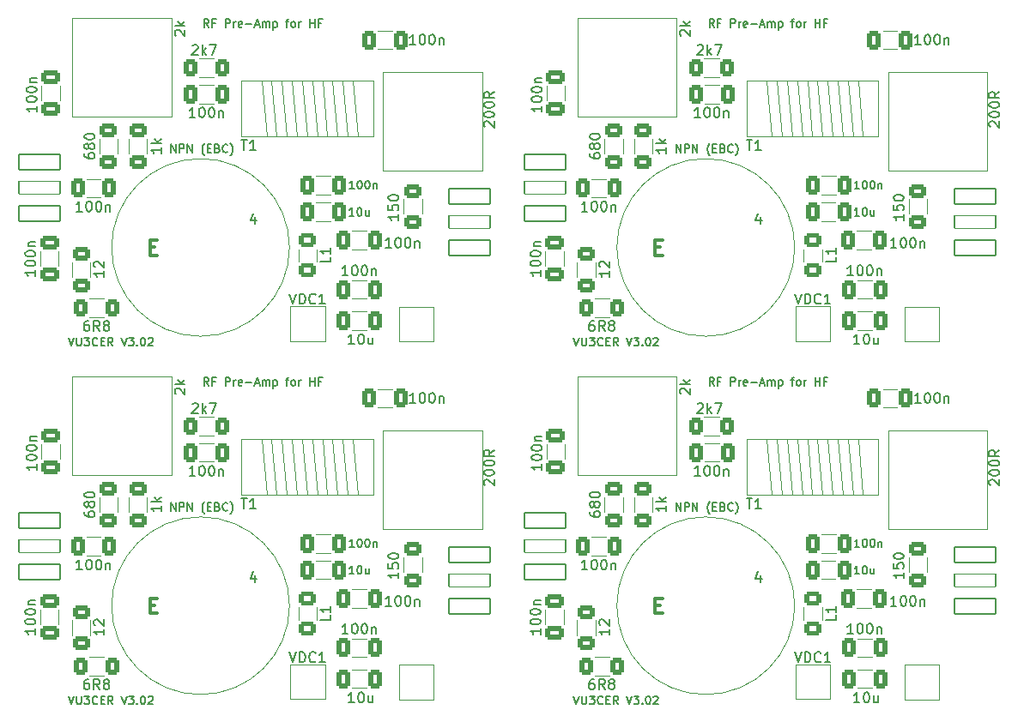
<source format=gbr>
%TF.GenerationSoftware,KiCad,Pcbnew,7.0.7-7.0.7~ubuntu22.04.1*%
%TF.CreationDate,2023-09-11T08:33:09+05:30*%
%TF.ProjectId,panelized,70616e65-6c69-47a6-9564-2e6b69636164,rev?*%
%TF.SameCoordinates,Original*%
%TF.FileFunction,Legend,Top*%
%TF.FilePolarity,Positive*%
%FSLAX46Y46*%
G04 Gerber Fmt 4.6, Leading zero omitted, Abs format (unit mm)*
G04 Created by KiCad (PCBNEW 7.0.7-7.0.7~ubuntu22.04.1) date 2023-09-11 08:33:09*
%MOMM*%
%LPD*%
G01*
G04 APERTURE LIST*
G04 Aperture macros list*
%AMRoundRect*
0 Rectangle with rounded corners*
0 $1 Rounding radius*
0 $2 $3 $4 $5 $6 $7 $8 $9 X,Y pos of 4 corners*
0 Add a 4 corners polygon primitive as box body*
4,1,4,$2,$3,$4,$5,$6,$7,$8,$9,$2,$3,0*
0 Add four circle primitives for the rounded corners*
1,1,$1+$1,$2,$3*
1,1,$1+$1,$4,$5*
1,1,$1+$1,$6,$7*
1,1,$1+$1,$8,$9*
0 Add four rect primitives between the rounded corners*
20,1,$1+$1,$2,$3,$4,$5,0*
20,1,$1+$1,$4,$5,$6,$7,0*
20,1,$1+$1,$6,$7,$8,$9,0*
20,1,$1+$1,$8,$9,$2,$3,0*%
G04 Aperture macros list end*
%ADD10C,0.150000*%
%ADD11C,0.300000*%
%ADD12C,0.120000*%
%ADD13C,0.500000*%
%ADD14R,3.000000X3.000000*%
%ADD15RoundRect,0.250000X0.625000X-0.400000X0.625000X0.400000X-0.625000X0.400000X-0.625000X-0.400000X0*%
%ADD16RoundRect,0.250000X0.650000X-0.412500X0.650000X0.412500X-0.650000X0.412500X-0.650000X-0.412500X0*%
%ADD17RoundRect,0.250000X-0.650000X0.412500X-0.650000X-0.412500X0.650000X-0.412500X0.650000X0.412500X0*%
%ADD18C,0.700000*%
%ADD19C,4.400000*%
%ADD20O,1.700000X1.300000*%
%ADD21O,1.300000X1.300000*%
%ADD22RoundRect,0.250000X0.412500X0.650000X-0.412500X0.650000X-0.412500X-0.650000X0.412500X-0.650000X0*%
%ADD23RoundRect,0.250000X-0.412500X-0.650000X0.412500X-0.650000X0.412500X0.650000X-0.412500X0.650000X0*%
%ADD24RoundRect,0.250000X-0.625000X0.400000X-0.625000X-0.400000X0.625000X-0.400000X0.625000X0.400000X0*%
%ADD25RoundRect,0.250000X-0.400000X-0.625000X0.400000X-0.625000X0.400000X0.625000X-0.400000X0.625000X0*%
%ADD26RoundRect,0.250000X0.400000X0.625000X-0.400000X0.625000X-0.400000X-0.625000X0.400000X-0.625000X0*%
%ADD27RoundRect,0.250001X-0.624999X0.462499X-0.624999X-0.462499X0.624999X-0.462499X0.624999X0.462499X0*%
%ADD28C,1.700000*%
%ADD29RoundRect,0.050800X2.032000X-0.635000X2.032000X0.635000X-2.032000X0.635000X-2.032000X-0.635000X0*%
%ADD30RoundRect,0.050800X2.032000X-0.762000X2.032000X0.762000X-2.032000X0.762000X-2.032000X-0.762000X0*%
%ADD31C,1.440000*%
%ADD32RoundRect,0.050800X-2.032000X0.635000X-2.032000X-0.635000X2.032000X-0.635000X2.032000X0.635000X0*%
%ADD33RoundRect,0.050800X-2.032000X0.762000X-2.032000X-0.762000X2.032000X-0.762000X2.032000X0.762000X0*%
G04 APERTURE END LIST*
D10*
X73715950Y-20030152D02*
X73715950Y-20696819D01*
X73477855Y-19649200D02*
X73239760Y-20363485D01*
X73239760Y-20363485D02*
X73858807Y-20363485D01*
X73715950Y-55405152D02*
X73715950Y-56071819D01*
X73477855Y-55024200D02*
X73239760Y-55738485D01*
X73239760Y-55738485D02*
X73858807Y-55738485D01*
X19306867Y-36661295D02*
X19040200Y-36280342D01*
X18849724Y-36661295D02*
X18849724Y-35861295D01*
X18849724Y-35861295D02*
X19154486Y-35861295D01*
X19154486Y-35861295D02*
X19230676Y-35899390D01*
X19230676Y-35899390D02*
X19268771Y-35937485D01*
X19268771Y-35937485D02*
X19306867Y-36013676D01*
X19306867Y-36013676D02*
X19306867Y-36127961D01*
X19306867Y-36127961D02*
X19268771Y-36204152D01*
X19268771Y-36204152D02*
X19230676Y-36242247D01*
X19230676Y-36242247D02*
X19154486Y-36280342D01*
X19154486Y-36280342D02*
X18849724Y-36280342D01*
X19916390Y-36242247D02*
X19649724Y-36242247D01*
X19649724Y-36661295D02*
X19649724Y-35861295D01*
X19649724Y-35861295D02*
X20030676Y-35861295D01*
X20944962Y-36661295D02*
X20944962Y-35861295D01*
X20944962Y-35861295D02*
X21249724Y-35861295D01*
X21249724Y-35861295D02*
X21325914Y-35899390D01*
X21325914Y-35899390D02*
X21364009Y-35937485D01*
X21364009Y-35937485D02*
X21402105Y-36013676D01*
X21402105Y-36013676D02*
X21402105Y-36127961D01*
X21402105Y-36127961D02*
X21364009Y-36204152D01*
X21364009Y-36204152D02*
X21325914Y-36242247D01*
X21325914Y-36242247D02*
X21249724Y-36280342D01*
X21249724Y-36280342D02*
X20944962Y-36280342D01*
X21744962Y-36661295D02*
X21744962Y-36127961D01*
X21744962Y-36280342D02*
X21783057Y-36204152D01*
X21783057Y-36204152D02*
X21821152Y-36166057D01*
X21821152Y-36166057D02*
X21897343Y-36127961D01*
X21897343Y-36127961D02*
X21973533Y-36127961D01*
X22544962Y-36623200D02*
X22468771Y-36661295D01*
X22468771Y-36661295D02*
X22316390Y-36661295D01*
X22316390Y-36661295D02*
X22240200Y-36623200D01*
X22240200Y-36623200D02*
X22202104Y-36547009D01*
X22202104Y-36547009D02*
X22202104Y-36242247D01*
X22202104Y-36242247D02*
X22240200Y-36166057D01*
X22240200Y-36166057D02*
X22316390Y-36127961D01*
X22316390Y-36127961D02*
X22468771Y-36127961D01*
X22468771Y-36127961D02*
X22544962Y-36166057D01*
X22544962Y-36166057D02*
X22583057Y-36242247D01*
X22583057Y-36242247D02*
X22583057Y-36318438D01*
X22583057Y-36318438D02*
X22202104Y-36394628D01*
X22925914Y-36356533D02*
X23535438Y-36356533D01*
X23878294Y-36432723D02*
X24259247Y-36432723D01*
X23802104Y-36661295D02*
X24068771Y-35861295D01*
X24068771Y-35861295D02*
X24335437Y-36661295D01*
X24602104Y-36661295D02*
X24602104Y-36127961D01*
X24602104Y-36204152D02*
X24640199Y-36166057D01*
X24640199Y-36166057D02*
X24716389Y-36127961D01*
X24716389Y-36127961D02*
X24830675Y-36127961D01*
X24830675Y-36127961D02*
X24906866Y-36166057D01*
X24906866Y-36166057D02*
X24944961Y-36242247D01*
X24944961Y-36242247D02*
X24944961Y-36661295D01*
X24944961Y-36242247D02*
X24983056Y-36166057D01*
X24983056Y-36166057D02*
X25059247Y-36127961D01*
X25059247Y-36127961D02*
X25173532Y-36127961D01*
X25173532Y-36127961D02*
X25249723Y-36166057D01*
X25249723Y-36166057D02*
X25287818Y-36242247D01*
X25287818Y-36242247D02*
X25287818Y-36661295D01*
X25668771Y-36127961D02*
X25668771Y-36927961D01*
X25668771Y-36166057D02*
X25744961Y-36127961D01*
X25744961Y-36127961D02*
X25897342Y-36127961D01*
X25897342Y-36127961D02*
X25973533Y-36166057D01*
X25973533Y-36166057D02*
X26011628Y-36204152D01*
X26011628Y-36204152D02*
X26049723Y-36280342D01*
X26049723Y-36280342D02*
X26049723Y-36508914D01*
X26049723Y-36508914D02*
X26011628Y-36585104D01*
X26011628Y-36585104D02*
X25973533Y-36623200D01*
X25973533Y-36623200D02*
X25897342Y-36661295D01*
X25897342Y-36661295D02*
X25744961Y-36661295D01*
X25744961Y-36661295D02*
X25668771Y-36623200D01*
X26887819Y-36127961D02*
X27192581Y-36127961D01*
X27002105Y-36661295D02*
X27002105Y-35975580D01*
X27002105Y-35975580D02*
X27040200Y-35899390D01*
X27040200Y-35899390D02*
X27116390Y-35861295D01*
X27116390Y-35861295D02*
X27192581Y-35861295D01*
X27573533Y-36661295D02*
X27497343Y-36623200D01*
X27497343Y-36623200D02*
X27459248Y-36585104D01*
X27459248Y-36585104D02*
X27421152Y-36508914D01*
X27421152Y-36508914D02*
X27421152Y-36280342D01*
X27421152Y-36280342D02*
X27459248Y-36204152D01*
X27459248Y-36204152D02*
X27497343Y-36166057D01*
X27497343Y-36166057D02*
X27573533Y-36127961D01*
X27573533Y-36127961D02*
X27687819Y-36127961D01*
X27687819Y-36127961D02*
X27764010Y-36166057D01*
X27764010Y-36166057D02*
X27802105Y-36204152D01*
X27802105Y-36204152D02*
X27840200Y-36280342D01*
X27840200Y-36280342D02*
X27840200Y-36508914D01*
X27840200Y-36508914D02*
X27802105Y-36585104D01*
X27802105Y-36585104D02*
X27764010Y-36623200D01*
X27764010Y-36623200D02*
X27687819Y-36661295D01*
X27687819Y-36661295D02*
X27573533Y-36661295D01*
X28183058Y-36661295D02*
X28183058Y-36127961D01*
X28183058Y-36280342D02*
X28221153Y-36204152D01*
X28221153Y-36204152D02*
X28259248Y-36166057D01*
X28259248Y-36166057D02*
X28335439Y-36127961D01*
X28335439Y-36127961D02*
X28411629Y-36127961D01*
X29287820Y-36661295D02*
X29287820Y-35861295D01*
X29287820Y-36242247D02*
X29744963Y-36242247D01*
X29744963Y-36661295D02*
X29744963Y-35861295D01*
X30392581Y-36242247D02*
X30125915Y-36242247D01*
X30125915Y-36661295D02*
X30125915Y-35861295D01*
X30125915Y-35861295D02*
X30506867Y-35861295D01*
D11*
X13480510Y-23012114D02*
X13980510Y-23012114D01*
X14194796Y-23797828D02*
X13480510Y-23797828D01*
X13480510Y-23797828D02*
X13480510Y-22297828D01*
X13480510Y-22297828D02*
X14194796Y-22297828D01*
X13480510Y-58387114D02*
X13980510Y-58387114D01*
X14194796Y-59172828D02*
X13480510Y-59172828D01*
X13480510Y-59172828D02*
X13480510Y-57672828D01*
X13480510Y-57672828D02*
X14194796Y-57672828D01*
D10*
X23881350Y-20030152D02*
X23881350Y-20696819D01*
X23643255Y-19649200D02*
X23405160Y-20363485D01*
X23405160Y-20363485D02*
X24024207Y-20363485D01*
X5455438Y-31936295D02*
X5722105Y-32736295D01*
X5722105Y-32736295D02*
X5988771Y-31936295D01*
X6255438Y-31936295D02*
X6255438Y-32583914D01*
X6255438Y-32583914D02*
X6293533Y-32660104D01*
X6293533Y-32660104D02*
X6331628Y-32698200D01*
X6331628Y-32698200D02*
X6407819Y-32736295D01*
X6407819Y-32736295D02*
X6560200Y-32736295D01*
X6560200Y-32736295D02*
X6636390Y-32698200D01*
X6636390Y-32698200D02*
X6674485Y-32660104D01*
X6674485Y-32660104D02*
X6712581Y-32583914D01*
X6712581Y-32583914D02*
X6712581Y-31936295D01*
X7017342Y-31936295D02*
X7512580Y-31936295D01*
X7512580Y-31936295D02*
X7245914Y-32241057D01*
X7245914Y-32241057D02*
X7360199Y-32241057D01*
X7360199Y-32241057D02*
X7436390Y-32279152D01*
X7436390Y-32279152D02*
X7474485Y-32317247D01*
X7474485Y-32317247D02*
X7512580Y-32393438D01*
X7512580Y-32393438D02*
X7512580Y-32583914D01*
X7512580Y-32583914D02*
X7474485Y-32660104D01*
X7474485Y-32660104D02*
X7436390Y-32698200D01*
X7436390Y-32698200D02*
X7360199Y-32736295D01*
X7360199Y-32736295D02*
X7131628Y-32736295D01*
X7131628Y-32736295D02*
X7055437Y-32698200D01*
X7055437Y-32698200D02*
X7017342Y-32660104D01*
X8312581Y-32660104D02*
X8274485Y-32698200D01*
X8274485Y-32698200D02*
X8160200Y-32736295D01*
X8160200Y-32736295D02*
X8084009Y-32736295D01*
X8084009Y-32736295D02*
X7969723Y-32698200D01*
X7969723Y-32698200D02*
X7893533Y-32622009D01*
X7893533Y-32622009D02*
X7855438Y-32545819D01*
X7855438Y-32545819D02*
X7817342Y-32393438D01*
X7817342Y-32393438D02*
X7817342Y-32279152D01*
X7817342Y-32279152D02*
X7855438Y-32126771D01*
X7855438Y-32126771D02*
X7893533Y-32050580D01*
X7893533Y-32050580D02*
X7969723Y-31974390D01*
X7969723Y-31974390D02*
X8084009Y-31936295D01*
X8084009Y-31936295D02*
X8160200Y-31936295D01*
X8160200Y-31936295D02*
X8274485Y-31974390D01*
X8274485Y-31974390D02*
X8312581Y-32012485D01*
X8655438Y-32317247D02*
X8922104Y-32317247D01*
X9036390Y-32736295D02*
X8655438Y-32736295D01*
X8655438Y-32736295D02*
X8655438Y-31936295D01*
X8655438Y-31936295D02*
X9036390Y-31936295D01*
X9836391Y-32736295D02*
X9569724Y-32355342D01*
X9379248Y-32736295D02*
X9379248Y-31936295D01*
X9379248Y-31936295D02*
X9684010Y-31936295D01*
X9684010Y-31936295D02*
X9760200Y-31974390D01*
X9760200Y-31974390D02*
X9798295Y-32012485D01*
X9798295Y-32012485D02*
X9836391Y-32088676D01*
X9836391Y-32088676D02*
X9836391Y-32202961D01*
X9836391Y-32202961D02*
X9798295Y-32279152D01*
X9798295Y-32279152D02*
X9760200Y-32317247D01*
X9760200Y-32317247D02*
X9684010Y-32355342D01*
X9684010Y-32355342D02*
X9379248Y-32355342D01*
X10674486Y-31936295D02*
X10941153Y-32736295D01*
X10941153Y-32736295D02*
X11207819Y-31936295D01*
X11398295Y-31936295D02*
X11893533Y-31936295D01*
X11893533Y-31936295D02*
X11626867Y-32241057D01*
X11626867Y-32241057D02*
X11741152Y-32241057D01*
X11741152Y-32241057D02*
X11817343Y-32279152D01*
X11817343Y-32279152D02*
X11855438Y-32317247D01*
X11855438Y-32317247D02*
X11893533Y-32393438D01*
X11893533Y-32393438D02*
X11893533Y-32583914D01*
X11893533Y-32583914D02*
X11855438Y-32660104D01*
X11855438Y-32660104D02*
X11817343Y-32698200D01*
X11817343Y-32698200D02*
X11741152Y-32736295D01*
X11741152Y-32736295D02*
X11512581Y-32736295D01*
X11512581Y-32736295D02*
X11436390Y-32698200D01*
X11436390Y-32698200D02*
X11398295Y-32660104D01*
X12236391Y-32660104D02*
X12274486Y-32698200D01*
X12274486Y-32698200D02*
X12236391Y-32736295D01*
X12236391Y-32736295D02*
X12198295Y-32698200D01*
X12198295Y-32698200D02*
X12236391Y-32660104D01*
X12236391Y-32660104D02*
X12236391Y-32736295D01*
X12769724Y-31936295D02*
X12845914Y-31936295D01*
X12845914Y-31936295D02*
X12922105Y-31974390D01*
X12922105Y-31974390D02*
X12960200Y-32012485D01*
X12960200Y-32012485D02*
X12998295Y-32088676D01*
X12998295Y-32088676D02*
X13036390Y-32241057D01*
X13036390Y-32241057D02*
X13036390Y-32431533D01*
X13036390Y-32431533D02*
X12998295Y-32583914D01*
X12998295Y-32583914D02*
X12960200Y-32660104D01*
X12960200Y-32660104D02*
X12922105Y-32698200D01*
X12922105Y-32698200D02*
X12845914Y-32736295D01*
X12845914Y-32736295D02*
X12769724Y-32736295D01*
X12769724Y-32736295D02*
X12693533Y-32698200D01*
X12693533Y-32698200D02*
X12655438Y-32660104D01*
X12655438Y-32660104D02*
X12617343Y-32583914D01*
X12617343Y-32583914D02*
X12579247Y-32431533D01*
X12579247Y-32431533D02*
X12579247Y-32241057D01*
X12579247Y-32241057D02*
X12617343Y-32088676D01*
X12617343Y-32088676D02*
X12655438Y-32012485D01*
X12655438Y-32012485D02*
X12693533Y-31974390D01*
X12693533Y-31974390D02*
X12769724Y-31936295D01*
X13341152Y-32012485D02*
X13379248Y-31974390D01*
X13379248Y-31974390D02*
X13455438Y-31936295D01*
X13455438Y-31936295D02*
X13645914Y-31936295D01*
X13645914Y-31936295D02*
X13722105Y-31974390D01*
X13722105Y-31974390D02*
X13760200Y-32012485D01*
X13760200Y-32012485D02*
X13798295Y-32088676D01*
X13798295Y-32088676D02*
X13798295Y-32164866D01*
X13798295Y-32164866D02*
X13760200Y-32279152D01*
X13760200Y-32279152D02*
X13303057Y-32736295D01*
X13303057Y-32736295D02*
X13798295Y-32736295D01*
X19306867Y-1286295D02*
X19040200Y-905342D01*
X18849724Y-1286295D02*
X18849724Y-486295D01*
X18849724Y-486295D02*
X19154486Y-486295D01*
X19154486Y-486295D02*
X19230676Y-524390D01*
X19230676Y-524390D02*
X19268771Y-562485D01*
X19268771Y-562485D02*
X19306867Y-638676D01*
X19306867Y-638676D02*
X19306867Y-752961D01*
X19306867Y-752961D02*
X19268771Y-829152D01*
X19268771Y-829152D02*
X19230676Y-867247D01*
X19230676Y-867247D02*
X19154486Y-905342D01*
X19154486Y-905342D02*
X18849724Y-905342D01*
X19916390Y-867247D02*
X19649724Y-867247D01*
X19649724Y-1286295D02*
X19649724Y-486295D01*
X19649724Y-486295D02*
X20030676Y-486295D01*
X20944962Y-1286295D02*
X20944962Y-486295D01*
X20944962Y-486295D02*
X21249724Y-486295D01*
X21249724Y-486295D02*
X21325914Y-524390D01*
X21325914Y-524390D02*
X21364009Y-562485D01*
X21364009Y-562485D02*
X21402105Y-638676D01*
X21402105Y-638676D02*
X21402105Y-752961D01*
X21402105Y-752961D02*
X21364009Y-829152D01*
X21364009Y-829152D02*
X21325914Y-867247D01*
X21325914Y-867247D02*
X21249724Y-905342D01*
X21249724Y-905342D02*
X20944962Y-905342D01*
X21744962Y-1286295D02*
X21744962Y-752961D01*
X21744962Y-905342D02*
X21783057Y-829152D01*
X21783057Y-829152D02*
X21821152Y-791057D01*
X21821152Y-791057D02*
X21897343Y-752961D01*
X21897343Y-752961D02*
X21973533Y-752961D01*
X22544962Y-1248200D02*
X22468771Y-1286295D01*
X22468771Y-1286295D02*
X22316390Y-1286295D01*
X22316390Y-1286295D02*
X22240200Y-1248200D01*
X22240200Y-1248200D02*
X22202104Y-1172009D01*
X22202104Y-1172009D02*
X22202104Y-867247D01*
X22202104Y-867247D02*
X22240200Y-791057D01*
X22240200Y-791057D02*
X22316390Y-752961D01*
X22316390Y-752961D02*
X22468771Y-752961D01*
X22468771Y-752961D02*
X22544962Y-791057D01*
X22544962Y-791057D02*
X22583057Y-867247D01*
X22583057Y-867247D02*
X22583057Y-943438D01*
X22583057Y-943438D02*
X22202104Y-1019628D01*
X22925914Y-981533D02*
X23535438Y-981533D01*
X23878294Y-1057723D02*
X24259247Y-1057723D01*
X23802104Y-1286295D02*
X24068771Y-486295D01*
X24068771Y-486295D02*
X24335437Y-1286295D01*
X24602104Y-1286295D02*
X24602104Y-752961D01*
X24602104Y-829152D02*
X24640199Y-791057D01*
X24640199Y-791057D02*
X24716389Y-752961D01*
X24716389Y-752961D02*
X24830675Y-752961D01*
X24830675Y-752961D02*
X24906866Y-791057D01*
X24906866Y-791057D02*
X24944961Y-867247D01*
X24944961Y-867247D02*
X24944961Y-1286295D01*
X24944961Y-867247D02*
X24983056Y-791057D01*
X24983056Y-791057D02*
X25059247Y-752961D01*
X25059247Y-752961D02*
X25173532Y-752961D01*
X25173532Y-752961D02*
X25249723Y-791057D01*
X25249723Y-791057D02*
X25287818Y-867247D01*
X25287818Y-867247D02*
X25287818Y-1286295D01*
X25668771Y-752961D02*
X25668771Y-1552961D01*
X25668771Y-791057D02*
X25744961Y-752961D01*
X25744961Y-752961D02*
X25897342Y-752961D01*
X25897342Y-752961D02*
X25973533Y-791057D01*
X25973533Y-791057D02*
X26011628Y-829152D01*
X26011628Y-829152D02*
X26049723Y-905342D01*
X26049723Y-905342D02*
X26049723Y-1133914D01*
X26049723Y-1133914D02*
X26011628Y-1210104D01*
X26011628Y-1210104D02*
X25973533Y-1248200D01*
X25973533Y-1248200D02*
X25897342Y-1286295D01*
X25897342Y-1286295D02*
X25744961Y-1286295D01*
X25744961Y-1286295D02*
X25668771Y-1248200D01*
X26887819Y-752961D02*
X27192581Y-752961D01*
X27002105Y-1286295D02*
X27002105Y-600580D01*
X27002105Y-600580D02*
X27040200Y-524390D01*
X27040200Y-524390D02*
X27116390Y-486295D01*
X27116390Y-486295D02*
X27192581Y-486295D01*
X27573533Y-1286295D02*
X27497343Y-1248200D01*
X27497343Y-1248200D02*
X27459248Y-1210104D01*
X27459248Y-1210104D02*
X27421152Y-1133914D01*
X27421152Y-1133914D02*
X27421152Y-905342D01*
X27421152Y-905342D02*
X27459248Y-829152D01*
X27459248Y-829152D02*
X27497343Y-791057D01*
X27497343Y-791057D02*
X27573533Y-752961D01*
X27573533Y-752961D02*
X27687819Y-752961D01*
X27687819Y-752961D02*
X27764010Y-791057D01*
X27764010Y-791057D02*
X27802105Y-829152D01*
X27802105Y-829152D02*
X27840200Y-905342D01*
X27840200Y-905342D02*
X27840200Y-1133914D01*
X27840200Y-1133914D02*
X27802105Y-1210104D01*
X27802105Y-1210104D02*
X27764010Y-1248200D01*
X27764010Y-1248200D02*
X27687819Y-1286295D01*
X27687819Y-1286295D02*
X27573533Y-1286295D01*
X28183058Y-1286295D02*
X28183058Y-752961D01*
X28183058Y-905342D02*
X28221153Y-829152D01*
X28221153Y-829152D02*
X28259248Y-791057D01*
X28259248Y-791057D02*
X28335439Y-752961D01*
X28335439Y-752961D02*
X28411629Y-752961D01*
X29287820Y-1286295D02*
X29287820Y-486295D01*
X29287820Y-867247D02*
X29744963Y-867247D01*
X29744963Y-1286295D02*
X29744963Y-486295D01*
X30392581Y-867247D02*
X30125915Y-867247D01*
X30125915Y-1286295D02*
X30125915Y-486295D01*
X30125915Y-486295D02*
X30506867Y-486295D01*
X23881350Y-55405152D02*
X23881350Y-56071819D01*
X23643255Y-55024200D02*
X23405160Y-55738485D01*
X23405160Y-55738485D02*
X24024207Y-55738485D01*
X55290038Y-67311295D02*
X55556705Y-68111295D01*
X55556705Y-68111295D02*
X55823371Y-67311295D01*
X56090038Y-67311295D02*
X56090038Y-67958914D01*
X56090038Y-67958914D02*
X56128133Y-68035104D01*
X56128133Y-68035104D02*
X56166228Y-68073200D01*
X56166228Y-68073200D02*
X56242419Y-68111295D01*
X56242419Y-68111295D02*
X56394800Y-68111295D01*
X56394800Y-68111295D02*
X56470990Y-68073200D01*
X56470990Y-68073200D02*
X56509085Y-68035104D01*
X56509085Y-68035104D02*
X56547181Y-67958914D01*
X56547181Y-67958914D02*
X56547181Y-67311295D01*
X56851942Y-67311295D02*
X57347180Y-67311295D01*
X57347180Y-67311295D02*
X57080514Y-67616057D01*
X57080514Y-67616057D02*
X57194799Y-67616057D01*
X57194799Y-67616057D02*
X57270990Y-67654152D01*
X57270990Y-67654152D02*
X57309085Y-67692247D01*
X57309085Y-67692247D02*
X57347180Y-67768438D01*
X57347180Y-67768438D02*
X57347180Y-67958914D01*
X57347180Y-67958914D02*
X57309085Y-68035104D01*
X57309085Y-68035104D02*
X57270990Y-68073200D01*
X57270990Y-68073200D02*
X57194799Y-68111295D01*
X57194799Y-68111295D02*
X56966228Y-68111295D01*
X56966228Y-68111295D02*
X56890037Y-68073200D01*
X56890037Y-68073200D02*
X56851942Y-68035104D01*
X58147181Y-68035104D02*
X58109085Y-68073200D01*
X58109085Y-68073200D02*
X57994800Y-68111295D01*
X57994800Y-68111295D02*
X57918609Y-68111295D01*
X57918609Y-68111295D02*
X57804323Y-68073200D01*
X57804323Y-68073200D02*
X57728133Y-67997009D01*
X57728133Y-67997009D02*
X57690038Y-67920819D01*
X57690038Y-67920819D02*
X57651942Y-67768438D01*
X57651942Y-67768438D02*
X57651942Y-67654152D01*
X57651942Y-67654152D02*
X57690038Y-67501771D01*
X57690038Y-67501771D02*
X57728133Y-67425580D01*
X57728133Y-67425580D02*
X57804323Y-67349390D01*
X57804323Y-67349390D02*
X57918609Y-67311295D01*
X57918609Y-67311295D02*
X57994800Y-67311295D01*
X57994800Y-67311295D02*
X58109085Y-67349390D01*
X58109085Y-67349390D02*
X58147181Y-67387485D01*
X58490038Y-67692247D02*
X58756704Y-67692247D01*
X58870990Y-68111295D02*
X58490038Y-68111295D01*
X58490038Y-68111295D02*
X58490038Y-67311295D01*
X58490038Y-67311295D02*
X58870990Y-67311295D01*
X59670991Y-68111295D02*
X59404324Y-67730342D01*
X59213848Y-68111295D02*
X59213848Y-67311295D01*
X59213848Y-67311295D02*
X59518610Y-67311295D01*
X59518610Y-67311295D02*
X59594800Y-67349390D01*
X59594800Y-67349390D02*
X59632895Y-67387485D01*
X59632895Y-67387485D02*
X59670991Y-67463676D01*
X59670991Y-67463676D02*
X59670991Y-67577961D01*
X59670991Y-67577961D02*
X59632895Y-67654152D01*
X59632895Y-67654152D02*
X59594800Y-67692247D01*
X59594800Y-67692247D02*
X59518610Y-67730342D01*
X59518610Y-67730342D02*
X59213848Y-67730342D01*
X60509086Y-67311295D02*
X60775753Y-68111295D01*
X60775753Y-68111295D02*
X61042419Y-67311295D01*
X61232895Y-67311295D02*
X61728133Y-67311295D01*
X61728133Y-67311295D02*
X61461467Y-67616057D01*
X61461467Y-67616057D02*
X61575752Y-67616057D01*
X61575752Y-67616057D02*
X61651943Y-67654152D01*
X61651943Y-67654152D02*
X61690038Y-67692247D01*
X61690038Y-67692247D02*
X61728133Y-67768438D01*
X61728133Y-67768438D02*
X61728133Y-67958914D01*
X61728133Y-67958914D02*
X61690038Y-68035104D01*
X61690038Y-68035104D02*
X61651943Y-68073200D01*
X61651943Y-68073200D02*
X61575752Y-68111295D01*
X61575752Y-68111295D02*
X61347181Y-68111295D01*
X61347181Y-68111295D02*
X61270990Y-68073200D01*
X61270990Y-68073200D02*
X61232895Y-68035104D01*
X62070991Y-68035104D02*
X62109086Y-68073200D01*
X62109086Y-68073200D02*
X62070991Y-68111295D01*
X62070991Y-68111295D02*
X62032895Y-68073200D01*
X62032895Y-68073200D02*
X62070991Y-68035104D01*
X62070991Y-68035104D02*
X62070991Y-68111295D01*
X62604324Y-67311295D02*
X62680514Y-67311295D01*
X62680514Y-67311295D02*
X62756705Y-67349390D01*
X62756705Y-67349390D02*
X62794800Y-67387485D01*
X62794800Y-67387485D02*
X62832895Y-67463676D01*
X62832895Y-67463676D02*
X62870990Y-67616057D01*
X62870990Y-67616057D02*
X62870990Y-67806533D01*
X62870990Y-67806533D02*
X62832895Y-67958914D01*
X62832895Y-67958914D02*
X62794800Y-68035104D01*
X62794800Y-68035104D02*
X62756705Y-68073200D01*
X62756705Y-68073200D02*
X62680514Y-68111295D01*
X62680514Y-68111295D02*
X62604324Y-68111295D01*
X62604324Y-68111295D02*
X62528133Y-68073200D01*
X62528133Y-68073200D02*
X62490038Y-68035104D01*
X62490038Y-68035104D02*
X62451943Y-67958914D01*
X62451943Y-67958914D02*
X62413847Y-67806533D01*
X62413847Y-67806533D02*
X62413847Y-67616057D01*
X62413847Y-67616057D02*
X62451943Y-67463676D01*
X62451943Y-67463676D02*
X62490038Y-67387485D01*
X62490038Y-67387485D02*
X62528133Y-67349390D01*
X62528133Y-67349390D02*
X62604324Y-67311295D01*
X63175752Y-67387485D02*
X63213848Y-67349390D01*
X63213848Y-67349390D02*
X63290038Y-67311295D01*
X63290038Y-67311295D02*
X63480514Y-67311295D01*
X63480514Y-67311295D02*
X63556705Y-67349390D01*
X63556705Y-67349390D02*
X63594800Y-67387485D01*
X63594800Y-67387485D02*
X63632895Y-67463676D01*
X63632895Y-67463676D02*
X63632895Y-67539866D01*
X63632895Y-67539866D02*
X63594800Y-67654152D01*
X63594800Y-67654152D02*
X63137657Y-68111295D01*
X63137657Y-68111295D02*
X63632895Y-68111295D01*
D11*
X63315110Y-23012114D02*
X63815110Y-23012114D01*
X64029396Y-23797828D02*
X63315110Y-23797828D01*
X63315110Y-23797828D02*
X63315110Y-22297828D01*
X63315110Y-22297828D02*
X64029396Y-22297828D01*
X63315110Y-58387114D02*
X63815110Y-58387114D01*
X64029396Y-59172828D02*
X63315110Y-59172828D01*
X63315110Y-59172828D02*
X63315110Y-57672828D01*
X63315110Y-57672828D02*
X64029396Y-57672828D01*
D10*
X5455438Y-67311295D02*
X5722105Y-68111295D01*
X5722105Y-68111295D02*
X5988771Y-67311295D01*
X6255438Y-67311295D02*
X6255438Y-67958914D01*
X6255438Y-67958914D02*
X6293533Y-68035104D01*
X6293533Y-68035104D02*
X6331628Y-68073200D01*
X6331628Y-68073200D02*
X6407819Y-68111295D01*
X6407819Y-68111295D02*
X6560200Y-68111295D01*
X6560200Y-68111295D02*
X6636390Y-68073200D01*
X6636390Y-68073200D02*
X6674485Y-68035104D01*
X6674485Y-68035104D02*
X6712581Y-67958914D01*
X6712581Y-67958914D02*
X6712581Y-67311295D01*
X7017342Y-67311295D02*
X7512580Y-67311295D01*
X7512580Y-67311295D02*
X7245914Y-67616057D01*
X7245914Y-67616057D02*
X7360199Y-67616057D01*
X7360199Y-67616057D02*
X7436390Y-67654152D01*
X7436390Y-67654152D02*
X7474485Y-67692247D01*
X7474485Y-67692247D02*
X7512580Y-67768438D01*
X7512580Y-67768438D02*
X7512580Y-67958914D01*
X7512580Y-67958914D02*
X7474485Y-68035104D01*
X7474485Y-68035104D02*
X7436390Y-68073200D01*
X7436390Y-68073200D02*
X7360199Y-68111295D01*
X7360199Y-68111295D02*
X7131628Y-68111295D01*
X7131628Y-68111295D02*
X7055437Y-68073200D01*
X7055437Y-68073200D02*
X7017342Y-68035104D01*
X8312581Y-68035104D02*
X8274485Y-68073200D01*
X8274485Y-68073200D02*
X8160200Y-68111295D01*
X8160200Y-68111295D02*
X8084009Y-68111295D01*
X8084009Y-68111295D02*
X7969723Y-68073200D01*
X7969723Y-68073200D02*
X7893533Y-67997009D01*
X7893533Y-67997009D02*
X7855438Y-67920819D01*
X7855438Y-67920819D02*
X7817342Y-67768438D01*
X7817342Y-67768438D02*
X7817342Y-67654152D01*
X7817342Y-67654152D02*
X7855438Y-67501771D01*
X7855438Y-67501771D02*
X7893533Y-67425580D01*
X7893533Y-67425580D02*
X7969723Y-67349390D01*
X7969723Y-67349390D02*
X8084009Y-67311295D01*
X8084009Y-67311295D02*
X8160200Y-67311295D01*
X8160200Y-67311295D02*
X8274485Y-67349390D01*
X8274485Y-67349390D02*
X8312581Y-67387485D01*
X8655438Y-67692247D02*
X8922104Y-67692247D01*
X9036390Y-68111295D02*
X8655438Y-68111295D01*
X8655438Y-68111295D02*
X8655438Y-67311295D01*
X8655438Y-67311295D02*
X9036390Y-67311295D01*
X9836391Y-68111295D02*
X9569724Y-67730342D01*
X9379248Y-68111295D02*
X9379248Y-67311295D01*
X9379248Y-67311295D02*
X9684010Y-67311295D01*
X9684010Y-67311295D02*
X9760200Y-67349390D01*
X9760200Y-67349390D02*
X9798295Y-67387485D01*
X9798295Y-67387485D02*
X9836391Y-67463676D01*
X9836391Y-67463676D02*
X9836391Y-67577961D01*
X9836391Y-67577961D02*
X9798295Y-67654152D01*
X9798295Y-67654152D02*
X9760200Y-67692247D01*
X9760200Y-67692247D02*
X9684010Y-67730342D01*
X9684010Y-67730342D02*
X9379248Y-67730342D01*
X10674486Y-67311295D02*
X10941153Y-68111295D01*
X10941153Y-68111295D02*
X11207819Y-67311295D01*
X11398295Y-67311295D02*
X11893533Y-67311295D01*
X11893533Y-67311295D02*
X11626867Y-67616057D01*
X11626867Y-67616057D02*
X11741152Y-67616057D01*
X11741152Y-67616057D02*
X11817343Y-67654152D01*
X11817343Y-67654152D02*
X11855438Y-67692247D01*
X11855438Y-67692247D02*
X11893533Y-67768438D01*
X11893533Y-67768438D02*
X11893533Y-67958914D01*
X11893533Y-67958914D02*
X11855438Y-68035104D01*
X11855438Y-68035104D02*
X11817343Y-68073200D01*
X11817343Y-68073200D02*
X11741152Y-68111295D01*
X11741152Y-68111295D02*
X11512581Y-68111295D01*
X11512581Y-68111295D02*
X11436390Y-68073200D01*
X11436390Y-68073200D02*
X11398295Y-68035104D01*
X12236391Y-68035104D02*
X12274486Y-68073200D01*
X12274486Y-68073200D02*
X12236391Y-68111295D01*
X12236391Y-68111295D02*
X12198295Y-68073200D01*
X12198295Y-68073200D02*
X12236391Y-68035104D01*
X12236391Y-68035104D02*
X12236391Y-68111295D01*
X12769724Y-67311295D02*
X12845914Y-67311295D01*
X12845914Y-67311295D02*
X12922105Y-67349390D01*
X12922105Y-67349390D02*
X12960200Y-67387485D01*
X12960200Y-67387485D02*
X12998295Y-67463676D01*
X12998295Y-67463676D02*
X13036390Y-67616057D01*
X13036390Y-67616057D02*
X13036390Y-67806533D01*
X13036390Y-67806533D02*
X12998295Y-67958914D01*
X12998295Y-67958914D02*
X12960200Y-68035104D01*
X12960200Y-68035104D02*
X12922105Y-68073200D01*
X12922105Y-68073200D02*
X12845914Y-68111295D01*
X12845914Y-68111295D02*
X12769724Y-68111295D01*
X12769724Y-68111295D02*
X12693533Y-68073200D01*
X12693533Y-68073200D02*
X12655438Y-68035104D01*
X12655438Y-68035104D02*
X12617343Y-67958914D01*
X12617343Y-67958914D02*
X12579247Y-67806533D01*
X12579247Y-67806533D02*
X12579247Y-67616057D01*
X12579247Y-67616057D02*
X12617343Y-67463676D01*
X12617343Y-67463676D02*
X12655438Y-67387485D01*
X12655438Y-67387485D02*
X12693533Y-67349390D01*
X12693533Y-67349390D02*
X12769724Y-67311295D01*
X13341152Y-67387485D02*
X13379248Y-67349390D01*
X13379248Y-67349390D02*
X13455438Y-67311295D01*
X13455438Y-67311295D02*
X13645914Y-67311295D01*
X13645914Y-67311295D02*
X13722105Y-67349390D01*
X13722105Y-67349390D02*
X13760200Y-67387485D01*
X13760200Y-67387485D02*
X13798295Y-67463676D01*
X13798295Y-67463676D02*
X13798295Y-67539866D01*
X13798295Y-67539866D02*
X13760200Y-67654152D01*
X13760200Y-67654152D02*
X13303057Y-68111295D01*
X13303057Y-68111295D02*
X13798295Y-68111295D01*
X69141467Y-1286295D02*
X68874800Y-905342D01*
X68684324Y-1286295D02*
X68684324Y-486295D01*
X68684324Y-486295D02*
X68989086Y-486295D01*
X68989086Y-486295D02*
X69065276Y-524390D01*
X69065276Y-524390D02*
X69103371Y-562485D01*
X69103371Y-562485D02*
X69141467Y-638676D01*
X69141467Y-638676D02*
X69141467Y-752961D01*
X69141467Y-752961D02*
X69103371Y-829152D01*
X69103371Y-829152D02*
X69065276Y-867247D01*
X69065276Y-867247D02*
X68989086Y-905342D01*
X68989086Y-905342D02*
X68684324Y-905342D01*
X69750990Y-867247D02*
X69484324Y-867247D01*
X69484324Y-1286295D02*
X69484324Y-486295D01*
X69484324Y-486295D02*
X69865276Y-486295D01*
X70779562Y-1286295D02*
X70779562Y-486295D01*
X70779562Y-486295D02*
X71084324Y-486295D01*
X71084324Y-486295D02*
X71160514Y-524390D01*
X71160514Y-524390D02*
X71198609Y-562485D01*
X71198609Y-562485D02*
X71236705Y-638676D01*
X71236705Y-638676D02*
X71236705Y-752961D01*
X71236705Y-752961D02*
X71198609Y-829152D01*
X71198609Y-829152D02*
X71160514Y-867247D01*
X71160514Y-867247D02*
X71084324Y-905342D01*
X71084324Y-905342D02*
X70779562Y-905342D01*
X71579562Y-1286295D02*
X71579562Y-752961D01*
X71579562Y-905342D02*
X71617657Y-829152D01*
X71617657Y-829152D02*
X71655752Y-791057D01*
X71655752Y-791057D02*
X71731943Y-752961D01*
X71731943Y-752961D02*
X71808133Y-752961D01*
X72379562Y-1248200D02*
X72303371Y-1286295D01*
X72303371Y-1286295D02*
X72150990Y-1286295D01*
X72150990Y-1286295D02*
X72074800Y-1248200D01*
X72074800Y-1248200D02*
X72036704Y-1172009D01*
X72036704Y-1172009D02*
X72036704Y-867247D01*
X72036704Y-867247D02*
X72074800Y-791057D01*
X72074800Y-791057D02*
X72150990Y-752961D01*
X72150990Y-752961D02*
X72303371Y-752961D01*
X72303371Y-752961D02*
X72379562Y-791057D01*
X72379562Y-791057D02*
X72417657Y-867247D01*
X72417657Y-867247D02*
X72417657Y-943438D01*
X72417657Y-943438D02*
X72036704Y-1019628D01*
X72760514Y-981533D02*
X73370038Y-981533D01*
X73712894Y-1057723D02*
X74093847Y-1057723D01*
X73636704Y-1286295D02*
X73903371Y-486295D01*
X73903371Y-486295D02*
X74170037Y-1286295D01*
X74436704Y-1286295D02*
X74436704Y-752961D01*
X74436704Y-829152D02*
X74474799Y-791057D01*
X74474799Y-791057D02*
X74550989Y-752961D01*
X74550989Y-752961D02*
X74665275Y-752961D01*
X74665275Y-752961D02*
X74741466Y-791057D01*
X74741466Y-791057D02*
X74779561Y-867247D01*
X74779561Y-867247D02*
X74779561Y-1286295D01*
X74779561Y-867247D02*
X74817656Y-791057D01*
X74817656Y-791057D02*
X74893847Y-752961D01*
X74893847Y-752961D02*
X75008132Y-752961D01*
X75008132Y-752961D02*
X75084323Y-791057D01*
X75084323Y-791057D02*
X75122418Y-867247D01*
X75122418Y-867247D02*
X75122418Y-1286295D01*
X75503371Y-752961D02*
X75503371Y-1552961D01*
X75503371Y-791057D02*
X75579561Y-752961D01*
X75579561Y-752961D02*
X75731942Y-752961D01*
X75731942Y-752961D02*
X75808133Y-791057D01*
X75808133Y-791057D02*
X75846228Y-829152D01*
X75846228Y-829152D02*
X75884323Y-905342D01*
X75884323Y-905342D02*
X75884323Y-1133914D01*
X75884323Y-1133914D02*
X75846228Y-1210104D01*
X75846228Y-1210104D02*
X75808133Y-1248200D01*
X75808133Y-1248200D02*
X75731942Y-1286295D01*
X75731942Y-1286295D02*
X75579561Y-1286295D01*
X75579561Y-1286295D02*
X75503371Y-1248200D01*
X76722419Y-752961D02*
X77027181Y-752961D01*
X76836705Y-1286295D02*
X76836705Y-600580D01*
X76836705Y-600580D02*
X76874800Y-524390D01*
X76874800Y-524390D02*
X76950990Y-486295D01*
X76950990Y-486295D02*
X77027181Y-486295D01*
X77408133Y-1286295D02*
X77331943Y-1248200D01*
X77331943Y-1248200D02*
X77293848Y-1210104D01*
X77293848Y-1210104D02*
X77255752Y-1133914D01*
X77255752Y-1133914D02*
X77255752Y-905342D01*
X77255752Y-905342D02*
X77293848Y-829152D01*
X77293848Y-829152D02*
X77331943Y-791057D01*
X77331943Y-791057D02*
X77408133Y-752961D01*
X77408133Y-752961D02*
X77522419Y-752961D01*
X77522419Y-752961D02*
X77598610Y-791057D01*
X77598610Y-791057D02*
X77636705Y-829152D01*
X77636705Y-829152D02*
X77674800Y-905342D01*
X77674800Y-905342D02*
X77674800Y-1133914D01*
X77674800Y-1133914D02*
X77636705Y-1210104D01*
X77636705Y-1210104D02*
X77598610Y-1248200D01*
X77598610Y-1248200D02*
X77522419Y-1286295D01*
X77522419Y-1286295D02*
X77408133Y-1286295D01*
X78017658Y-1286295D02*
X78017658Y-752961D01*
X78017658Y-905342D02*
X78055753Y-829152D01*
X78055753Y-829152D02*
X78093848Y-791057D01*
X78093848Y-791057D02*
X78170039Y-752961D01*
X78170039Y-752961D02*
X78246229Y-752961D01*
X79122420Y-1286295D02*
X79122420Y-486295D01*
X79122420Y-867247D02*
X79579563Y-867247D01*
X79579563Y-1286295D02*
X79579563Y-486295D01*
X80227181Y-867247D02*
X79960515Y-867247D01*
X79960515Y-1286295D02*
X79960515Y-486295D01*
X79960515Y-486295D02*
X80341467Y-486295D01*
X69141467Y-36661295D02*
X68874800Y-36280342D01*
X68684324Y-36661295D02*
X68684324Y-35861295D01*
X68684324Y-35861295D02*
X68989086Y-35861295D01*
X68989086Y-35861295D02*
X69065276Y-35899390D01*
X69065276Y-35899390D02*
X69103371Y-35937485D01*
X69103371Y-35937485D02*
X69141467Y-36013676D01*
X69141467Y-36013676D02*
X69141467Y-36127961D01*
X69141467Y-36127961D02*
X69103371Y-36204152D01*
X69103371Y-36204152D02*
X69065276Y-36242247D01*
X69065276Y-36242247D02*
X68989086Y-36280342D01*
X68989086Y-36280342D02*
X68684324Y-36280342D01*
X69750990Y-36242247D02*
X69484324Y-36242247D01*
X69484324Y-36661295D02*
X69484324Y-35861295D01*
X69484324Y-35861295D02*
X69865276Y-35861295D01*
X70779562Y-36661295D02*
X70779562Y-35861295D01*
X70779562Y-35861295D02*
X71084324Y-35861295D01*
X71084324Y-35861295D02*
X71160514Y-35899390D01*
X71160514Y-35899390D02*
X71198609Y-35937485D01*
X71198609Y-35937485D02*
X71236705Y-36013676D01*
X71236705Y-36013676D02*
X71236705Y-36127961D01*
X71236705Y-36127961D02*
X71198609Y-36204152D01*
X71198609Y-36204152D02*
X71160514Y-36242247D01*
X71160514Y-36242247D02*
X71084324Y-36280342D01*
X71084324Y-36280342D02*
X70779562Y-36280342D01*
X71579562Y-36661295D02*
X71579562Y-36127961D01*
X71579562Y-36280342D02*
X71617657Y-36204152D01*
X71617657Y-36204152D02*
X71655752Y-36166057D01*
X71655752Y-36166057D02*
X71731943Y-36127961D01*
X71731943Y-36127961D02*
X71808133Y-36127961D01*
X72379562Y-36623200D02*
X72303371Y-36661295D01*
X72303371Y-36661295D02*
X72150990Y-36661295D01*
X72150990Y-36661295D02*
X72074800Y-36623200D01*
X72074800Y-36623200D02*
X72036704Y-36547009D01*
X72036704Y-36547009D02*
X72036704Y-36242247D01*
X72036704Y-36242247D02*
X72074800Y-36166057D01*
X72074800Y-36166057D02*
X72150990Y-36127961D01*
X72150990Y-36127961D02*
X72303371Y-36127961D01*
X72303371Y-36127961D02*
X72379562Y-36166057D01*
X72379562Y-36166057D02*
X72417657Y-36242247D01*
X72417657Y-36242247D02*
X72417657Y-36318438D01*
X72417657Y-36318438D02*
X72036704Y-36394628D01*
X72760514Y-36356533D02*
X73370038Y-36356533D01*
X73712894Y-36432723D02*
X74093847Y-36432723D01*
X73636704Y-36661295D02*
X73903371Y-35861295D01*
X73903371Y-35861295D02*
X74170037Y-36661295D01*
X74436704Y-36661295D02*
X74436704Y-36127961D01*
X74436704Y-36204152D02*
X74474799Y-36166057D01*
X74474799Y-36166057D02*
X74550989Y-36127961D01*
X74550989Y-36127961D02*
X74665275Y-36127961D01*
X74665275Y-36127961D02*
X74741466Y-36166057D01*
X74741466Y-36166057D02*
X74779561Y-36242247D01*
X74779561Y-36242247D02*
X74779561Y-36661295D01*
X74779561Y-36242247D02*
X74817656Y-36166057D01*
X74817656Y-36166057D02*
X74893847Y-36127961D01*
X74893847Y-36127961D02*
X75008132Y-36127961D01*
X75008132Y-36127961D02*
X75084323Y-36166057D01*
X75084323Y-36166057D02*
X75122418Y-36242247D01*
X75122418Y-36242247D02*
X75122418Y-36661295D01*
X75503371Y-36127961D02*
X75503371Y-36927961D01*
X75503371Y-36166057D02*
X75579561Y-36127961D01*
X75579561Y-36127961D02*
X75731942Y-36127961D01*
X75731942Y-36127961D02*
X75808133Y-36166057D01*
X75808133Y-36166057D02*
X75846228Y-36204152D01*
X75846228Y-36204152D02*
X75884323Y-36280342D01*
X75884323Y-36280342D02*
X75884323Y-36508914D01*
X75884323Y-36508914D02*
X75846228Y-36585104D01*
X75846228Y-36585104D02*
X75808133Y-36623200D01*
X75808133Y-36623200D02*
X75731942Y-36661295D01*
X75731942Y-36661295D02*
X75579561Y-36661295D01*
X75579561Y-36661295D02*
X75503371Y-36623200D01*
X76722419Y-36127961D02*
X77027181Y-36127961D01*
X76836705Y-36661295D02*
X76836705Y-35975580D01*
X76836705Y-35975580D02*
X76874800Y-35899390D01*
X76874800Y-35899390D02*
X76950990Y-35861295D01*
X76950990Y-35861295D02*
X77027181Y-35861295D01*
X77408133Y-36661295D02*
X77331943Y-36623200D01*
X77331943Y-36623200D02*
X77293848Y-36585104D01*
X77293848Y-36585104D02*
X77255752Y-36508914D01*
X77255752Y-36508914D02*
X77255752Y-36280342D01*
X77255752Y-36280342D02*
X77293848Y-36204152D01*
X77293848Y-36204152D02*
X77331943Y-36166057D01*
X77331943Y-36166057D02*
X77408133Y-36127961D01*
X77408133Y-36127961D02*
X77522419Y-36127961D01*
X77522419Y-36127961D02*
X77598610Y-36166057D01*
X77598610Y-36166057D02*
X77636705Y-36204152D01*
X77636705Y-36204152D02*
X77674800Y-36280342D01*
X77674800Y-36280342D02*
X77674800Y-36508914D01*
X77674800Y-36508914D02*
X77636705Y-36585104D01*
X77636705Y-36585104D02*
X77598610Y-36623200D01*
X77598610Y-36623200D02*
X77522419Y-36661295D01*
X77522419Y-36661295D02*
X77408133Y-36661295D01*
X78017658Y-36661295D02*
X78017658Y-36127961D01*
X78017658Y-36280342D02*
X78055753Y-36204152D01*
X78055753Y-36204152D02*
X78093848Y-36166057D01*
X78093848Y-36166057D02*
X78170039Y-36127961D01*
X78170039Y-36127961D02*
X78246229Y-36127961D01*
X79122420Y-36661295D02*
X79122420Y-35861295D01*
X79122420Y-36242247D02*
X79579563Y-36242247D01*
X79579563Y-36661295D02*
X79579563Y-35861295D01*
X80227181Y-36242247D02*
X79960515Y-36242247D01*
X79960515Y-36661295D02*
X79960515Y-35861295D01*
X79960515Y-35861295D02*
X80341467Y-35861295D01*
X55290038Y-31936295D02*
X55556705Y-32736295D01*
X55556705Y-32736295D02*
X55823371Y-31936295D01*
X56090038Y-31936295D02*
X56090038Y-32583914D01*
X56090038Y-32583914D02*
X56128133Y-32660104D01*
X56128133Y-32660104D02*
X56166228Y-32698200D01*
X56166228Y-32698200D02*
X56242419Y-32736295D01*
X56242419Y-32736295D02*
X56394800Y-32736295D01*
X56394800Y-32736295D02*
X56470990Y-32698200D01*
X56470990Y-32698200D02*
X56509085Y-32660104D01*
X56509085Y-32660104D02*
X56547181Y-32583914D01*
X56547181Y-32583914D02*
X56547181Y-31936295D01*
X56851942Y-31936295D02*
X57347180Y-31936295D01*
X57347180Y-31936295D02*
X57080514Y-32241057D01*
X57080514Y-32241057D02*
X57194799Y-32241057D01*
X57194799Y-32241057D02*
X57270990Y-32279152D01*
X57270990Y-32279152D02*
X57309085Y-32317247D01*
X57309085Y-32317247D02*
X57347180Y-32393438D01*
X57347180Y-32393438D02*
X57347180Y-32583914D01*
X57347180Y-32583914D02*
X57309085Y-32660104D01*
X57309085Y-32660104D02*
X57270990Y-32698200D01*
X57270990Y-32698200D02*
X57194799Y-32736295D01*
X57194799Y-32736295D02*
X56966228Y-32736295D01*
X56966228Y-32736295D02*
X56890037Y-32698200D01*
X56890037Y-32698200D02*
X56851942Y-32660104D01*
X58147181Y-32660104D02*
X58109085Y-32698200D01*
X58109085Y-32698200D02*
X57994800Y-32736295D01*
X57994800Y-32736295D02*
X57918609Y-32736295D01*
X57918609Y-32736295D02*
X57804323Y-32698200D01*
X57804323Y-32698200D02*
X57728133Y-32622009D01*
X57728133Y-32622009D02*
X57690038Y-32545819D01*
X57690038Y-32545819D02*
X57651942Y-32393438D01*
X57651942Y-32393438D02*
X57651942Y-32279152D01*
X57651942Y-32279152D02*
X57690038Y-32126771D01*
X57690038Y-32126771D02*
X57728133Y-32050580D01*
X57728133Y-32050580D02*
X57804323Y-31974390D01*
X57804323Y-31974390D02*
X57918609Y-31936295D01*
X57918609Y-31936295D02*
X57994800Y-31936295D01*
X57994800Y-31936295D02*
X58109085Y-31974390D01*
X58109085Y-31974390D02*
X58147181Y-32012485D01*
X58490038Y-32317247D02*
X58756704Y-32317247D01*
X58870990Y-32736295D02*
X58490038Y-32736295D01*
X58490038Y-32736295D02*
X58490038Y-31936295D01*
X58490038Y-31936295D02*
X58870990Y-31936295D01*
X59670991Y-32736295D02*
X59404324Y-32355342D01*
X59213848Y-32736295D02*
X59213848Y-31936295D01*
X59213848Y-31936295D02*
X59518610Y-31936295D01*
X59518610Y-31936295D02*
X59594800Y-31974390D01*
X59594800Y-31974390D02*
X59632895Y-32012485D01*
X59632895Y-32012485D02*
X59670991Y-32088676D01*
X59670991Y-32088676D02*
X59670991Y-32202961D01*
X59670991Y-32202961D02*
X59632895Y-32279152D01*
X59632895Y-32279152D02*
X59594800Y-32317247D01*
X59594800Y-32317247D02*
X59518610Y-32355342D01*
X59518610Y-32355342D02*
X59213848Y-32355342D01*
X60509086Y-31936295D02*
X60775753Y-32736295D01*
X60775753Y-32736295D02*
X61042419Y-31936295D01*
X61232895Y-31936295D02*
X61728133Y-31936295D01*
X61728133Y-31936295D02*
X61461467Y-32241057D01*
X61461467Y-32241057D02*
X61575752Y-32241057D01*
X61575752Y-32241057D02*
X61651943Y-32279152D01*
X61651943Y-32279152D02*
X61690038Y-32317247D01*
X61690038Y-32317247D02*
X61728133Y-32393438D01*
X61728133Y-32393438D02*
X61728133Y-32583914D01*
X61728133Y-32583914D02*
X61690038Y-32660104D01*
X61690038Y-32660104D02*
X61651943Y-32698200D01*
X61651943Y-32698200D02*
X61575752Y-32736295D01*
X61575752Y-32736295D02*
X61347181Y-32736295D01*
X61347181Y-32736295D02*
X61270990Y-32698200D01*
X61270990Y-32698200D02*
X61232895Y-32660104D01*
X62070991Y-32660104D02*
X62109086Y-32698200D01*
X62109086Y-32698200D02*
X62070991Y-32736295D01*
X62070991Y-32736295D02*
X62032895Y-32698200D01*
X62032895Y-32698200D02*
X62070991Y-32660104D01*
X62070991Y-32660104D02*
X62070991Y-32736295D01*
X62604324Y-31936295D02*
X62680514Y-31936295D01*
X62680514Y-31936295D02*
X62756705Y-31974390D01*
X62756705Y-31974390D02*
X62794800Y-32012485D01*
X62794800Y-32012485D02*
X62832895Y-32088676D01*
X62832895Y-32088676D02*
X62870990Y-32241057D01*
X62870990Y-32241057D02*
X62870990Y-32431533D01*
X62870990Y-32431533D02*
X62832895Y-32583914D01*
X62832895Y-32583914D02*
X62794800Y-32660104D01*
X62794800Y-32660104D02*
X62756705Y-32698200D01*
X62756705Y-32698200D02*
X62680514Y-32736295D01*
X62680514Y-32736295D02*
X62604324Y-32736295D01*
X62604324Y-32736295D02*
X62528133Y-32698200D01*
X62528133Y-32698200D02*
X62490038Y-32660104D01*
X62490038Y-32660104D02*
X62451943Y-32583914D01*
X62451943Y-32583914D02*
X62413847Y-32431533D01*
X62413847Y-32431533D02*
X62413847Y-32241057D01*
X62413847Y-32241057D02*
X62451943Y-32088676D01*
X62451943Y-32088676D02*
X62490038Y-32012485D01*
X62490038Y-32012485D02*
X62528133Y-31974390D01*
X62528133Y-31974390D02*
X62604324Y-31936295D01*
X63175752Y-32012485D02*
X63213848Y-31974390D01*
X63213848Y-31974390D02*
X63290038Y-31936295D01*
X63290038Y-31936295D02*
X63480514Y-31936295D01*
X63480514Y-31936295D02*
X63556705Y-31974390D01*
X63556705Y-31974390D02*
X63594800Y-32012485D01*
X63594800Y-32012485D02*
X63632895Y-32088676D01*
X63632895Y-32088676D02*
X63632895Y-32164866D01*
X63632895Y-32164866D02*
X63594800Y-32279152D01*
X63594800Y-32279152D02*
X63137657Y-32736295D01*
X63137657Y-32736295D02*
X63632895Y-32736295D01*
X77085640Y-27608819D02*
X77418973Y-28608819D01*
X77418973Y-28608819D02*
X77752306Y-27608819D01*
X78085640Y-28608819D02*
X78085640Y-27608819D01*
X78085640Y-27608819D02*
X78323735Y-27608819D01*
X78323735Y-27608819D02*
X78466592Y-27656438D01*
X78466592Y-27656438D02*
X78561830Y-27751676D01*
X78561830Y-27751676D02*
X78609449Y-27846914D01*
X78609449Y-27846914D02*
X78657068Y-28037390D01*
X78657068Y-28037390D02*
X78657068Y-28180247D01*
X78657068Y-28180247D02*
X78609449Y-28370723D01*
X78609449Y-28370723D02*
X78561830Y-28465961D01*
X78561830Y-28465961D02*
X78466592Y-28561200D01*
X78466592Y-28561200D02*
X78323735Y-28608819D01*
X78323735Y-28608819D02*
X78085640Y-28608819D01*
X79657068Y-28513580D02*
X79609449Y-28561200D01*
X79609449Y-28561200D02*
X79466592Y-28608819D01*
X79466592Y-28608819D02*
X79371354Y-28608819D01*
X79371354Y-28608819D02*
X79228497Y-28561200D01*
X79228497Y-28561200D02*
X79133259Y-28465961D01*
X79133259Y-28465961D02*
X79085640Y-28370723D01*
X79085640Y-28370723D02*
X79038021Y-28180247D01*
X79038021Y-28180247D02*
X79038021Y-28037390D01*
X79038021Y-28037390D02*
X79085640Y-27846914D01*
X79085640Y-27846914D02*
X79133259Y-27751676D01*
X79133259Y-27751676D02*
X79228497Y-27656438D01*
X79228497Y-27656438D02*
X79371354Y-27608819D01*
X79371354Y-27608819D02*
X79466592Y-27608819D01*
X79466592Y-27608819D02*
X79609449Y-27656438D01*
X79609449Y-27656438D02*
X79657068Y-27704057D01*
X80609449Y-28608819D02*
X80038021Y-28608819D01*
X80323735Y-28608819D02*
X80323735Y-27608819D01*
X80323735Y-27608819D02*
X80228497Y-27751676D01*
X80228497Y-27751676D02*
X80133259Y-27846914D01*
X80133259Y-27846914D02*
X80038021Y-27894533D01*
X64419983Y-48516047D02*
X64419983Y-49087475D01*
X64419983Y-48801761D02*
X63419983Y-48801761D01*
X63419983Y-48801761D02*
X63562840Y-48896999D01*
X63562840Y-48896999D02*
X63658078Y-48992237D01*
X63658078Y-48992237D02*
X63705697Y-49087475D01*
X64419983Y-48087475D02*
X63419983Y-48087475D01*
X64039030Y-47992237D02*
X64419983Y-47706523D01*
X63753316Y-47706523D02*
X64134268Y-48087475D01*
X2305383Y-44436047D02*
X2305383Y-45007475D01*
X2305383Y-44721761D02*
X1305383Y-44721761D01*
X1305383Y-44721761D02*
X1448240Y-44816999D01*
X1448240Y-44816999D02*
X1543478Y-44912237D01*
X1543478Y-44912237D02*
X1591097Y-45007475D01*
X1305383Y-43816999D02*
X1305383Y-43721761D01*
X1305383Y-43721761D02*
X1353002Y-43626523D01*
X1353002Y-43626523D02*
X1400621Y-43578904D01*
X1400621Y-43578904D02*
X1495859Y-43531285D01*
X1495859Y-43531285D02*
X1686335Y-43483666D01*
X1686335Y-43483666D02*
X1924430Y-43483666D01*
X1924430Y-43483666D02*
X2114906Y-43531285D01*
X2114906Y-43531285D02*
X2210144Y-43578904D01*
X2210144Y-43578904D02*
X2257764Y-43626523D01*
X2257764Y-43626523D02*
X2305383Y-43721761D01*
X2305383Y-43721761D02*
X2305383Y-43816999D01*
X2305383Y-43816999D02*
X2257764Y-43912237D01*
X2257764Y-43912237D02*
X2210144Y-43959856D01*
X2210144Y-43959856D02*
X2114906Y-44007475D01*
X2114906Y-44007475D02*
X1924430Y-44055094D01*
X1924430Y-44055094D02*
X1686335Y-44055094D01*
X1686335Y-44055094D02*
X1495859Y-44007475D01*
X1495859Y-44007475D02*
X1400621Y-43959856D01*
X1400621Y-43959856D02*
X1353002Y-43912237D01*
X1353002Y-43912237D02*
X1305383Y-43816999D01*
X1305383Y-42864618D02*
X1305383Y-42769380D01*
X1305383Y-42769380D02*
X1353002Y-42674142D01*
X1353002Y-42674142D02*
X1400621Y-42626523D01*
X1400621Y-42626523D02*
X1495859Y-42578904D01*
X1495859Y-42578904D02*
X1686335Y-42531285D01*
X1686335Y-42531285D02*
X1924430Y-42531285D01*
X1924430Y-42531285D02*
X2114906Y-42578904D01*
X2114906Y-42578904D02*
X2210144Y-42626523D01*
X2210144Y-42626523D02*
X2257764Y-42674142D01*
X2257764Y-42674142D02*
X2305383Y-42769380D01*
X2305383Y-42769380D02*
X2305383Y-42864618D01*
X2305383Y-42864618D02*
X2257764Y-42959856D01*
X2257764Y-42959856D02*
X2210144Y-43007475D01*
X2210144Y-43007475D02*
X2114906Y-43055094D01*
X2114906Y-43055094D02*
X1924430Y-43102713D01*
X1924430Y-43102713D02*
X1686335Y-43102713D01*
X1686335Y-43102713D02*
X1495859Y-43055094D01*
X1495859Y-43055094D02*
X1400621Y-43007475D01*
X1400621Y-43007475D02*
X1353002Y-42959856D01*
X1353002Y-42959856D02*
X1305383Y-42864618D01*
X1638716Y-42102713D02*
X2305383Y-42102713D01*
X1733954Y-42102713D02*
X1686335Y-42055094D01*
X1686335Y-42055094D02*
X1638716Y-41959856D01*
X1638716Y-41959856D02*
X1638716Y-41816999D01*
X1638716Y-41816999D02*
X1686335Y-41721761D01*
X1686335Y-41721761D02*
X1781573Y-41674142D01*
X1781573Y-41674142D02*
X2305383Y-41674142D01*
X2185383Y-25261047D02*
X2185383Y-25832475D01*
X2185383Y-25546761D02*
X1185383Y-25546761D01*
X1185383Y-25546761D02*
X1328240Y-25641999D01*
X1328240Y-25641999D02*
X1423478Y-25737237D01*
X1423478Y-25737237D02*
X1471097Y-25832475D01*
X1185383Y-24641999D02*
X1185383Y-24546761D01*
X1185383Y-24546761D02*
X1233002Y-24451523D01*
X1233002Y-24451523D02*
X1280621Y-24403904D01*
X1280621Y-24403904D02*
X1375859Y-24356285D01*
X1375859Y-24356285D02*
X1566335Y-24308666D01*
X1566335Y-24308666D02*
X1804430Y-24308666D01*
X1804430Y-24308666D02*
X1994906Y-24356285D01*
X1994906Y-24356285D02*
X2090144Y-24403904D01*
X2090144Y-24403904D02*
X2137764Y-24451523D01*
X2137764Y-24451523D02*
X2185383Y-24546761D01*
X2185383Y-24546761D02*
X2185383Y-24641999D01*
X2185383Y-24641999D02*
X2137764Y-24737237D01*
X2137764Y-24737237D02*
X2090144Y-24784856D01*
X2090144Y-24784856D02*
X1994906Y-24832475D01*
X1994906Y-24832475D02*
X1804430Y-24880094D01*
X1804430Y-24880094D02*
X1566335Y-24880094D01*
X1566335Y-24880094D02*
X1375859Y-24832475D01*
X1375859Y-24832475D02*
X1280621Y-24784856D01*
X1280621Y-24784856D02*
X1233002Y-24737237D01*
X1233002Y-24737237D02*
X1185383Y-24641999D01*
X1185383Y-23689618D02*
X1185383Y-23594380D01*
X1185383Y-23594380D02*
X1233002Y-23499142D01*
X1233002Y-23499142D02*
X1280621Y-23451523D01*
X1280621Y-23451523D02*
X1375859Y-23403904D01*
X1375859Y-23403904D02*
X1566335Y-23356285D01*
X1566335Y-23356285D02*
X1804430Y-23356285D01*
X1804430Y-23356285D02*
X1994906Y-23403904D01*
X1994906Y-23403904D02*
X2090144Y-23451523D01*
X2090144Y-23451523D02*
X2137764Y-23499142D01*
X2137764Y-23499142D02*
X2185383Y-23594380D01*
X2185383Y-23594380D02*
X2185383Y-23689618D01*
X2185383Y-23689618D02*
X2137764Y-23784856D01*
X2137764Y-23784856D02*
X2090144Y-23832475D01*
X2090144Y-23832475D02*
X1994906Y-23880094D01*
X1994906Y-23880094D02*
X1804430Y-23927713D01*
X1804430Y-23927713D02*
X1566335Y-23927713D01*
X1566335Y-23927713D02*
X1375859Y-23880094D01*
X1375859Y-23880094D02*
X1280621Y-23832475D01*
X1280621Y-23832475D02*
X1233002Y-23784856D01*
X1233002Y-23784856D02*
X1185383Y-23689618D01*
X1518716Y-22927713D02*
X2185383Y-22927713D01*
X1613954Y-22927713D02*
X1566335Y-22880094D01*
X1566335Y-22880094D02*
X1518716Y-22784856D01*
X1518716Y-22784856D02*
X1518716Y-22641999D01*
X1518716Y-22641999D02*
X1566335Y-22546761D01*
X1566335Y-22546761D02*
X1661573Y-22499142D01*
X1661573Y-22499142D02*
X2185383Y-22499142D01*
X65397545Y-13654295D02*
X65397545Y-12854295D01*
X65397545Y-12854295D02*
X65854688Y-13654295D01*
X65854688Y-13654295D02*
X65854688Y-12854295D01*
X66235640Y-13654295D02*
X66235640Y-12854295D01*
X66235640Y-12854295D02*
X66540402Y-12854295D01*
X66540402Y-12854295D02*
X66616592Y-12892390D01*
X66616592Y-12892390D02*
X66654687Y-12930485D01*
X66654687Y-12930485D02*
X66692783Y-13006676D01*
X66692783Y-13006676D02*
X66692783Y-13120961D01*
X66692783Y-13120961D02*
X66654687Y-13197152D01*
X66654687Y-13197152D02*
X66616592Y-13235247D01*
X66616592Y-13235247D02*
X66540402Y-13273342D01*
X66540402Y-13273342D02*
X66235640Y-13273342D01*
X67035640Y-13654295D02*
X67035640Y-12854295D01*
X67035640Y-12854295D02*
X67492783Y-13654295D01*
X67492783Y-13654295D02*
X67492783Y-12854295D01*
X68711830Y-13959057D02*
X68673735Y-13920961D01*
X68673735Y-13920961D02*
X68597544Y-13806676D01*
X68597544Y-13806676D02*
X68559449Y-13730485D01*
X68559449Y-13730485D02*
X68521354Y-13616200D01*
X68521354Y-13616200D02*
X68483259Y-13425723D01*
X68483259Y-13425723D02*
X68483259Y-13273342D01*
X68483259Y-13273342D02*
X68521354Y-13082866D01*
X68521354Y-13082866D02*
X68559449Y-12968580D01*
X68559449Y-12968580D02*
X68597544Y-12892390D01*
X68597544Y-12892390D02*
X68673735Y-12778104D01*
X68673735Y-12778104D02*
X68711830Y-12740009D01*
X69016592Y-13235247D02*
X69283258Y-13235247D01*
X69397544Y-13654295D02*
X69016592Y-13654295D01*
X69016592Y-13654295D02*
X69016592Y-12854295D01*
X69016592Y-12854295D02*
X69397544Y-12854295D01*
X70007068Y-13235247D02*
X70121354Y-13273342D01*
X70121354Y-13273342D02*
X70159449Y-13311438D01*
X70159449Y-13311438D02*
X70197545Y-13387628D01*
X70197545Y-13387628D02*
X70197545Y-13501914D01*
X70197545Y-13501914D02*
X70159449Y-13578104D01*
X70159449Y-13578104D02*
X70121354Y-13616200D01*
X70121354Y-13616200D02*
X70045164Y-13654295D01*
X70045164Y-13654295D02*
X69740402Y-13654295D01*
X69740402Y-13654295D02*
X69740402Y-12854295D01*
X69740402Y-12854295D02*
X70007068Y-12854295D01*
X70007068Y-12854295D02*
X70083259Y-12892390D01*
X70083259Y-12892390D02*
X70121354Y-12930485D01*
X70121354Y-12930485D02*
X70159449Y-13006676D01*
X70159449Y-13006676D02*
X70159449Y-13082866D01*
X70159449Y-13082866D02*
X70121354Y-13159057D01*
X70121354Y-13159057D02*
X70083259Y-13197152D01*
X70083259Y-13197152D02*
X70007068Y-13235247D01*
X70007068Y-13235247D02*
X69740402Y-13235247D01*
X70997545Y-13578104D02*
X70959449Y-13616200D01*
X70959449Y-13616200D02*
X70845164Y-13654295D01*
X70845164Y-13654295D02*
X70768973Y-13654295D01*
X70768973Y-13654295D02*
X70654687Y-13616200D01*
X70654687Y-13616200D02*
X70578497Y-13540009D01*
X70578497Y-13540009D02*
X70540402Y-13463819D01*
X70540402Y-13463819D02*
X70502306Y-13311438D01*
X70502306Y-13311438D02*
X70502306Y-13197152D01*
X70502306Y-13197152D02*
X70540402Y-13044771D01*
X70540402Y-13044771D02*
X70578497Y-12968580D01*
X70578497Y-12968580D02*
X70654687Y-12892390D01*
X70654687Y-12892390D02*
X70768973Y-12854295D01*
X70768973Y-12854295D02*
X70845164Y-12854295D01*
X70845164Y-12854295D02*
X70959449Y-12892390D01*
X70959449Y-12892390D02*
X70997545Y-12930485D01*
X71264211Y-13959057D02*
X71302306Y-13920961D01*
X71302306Y-13920961D02*
X71378497Y-13806676D01*
X71378497Y-13806676D02*
X71416592Y-13730485D01*
X71416592Y-13730485D02*
X71454687Y-13616200D01*
X71454687Y-13616200D02*
X71492783Y-13425723D01*
X71492783Y-13425723D02*
X71492783Y-13273342D01*
X71492783Y-13273342D02*
X71454687Y-13082866D01*
X71454687Y-13082866D02*
X71416592Y-12968580D01*
X71416592Y-12968580D02*
X71378497Y-12892390D01*
X71378497Y-12892390D02*
X71302306Y-12778104D01*
X71302306Y-12778104D02*
X71264211Y-12740009D01*
X89526116Y-2996819D02*
X88954688Y-2996819D01*
X89240402Y-2996819D02*
X89240402Y-1996819D01*
X89240402Y-1996819D02*
X89145164Y-2139676D01*
X89145164Y-2139676D02*
X89049926Y-2234914D01*
X89049926Y-2234914D02*
X88954688Y-2282533D01*
X90145164Y-1996819D02*
X90240402Y-1996819D01*
X90240402Y-1996819D02*
X90335640Y-2044438D01*
X90335640Y-2044438D02*
X90383259Y-2092057D01*
X90383259Y-2092057D02*
X90430878Y-2187295D01*
X90430878Y-2187295D02*
X90478497Y-2377771D01*
X90478497Y-2377771D02*
X90478497Y-2615866D01*
X90478497Y-2615866D02*
X90430878Y-2806342D01*
X90430878Y-2806342D02*
X90383259Y-2901580D01*
X90383259Y-2901580D02*
X90335640Y-2949200D01*
X90335640Y-2949200D02*
X90240402Y-2996819D01*
X90240402Y-2996819D02*
X90145164Y-2996819D01*
X90145164Y-2996819D02*
X90049926Y-2949200D01*
X90049926Y-2949200D02*
X90002307Y-2901580D01*
X90002307Y-2901580D02*
X89954688Y-2806342D01*
X89954688Y-2806342D02*
X89907069Y-2615866D01*
X89907069Y-2615866D02*
X89907069Y-2377771D01*
X89907069Y-2377771D02*
X89954688Y-2187295D01*
X89954688Y-2187295D02*
X90002307Y-2092057D01*
X90002307Y-2092057D02*
X90049926Y-2044438D01*
X90049926Y-2044438D02*
X90145164Y-1996819D01*
X91097545Y-1996819D02*
X91192783Y-1996819D01*
X91192783Y-1996819D02*
X91288021Y-2044438D01*
X91288021Y-2044438D02*
X91335640Y-2092057D01*
X91335640Y-2092057D02*
X91383259Y-2187295D01*
X91383259Y-2187295D02*
X91430878Y-2377771D01*
X91430878Y-2377771D02*
X91430878Y-2615866D01*
X91430878Y-2615866D02*
X91383259Y-2806342D01*
X91383259Y-2806342D02*
X91335640Y-2901580D01*
X91335640Y-2901580D02*
X91288021Y-2949200D01*
X91288021Y-2949200D02*
X91192783Y-2996819D01*
X91192783Y-2996819D02*
X91097545Y-2996819D01*
X91097545Y-2996819D02*
X91002307Y-2949200D01*
X91002307Y-2949200D02*
X90954688Y-2901580D01*
X90954688Y-2901580D02*
X90907069Y-2806342D01*
X90907069Y-2806342D02*
X90859450Y-2615866D01*
X90859450Y-2615866D02*
X90859450Y-2377771D01*
X90859450Y-2377771D02*
X90907069Y-2187295D01*
X90907069Y-2187295D02*
X90954688Y-2092057D01*
X90954688Y-2092057D02*
X91002307Y-2044438D01*
X91002307Y-2044438D02*
X91097545Y-1996819D01*
X91859450Y-2330152D02*
X91859450Y-2996819D01*
X91859450Y-2425390D02*
X91907069Y-2377771D01*
X91907069Y-2377771D02*
X92002307Y-2330152D01*
X92002307Y-2330152D02*
X92145164Y-2330152D01*
X92145164Y-2330152D02*
X92240402Y-2377771D01*
X92240402Y-2377771D02*
X92288021Y-2473009D01*
X92288021Y-2473009D02*
X92288021Y-2996819D01*
X17951516Y-10196819D02*
X17380088Y-10196819D01*
X17665802Y-10196819D02*
X17665802Y-9196819D01*
X17665802Y-9196819D02*
X17570564Y-9339676D01*
X17570564Y-9339676D02*
X17475326Y-9434914D01*
X17475326Y-9434914D02*
X17380088Y-9482533D01*
X18570564Y-9196819D02*
X18665802Y-9196819D01*
X18665802Y-9196819D02*
X18761040Y-9244438D01*
X18761040Y-9244438D02*
X18808659Y-9292057D01*
X18808659Y-9292057D02*
X18856278Y-9387295D01*
X18856278Y-9387295D02*
X18903897Y-9577771D01*
X18903897Y-9577771D02*
X18903897Y-9815866D01*
X18903897Y-9815866D02*
X18856278Y-10006342D01*
X18856278Y-10006342D02*
X18808659Y-10101580D01*
X18808659Y-10101580D02*
X18761040Y-10149200D01*
X18761040Y-10149200D02*
X18665802Y-10196819D01*
X18665802Y-10196819D02*
X18570564Y-10196819D01*
X18570564Y-10196819D02*
X18475326Y-10149200D01*
X18475326Y-10149200D02*
X18427707Y-10101580D01*
X18427707Y-10101580D02*
X18380088Y-10006342D01*
X18380088Y-10006342D02*
X18332469Y-9815866D01*
X18332469Y-9815866D02*
X18332469Y-9577771D01*
X18332469Y-9577771D02*
X18380088Y-9387295D01*
X18380088Y-9387295D02*
X18427707Y-9292057D01*
X18427707Y-9292057D02*
X18475326Y-9244438D01*
X18475326Y-9244438D02*
X18570564Y-9196819D01*
X19522945Y-9196819D02*
X19618183Y-9196819D01*
X19618183Y-9196819D02*
X19713421Y-9244438D01*
X19713421Y-9244438D02*
X19761040Y-9292057D01*
X19761040Y-9292057D02*
X19808659Y-9387295D01*
X19808659Y-9387295D02*
X19856278Y-9577771D01*
X19856278Y-9577771D02*
X19856278Y-9815866D01*
X19856278Y-9815866D02*
X19808659Y-10006342D01*
X19808659Y-10006342D02*
X19761040Y-10101580D01*
X19761040Y-10101580D02*
X19713421Y-10149200D01*
X19713421Y-10149200D02*
X19618183Y-10196819D01*
X19618183Y-10196819D02*
X19522945Y-10196819D01*
X19522945Y-10196819D02*
X19427707Y-10149200D01*
X19427707Y-10149200D02*
X19380088Y-10101580D01*
X19380088Y-10101580D02*
X19332469Y-10006342D01*
X19332469Y-10006342D02*
X19284850Y-9815866D01*
X19284850Y-9815866D02*
X19284850Y-9577771D01*
X19284850Y-9577771D02*
X19332469Y-9387295D01*
X19332469Y-9387295D02*
X19380088Y-9292057D01*
X19380088Y-9292057D02*
X19427707Y-9244438D01*
X19427707Y-9244438D02*
X19522945Y-9196819D01*
X20284850Y-9530152D02*
X20284850Y-10196819D01*
X20284850Y-9625390D02*
X20332469Y-9577771D01*
X20332469Y-9577771D02*
X20427707Y-9530152D01*
X20427707Y-9530152D02*
X20570564Y-9530152D01*
X20570564Y-9530152D02*
X20665802Y-9577771D01*
X20665802Y-9577771D02*
X20713421Y-9673009D01*
X20713421Y-9673009D02*
X20713421Y-10196819D01*
X67786116Y-45571819D02*
X67214688Y-45571819D01*
X67500402Y-45571819D02*
X67500402Y-44571819D01*
X67500402Y-44571819D02*
X67405164Y-44714676D01*
X67405164Y-44714676D02*
X67309926Y-44809914D01*
X67309926Y-44809914D02*
X67214688Y-44857533D01*
X68405164Y-44571819D02*
X68500402Y-44571819D01*
X68500402Y-44571819D02*
X68595640Y-44619438D01*
X68595640Y-44619438D02*
X68643259Y-44667057D01*
X68643259Y-44667057D02*
X68690878Y-44762295D01*
X68690878Y-44762295D02*
X68738497Y-44952771D01*
X68738497Y-44952771D02*
X68738497Y-45190866D01*
X68738497Y-45190866D02*
X68690878Y-45381342D01*
X68690878Y-45381342D02*
X68643259Y-45476580D01*
X68643259Y-45476580D02*
X68595640Y-45524200D01*
X68595640Y-45524200D02*
X68500402Y-45571819D01*
X68500402Y-45571819D02*
X68405164Y-45571819D01*
X68405164Y-45571819D02*
X68309926Y-45524200D01*
X68309926Y-45524200D02*
X68262307Y-45476580D01*
X68262307Y-45476580D02*
X68214688Y-45381342D01*
X68214688Y-45381342D02*
X68167069Y-45190866D01*
X68167069Y-45190866D02*
X68167069Y-44952771D01*
X68167069Y-44952771D02*
X68214688Y-44762295D01*
X68214688Y-44762295D02*
X68262307Y-44667057D01*
X68262307Y-44667057D02*
X68309926Y-44619438D01*
X68309926Y-44619438D02*
X68405164Y-44571819D01*
X69357545Y-44571819D02*
X69452783Y-44571819D01*
X69452783Y-44571819D02*
X69548021Y-44619438D01*
X69548021Y-44619438D02*
X69595640Y-44667057D01*
X69595640Y-44667057D02*
X69643259Y-44762295D01*
X69643259Y-44762295D02*
X69690878Y-44952771D01*
X69690878Y-44952771D02*
X69690878Y-45190866D01*
X69690878Y-45190866D02*
X69643259Y-45381342D01*
X69643259Y-45381342D02*
X69595640Y-45476580D01*
X69595640Y-45476580D02*
X69548021Y-45524200D01*
X69548021Y-45524200D02*
X69452783Y-45571819D01*
X69452783Y-45571819D02*
X69357545Y-45571819D01*
X69357545Y-45571819D02*
X69262307Y-45524200D01*
X69262307Y-45524200D02*
X69214688Y-45476580D01*
X69214688Y-45476580D02*
X69167069Y-45381342D01*
X69167069Y-45381342D02*
X69119450Y-45190866D01*
X69119450Y-45190866D02*
X69119450Y-44952771D01*
X69119450Y-44952771D02*
X69167069Y-44762295D01*
X69167069Y-44762295D02*
X69214688Y-44667057D01*
X69214688Y-44667057D02*
X69262307Y-44619438D01*
X69262307Y-44619438D02*
X69357545Y-44571819D01*
X70119450Y-44905152D02*
X70119450Y-45571819D01*
X70119450Y-45000390D02*
X70167069Y-44952771D01*
X70167069Y-44952771D02*
X70262307Y-44905152D01*
X70262307Y-44905152D02*
X70405164Y-44905152D01*
X70405164Y-44905152D02*
X70500402Y-44952771D01*
X70500402Y-44952771D02*
X70548021Y-45048009D01*
X70548021Y-45048009D02*
X70548021Y-45571819D01*
X65397545Y-49029295D02*
X65397545Y-48229295D01*
X65397545Y-48229295D02*
X65854688Y-49029295D01*
X65854688Y-49029295D02*
X65854688Y-48229295D01*
X66235640Y-49029295D02*
X66235640Y-48229295D01*
X66235640Y-48229295D02*
X66540402Y-48229295D01*
X66540402Y-48229295D02*
X66616592Y-48267390D01*
X66616592Y-48267390D02*
X66654687Y-48305485D01*
X66654687Y-48305485D02*
X66692783Y-48381676D01*
X66692783Y-48381676D02*
X66692783Y-48495961D01*
X66692783Y-48495961D02*
X66654687Y-48572152D01*
X66654687Y-48572152D02*
X66616592Y-48610247D01*
X66616592Y-48610247D02*
X66540402Y-48648342D01*
X66540402Y-48648342D02*
X66235640Y-48648342D01*
X67035640Y-49029295D02*
X67035640Y-48229295D01*
X67035640Y-48229295D02*
X67492783Y-49029295D01*
X67492783Y-49029295D02*
X67492783Y-48229295D01*
X68711830Y-49334057D02*
X68673735Y-49295961D01*
X68673735Y-49295961D02*
X68597544Y-49181676D01*
X68597544Y-49181676D02*
X68559449Y-49105485D01*
X68559449Y-49105485D02*
X68521354Y-48991200D01*
X68521354Y-48991200D02*
X68483259Y-48800723D01*
X68483259Y-48800723D02*
X68483259Y-48648342D01*
X68483259Y-48648342D02*
X68521354Y-48457866D01*
X68521354Y-48457866D02*
X68559449Y-48343580D01*
X68559449Y-48343580D02*
X68597544Y-48267390D01*
X68597544Y-48267390D02*
X68673735Y-48153104D01*
X68673735Y-48153104D02*
X68711830Y-48115009D01*
X69016592Y-48610247D02*
X69283258Y-48610247D01*
X69397544Y-49029295D02*
X69016592Y-49029295D01*
X69016592Y-49029295D02*
X69016592Y-48229295D01*
X69016592Y-48229295D02*
X69397544Y-48229295D01*
X70007068Y-48610247D02*
X70121354Y-48648342D01*
X70121354Y-48648342D02*
X70159449Y-48686438D01*
X70159449Y-48686438D02*
X70197545Y-48762628D01*
X70197545Y-48762628D02*
X70197545Y-48876914D01*
X70197545Y-48876914D02*
X70159449Y-48953104D01*
X70159449Y-48953104D02*
X70121354Y-48991200D01*
X70121354Y-48991200D02*
X70045164Y-49029295D01*
X70045164Y-49029295D02*
X69740402Y-49029295D01*
X69740402Y-49029295D02*
X69740402Y-48229295D01*
X69740402Y-48229295D02*
X70007068Y-48229295D01*
X70007068Y-48229295D02*
X70083259Y-48267390D01*
X70083259Y-48267390D02*
X70121354Y-48305485D01*
X70121354Y-48305485D02*
X70159449Y-48381676D01*
X70159449Y-48381676D02*
X70159449Y-48457866D01*
X70159449Y-48457866D02*
X70121354Y-48534057D01*
X70121354Y-48534057D02*
X70083259Y-48572152D01*
X70083259Y-48572152D02*
X70007068Y-48610247D01*
X70007068Y-48610247D02*
X69740402Y-48610247D01*
X70997545Y-48953104D02*
X70959449Y-48991200D01*
X70959449Y-48991200D02*
X70845164Y-49029295D01*
X70845164Y-49029295D02*
X70768973Y-49029295D01*
X70768973Y-49029295D02*
X70654687Y-48991200D01*
X70654687Y-48991200D02*
X70578497Y-48915009D01*
X70578497Y-48915009D02*
X70540402Y-48838819D01*
X70540402Y-48838819D02*
X70502306Y-48686438D01*
X70502306Y-48686438D02*
X70502306Y-48572152D01*
X70502306Y-48572152D02*
X70540402Y-48419771D01*
X70540402Y-48419771D02*
X70578497Y-48343580D01*
X70578497Y-48343580D02*
X70654687Y-48267390D01*
X70654687Y-48267390D02*
X70768973Y-48229295D01*
X70768973Y-48229295D02*
X70845164Y-48229295D01*
X70845164Y-48229295D02*
X70959449Y-48267390D01*
X70959449Y-48267390D02*
X70997545Y-48305485D01*
X71264211Y-49334057D02*
X71302306Y-49295961D01*
X71302306Y-49295961D02*
X71378497Y-49181676D01*
X71378497Y-49181676D02*
X71416592Y-49105485D01*
X71416592Y-49105485D02*
X71454687Y-48991200D01*
X71454687Y-48991200D02*
X71492783Y-48800723D01*
X71492783Y-48800723D02*
X71492783Y-48648342D01*
X71492783Y-48648342D02*
X71454687Y-48457866D01*
X71454687Y-48457866D02*
X71416592Y-48343580D01*
X71416592Y-48343580D02*
X71378497Y-48267390D01*
X71378497Y-48267390D02*
X71302306Y-48153104D01*
X71302306Y-48153104D02*
X71264211Y-48115009D01*
X38005383Y-19748666D02*
X38005383Y-20320094D01*
X38005383Y-20034380D02*
X37005383Y-20034380D01*
X37005383Y-20034380D02*
X37148240Y-20129618D01*
X37148240Y-20129618D02*
X37243478Y-20224856D01*
X37243478Y-20224856D02*
X37291097Y-20320094D01*
X37005383Y-18843904D02*
X37005383Y-19320094D01*
X37005383Y-19320094D02*
X37481573Y-19367713D01*
X37481573Y-19367713D02*
X37433954Y-19320094D01*
X37433954Y-19320094D02*
X37386335Y-19224856D01*
X37386335Y-19224856D02*
X37386335Y-18986761D01*
X37386335Y-18986761D02*
X37433954Y-18891523D01*
X37433954Y-18891523D02*
X37481573Y-18843904D01*
X37481573Y-18843904D02*
X37576811Y-18796285D01*
X37576811Y-18796285D02*
X37814906Y-18796285D01*
X37814906Y-18796285D02*
X37910144Y-18843904D01*
X37910144Y-18843904D02*
X37957764Y-18891523D01*
X37957764Y-18891523D02*
X38005383Y-18986761D01*
X38005383Y-18986761D02*
X38005383Y-19224856D01*
X38005383Y-19224856D02*
X37957764Y-19320094D01*
X37957764Y-19320094D02*
X37910144Y-19367713D01*
X37005383Y-18177237D02*
X37005383Y-18081999D01*
X37005383Y-18081999D02*
X37053002Y-17986761D01*
X37053002Y-17986761D02*
X37100621Y-17939142D01*
X37100621Y-17939142D02*
X37195859Y-17891523D01*
X37195859Y-17891523D02*
X37386335Y-17843904D01*
X37386335Y-17843904D02*
X37624430Y-17843904D01*
X37624430Y-17843904D02*
X37814906Y-17891523D01*
X37814906Y-17891523D02*
X37910144Y-17939142D01*
X37910144Y-17939142D02*
X37957764Y-17986761D01*
X37957764Y-17986761D02*
X38005383Y-18081999D01*
X38005383Y-18081999D02*
X38005383Y-18177237D01*
X38005383Y-18177237D02*
X37957764Y-18272475D01*
X37957764Y-18272475D02*
X37910144Y-18320094D01*
X37910144Y-18320094D02*
X37814906Y-18367713D01*
X37814906Y-18367713D02*
X37624430Y-18415332D01*
X37624430Y-18415332D02*
X37386335Y-18415332D01*
X37386335Y-18415332D02*
X37195859Y-18367713D01*
X37195859Y-18367713D02*
X37100621Y-18320094D01*
X37100621Y-18320094D02*
X37053002Y-18272475D01*
X37053002Y-18272475D02*
X37005383Y-18177237D01*
X7444849Y-65651819D02*
X7254373Y-65651819D01*
X7254373Y-65651819D02*
X7159135Y-65699438D01*
X7159135Y-65699438D02*
X7111516Y-65747057D01*
X7111516Y-65747057D02*
X7016278Y-65889914D01*
X7016278Y-65889914D02*
X6968659Y-66080390D01*
X6968659Y-66080390D02*
X6968659Y-66461342D01*
X6968659Y-66461342D02*
X7016278Y-66556580D01*
X7016278Y-66556580D02*
X7063897Y-66604200D01*
X7063897Y-66604200D02*
X7159135Y-66651819D01*
X7159135Y-66651819D02*
X7349611Y-66651819D01*
X7349611Y-66651819D02*
X7444849Y-66604200D01*
X7444849Y-66604200D02*
X7492468Y-66556580D01*
X7492468Y-66556580D02*
X7540087Y-66461342D01*
X7540087Y-66461342D02*
X7540087Y-66223247D01*
X7540087Y-66223247D02*
X7492468Y-66128009D01*
X7492468Y-66128009D02*
X7444849Y-66080390D01*
X7444849Y-66080390D02*
X7349611Y-66032771D01*
X7349611Y-66032771D02*
X7159135Y-66032771D01*
X7159135Y-66032771D02*
X7063897Y-66080390D01*
X7063897Y-66080390D02*
X7016278Y-66128009D01*
X7016278Y-66128009D02*
X6968659Y-66223247D01*
X8540087Y-66651819D02*
X8206754Y-66175628D01*
X7968659Y-66651819D02*
X7968659Y-65651819D01*
X7968659Y-65651819D02*
X8349611Y-65651819D01*
X8349611Y-65651819D02*
X8444849Y-65699438D01*
X8444849Y-65699438D02*
X8492468Y-65747057D01*
X8492468Y-65747057D02*
X8540087Y-65842295D01*
X8540087Y-65842295D02*
X8540087Y-65985152D01*
X8540087Y-65985152D02*
X8492468Y-66080390D01*
X8492468Y-66080390D02*
X8444849Y-66128009D01*
X8444849Y-66128009D02*
X8349611Y-66175628D01*
X8349611Y-66175628D02*
X7968659Y-66175628D01*
X9111516Y-66080390D02*
X9016278Y-66032771D01*
X9016278Y-66032771D02*
X8968659Y-65985152D01*
X8968659Y-65985152D02*
X8921040Y-65889914D01*
X8921040Y-65889914D02*
X8921040Y-65842295D01*
X8921040Y-65842295D02*
X8968659Y-65747057D01*
X8968659Y-65747057D02*
X9016278Y-65699438D01*
X9016278Y-65699438D02*
X9111516Y-65651819D01*
X9111516Y-65651819D02*
X9301992Y-65651819D01*
X9301992Y-65651819D02*
X9397230Y-65699438D01*
X9397230Y-65699438D02*
X9444849Y-65747057D01*
X9444849Y-65747057D02*
X9492468Y-65842295D01*
X9492468Y-65842295D02*
X9492468Y-65889914D01*
X9492468Y-65889914D02*
X9444849Y-65985152D01*
X9444849Y-65985152D02*
X9397230Y-66032771D01*
X9397230Y-66032771D02*
X9301992Y-66080390D01*
X9301992Y-66080390D02*
X9111516Y-66080390D01*
X9111516Y-66080390D02*
X9016278Y-66128009D01*
X9016278Y-66128009D02*
X8968659Y-66175628D01*
X8968659Y-66175628D02*
X8921040Y-66270866D01*
X8921040Y-66270866D02*
X8921040Y-66461342D01*
X8921040Y-66461342D02*
X8968659Y-66556580D01*
X8968659Y-66556580D02*
X9016278Y-66604200D01*
X9016278Y-66604200D02*
X9111516Y-66651819D01*
X9111516Y-66651819D02*
X9301992Y-66651819D01*
X9301992Y-66651819D02*
X9397230Y-66604200D01*
X9397230Y-66604200D02*
X9444849Y-66556580D01*
X9444849Y-66556580D02*
X9492468Y-66461342D01*
X9492468Y-66461342D02*
X9492468Y-66270866D01*
X9492468Y-66270866D02*
X9444849Y-66175628D01*
X9444849Y-66175628D02*
X9397230Y-66128009D01*
X9397230Y-66128009D02*
X9301992Y-66080390D01*
X67498497Y-38497057D02*
X67546116Y-38449438D01*
X67546116Y-38449438D02*
X67641354Y-38401819D01*
X67641354Y-38401819D02*
X67879449Y-38401819D01*
X67879449Y-38401819D02*
X67974687Y-38449438D01*
X67974687Y-38449438D02*
X68022306Y-38497057D01*
X68022306Y-38497057D02*
X68069925Y-38592295D01*
X68069925Y-38592295D02*
X68069925Y-38687533D01*
X68069925Y-38687533D02*
X68022306Y-38830390D01*
X68022306Y-38830390D02*
X67450878Y-39401819D01*
X67450878Y-39401819D02*
X68069925Y-39401819D01*
X68498497Y-39401819D02*
X68498497Y-38401819D01*
X68593735Y-39020866D02*
X68879449Y-39401819D01*
X68879449Y-38735152D02*
X68498497Y-39116104D01*
X69212783Y-38401819D02*
X69879449Y-38401819D01*
X69879449Y-38401819D02*
X69450878Y-39401819D01*
X58799983Y-60707476D02*
X58799983Y-61278904D01*
X58799983Y-60993190D02*
X57799983Y-60993190D01*
X57799983Y-60993190D02*
X57942840Y-61088428D01*
X57942840Y-61088428D02*
X58038078Y-61183666D01*
X58038078Y-61183666D02*
X58085697Y-61278904D01*
X57895221Y-60326523D02*
X57847602Y-60278904D01*
X57847602Y-60278904D02*
X57799983Y-60183666D01*
X57799983Y-60183666D02*
X57799983Y-59945571D01*
X57799983Y-59945571D02*
X57847602Y-59850333D01*
X57847602Y-59850333D02*
X57895221Y-59802714D01*
X57895221Y-59802714D02*
X57990459Y-59755095D01*
X57990459Y-59755095D02*
X58085697Y-59755095D01*
X58085697Y-59755095D02*
X58228554Y-59802714D01*
X58228554Y-59802714D02*
X58799983Y-60374142D01*
X58799983Y-60374142D02*
X58799983Y-59755095D01*
X2185383Y-60636047D02*
X2185383Y-61207475D01*
X2185383Y-60921761D02*
X1185383Y-60921761D01*
X1185383Y-60921761D02*
X1328240Y-61016999D01*
X1328240Y-61016999D02*
X1423478Y-61112237D01*
X1423478Y-61112237D02*
X1471097Y-61207475D01*
X1185383Y-60016999D02*
X1185383Y-59921761D01*
X1185383Y-59921761D02*
X1233002Y-59826523D01*
X1233002Y-59826523D02*
X1280621Y-59778904D01*
X1280621Y-59778904D02*
X1375859Y-59731285D01*
X1375859Y-59731285D02*
X1566335Y-59683666D01*
X1566335Y-59683666D02*
X1804430Y-59683666D01*
X1804430Y-59683666D02*
X1994906Y-59731285D01*
X1994906Y-59731285D02*
X2090144Y-59778904D01*
X2090144Y-59778904D02*
X2137764Y-59826523D01*
X2137764Y-59826523D02*
X2185383Y-59921761D01*
X2185383Y-59921761D02*
X2185383Y-60016999D01*
X2185383Y-60016999D02*
X2137764Y-60112237D01*
X2137764Y-60112237D02*
X2090144Y-60159856D01*
X2090144Y-60159856D02*
X1994906Y-60207475D01*
X1994906Y-60207475D02*
X1804430Y-60255094D01*
X1804430Y-60255094D02*
X1566335Y-60255094D01*
X1566335Y-60255094D02*
X1375859Y-60207475D01*
X1375859Y-60207475D02*
X1280621Y-60159856D01*
X1280621Y-60159856D02*
X1233002Y-60112237D01*
X1233002Y-60112237D02*
X1185383Y-60016999D01*
X1185383Y-59064618D02*
X1185383Y-58969380D01*
X1185383Y-58969380D02*
X1233002Y-58874142D01*
X1233002Y-58874142D02*
X1280621Y-58826523D01*
X1280621Y-58826523D02*
X1375859Y-58778904D01*
X1375859Y-58778904D02*
X1566335Y-58731285D01*
X1566335Y-58731285D02*
X1804430Y-58731285D01*
X1804430Y-58731285D02*
X1994906Y-58778904D01*
X1994906Y-58778904D02*
X2090144Y-58826523D01*
X2090144Y-58826523D02*
X2137764Y-58874142D01*
X2137764Y-58874142D02*
X2185383Y-58969380D01*
X2185383Y-58969380D02*
X2185383Y-59064618D01*
X2185383Y-59064618D02*
X2137764Y-59159856D01*
X2137764Y-59159856D02*
X2090144Y-59207475D01*
X2090144Y-59207475D02*
X1994906Y-59255094D01*
X1994906Y-59255094D02*
X1804430Y-59302713D01*
X1804430Y-59302713D02*
X1566335Y-59302713D01*
X1566335Y-59302713D02*
X1375859Y-59255094D01*
X1375859Y-59255094D02*
X1280621Y-59207475D01*
X1280621Y-59207475D02*
X1233002Y-59159856D01*
X1233002Y-59159856D02*
X1185383Y-59064618D01*
X1518716Y-58302713D02*
X2185383Y-58302713D01*
X1613954Y-58302713D02*
X1566335Y-58255094D01*
X1566335Y-58255094D02*
X1518716Y-58159856D01*
X1518716Y-58159856D02*
X1518716Y-58016999D01*
X1518716Y-58016999D02*
X1566335Y-57921761D01*
X1566335Y-57921761D02*
X1661573Y-57874142D01*
X1661573Y-57874142D02*
X2185383Y-57874142D01*
X31325383Y-23961166D02*
X31325383Y-24437356D01*
X31325383Y-24437356D02*
X30325383Y-24437356D01*
X31325383Y-23104023D02*
X31325383Y-23675451D01*
X31325383Y-23389737D02*
X30325383Y-23389737D01*
X30325383Y-23389737D02*
X30468240Y-23484975D01*
X30468240Y-23484975D02*
X30563478Y-23580213D01*
X30563478Y-23580213D02*
X30611097Y-23675451D01*
X81159983Y-23961166D02*
X81159983Y-24437356D01*
X81159983Y-24437356D02*
X80159983Y-24437356D01*
X81159983Y-23104023D02*
X81159983Y-23675451D01*
X81159983Y-23389737D02*
X80159983Y-23389737D01*
X80159983Y-23389737D02*
X80302840Y-23484975D01*
X80302840Y-23484975D02*
X80398078Y-23580213D01*
X80398078Y-23580213D02*
X80445697Y-23675451D01*
X72333259Y-47811819D02*
X72904687Y-47811819D01*
X72618973Y-48811819D02*
X72618973Y-47811819D01*
X73761830Y-48811819D02*
X73190402Y-48811819D01*
X73476116Y-48811819D02*
X73476116Y-47811819D01*
X73476116Y-47811819D02*
X73380878Y-47954676D01*
X73380878Y-47954676D02*
X73285640Y-48049914D01*
X73285640Y-48049914D02*
X73190402Y-48097533D01*
X17663897Y-3122057D02*
X17711516Y-3074438D01*
X17711516Y-3074438D02*
X17806754Y-3026819D01*
X17806754Y-3026819D02*
X18044849Y-3026819D01*
X18044849Y-3026819D02*
X18140087Y-3074438D01*
X18140087Y-3074438D02*
X18187706Y-3122057D01*
X18187706Y-3122057D02*
X18235325Y-3217295D01*
X18235325Y-3217295D02*
X18235325Y-3312533D01*
X18235325Y-3312533D02*
X18187706Y-3455390D01*
X18187706Y-3455390D02*
X17616278Y-4026819D01*
X17616278Y-4026819D02*
X18235325Y-4026819D01*
X18663897Y-4026819D02*
X18663897Y-3026819D01*
X18759135Y-3645866D02*
X19044849Y-4026819D01*
X19044849Y-3360152D02*
X18663897Y-3741104D01*
X19378183Y-3026819D02*
X20044849Y-3026819D01*
X20044849Y-3026819D02*
X19616278Y-4026819D01*
X83492306Y-67961819D02*
X82920878Y-67961819D01*
X83206592Y-67961819D02*
X83206592Y-66961819D01*
X83206592Y-66961819D02*
X83111354Y-67104676D01*
X83111354Y-67104676D02*
X83016116Y-67199914D01*
X83016116Y-67199914D02*
X82920878Y-67247533D01*
X84111354Y-66961819D02*
X84206592Y-66961819D01*
X84206592Y-66961819D02*
X84301830Y-67009438D01*
X84301830Y-67009438D02*
X84349449Y-67057057D01*
X84349449Y-67057057D02*
X84397068Y-67152295D01*
X84397068Y-67152295D02*
X84444687Y-67342771D01*
X84444687Y-67342771D02*
X84444687Y-67580866D01*
X84444687Y-67580866D02*
X84397068Y-67771342D01*
X84397068Y-67771342D02*
X84349449Y-67866580D01*
X84349449Y-67866580D02*
X84301830Y-67914200D01*
X84301830Y-67914200D02*
X84206592Y-67961819D01*
X84206592Y-67961819D02*
X84111354Y-67961819D01*
X84111354Y-67961819D02*
X84016116Y-67914200D01*
X84016116Y-67914200D02*
X83968497Y-67866580D01*
X83968497Y-67866580D02*
X83920878Y-67771342D01*
X83920878Y-67771342D02*
X83873259Y-67580866D01*
X83873259Y-67580866D02*
X83873259Y-67342771D01*
X83873259Y-67342771D02*
X83920878Y-67152295D01*
X83920878Y-67152295D02*
X83968497Y-67057057D01*
X83968497Y-67057057D02*
X84016116Y-67009438D01*
X84016116Y-67009438D02*
X84111354Y-66961819D01*
X85301830Y-67295152D02*
X85301830Y-67961819D01*
X84873259Y-67295152D02*
X84873259Y-67818961D01*
X84873259Y-67818961D02*
X84920878Y-67914200D01*
X84920878Y-67914200D02*
X85016116Y-67961819D01*
X85016116Y-67961819D02*
X85158973Y-67961819D01*
X85158973Y-67961819D02*
X85254211Y-67914200D01*
X85254211Y-67914200D02*
X85301830Y-67866580D01*
X39691516Y-38371819D02*
X39120088Y-38371819D01*
X39405802Y-38371819D02*
X39405802Y-37371819D01*
X39405802Y-37371819D02*
X39310564Y-37514676D01*
X39310564Y-37514676D02*
X39215326Y-37609914D01*
X39215326Y-37609914D02*
X39120088Y-37657533D01*
X40310564Y-37371819D02*
X40405802Y-37371819D01*
X40405802Y-37371819D02*
X40501040Y-37419438D01*
X40501040Y-37419438D02*
X40548659Y-37467057D01*
X40548659Y-37467057D02*
X40596278Y-37562295D01*
X40596278Y-37562295D02*
X40643897Y-37752771D01*
X40643897Y-37752771D02*
X40643897Y-37990866D01*
X40643897Y-37990866D02*
X40596278Y-38181342D01*
X40596278Y-38181342D02*
X40548659Y-38276580D01*
X40548659Y-38276580D02*
X40501040Y-38324200D01*
X40501040Y-38324200D02*
X40405802Y-38371819D01*
X40405802Y-38371819D02*
X40310564Y-38371819D01*
X40310564Y-38371819D02*
X40215326Y-38324200D01*
X40215326Y-38324200D02*
X40167707Y-38276580D01*
X40167707Y-38276580D02*
X40120088Y-38181342D01*
X40120088Y-38181342D02*
X40072469Y-37990866D01*
X40072469Y-37990866D02*
X40072469Y-37752771D01*
X40072469Y-37752771D02*
X40120088Y-37562295D01*
X40120088Y-37562295D02*
X40167707Y-37467057D01*
X40167707Y-37467057D02*
X40215326Y-37419438D01*
X40215326Y-37419438D02*
X40310564Y-37371819D01*
X41262945Y-37371819D02*
X41358183Y-37371819D01*
X41358183Y-37371819D02*
X41453421Y-37419438D01*
X41453421Y-37419438D02*
X41501040Y-37467057D01*
X41501040Y-37467057D02*
X41548659Y-37562295D01*
X41548659Y-37562295D02*
X41596278Y-37752771D01*
X41596278Y-37752771D02*
X41596278Y-37990866D01*
X41596278Y-37990866D02*
X41548659Y-38181342D01*
X41548659Y-38181342D02*
X41501040Y-38276580D01*
X41501040Y-38276580D02*
X41453421Y-38324200D01*
X41453421Y-38324200D02*
X41358183Y-38371819D01*
X41358183Y-38371819D02*
X41262945Y-38371819D01*
X41262945Y-38371819D02*
X41167707Y-38324200D01*
X41167707Y-38324200D02*
X41120088Y-38276580D01*
X41120088Y-38276580D02*
X41072469Y-38181342D01*
X41072469Y-38181342D02*
X41024850Y-37990866D01*
X41024850Y-37990866D02*
X41024850Y-37752771D01*
X41024850Y-37752771D02*
X41072469Y-37562295D01*
X41072469Y-37562295D02*
X41120088Y-37467057D01*
X41120088Y-37467057D02*
X41167707Y-37419438D01*
X41167707Y-37419438D02*
X41262945Y-37371819D01*
X42024850Y-37705152D02*
X42024850Y-38371819D01*
X42024850Y-37800390D02*
X42072469Y-37752771D01*
X42072469Y-37752771D02*
X42167707Y-37705152D01*
X42167707Y-37705152D02*
X42310564Y-37705152D01*
X42310564Y-37705152D02*
X42405802Y-37752771D01*
X42405802Y-37752771D02*
X42453421Y-37848009D01*
X42453421Y-37848009D02*
X42453421Y-38371819D01*
X37301516Y-58431819D02*
X36730088Y-58431819D01*
X37015802Y-58431819D02*
X37015802Y-57431819D01*
X37015802Y-57431819D02*
X36920564Y-57574676D01*
X36920564Y-57574676D02*
X36825326Y-57669914D01*
X36825326Y-57669914D02*
X36730088Y-57717533D01*
X37920564Y-57431819D02*
X38015802Y-57431819D01*
X38015802Y-57431819D02*
X38111040Y-57479438D01*
X38111040Y-57479438D02*
X38158659Y-57527057D01*
X38158659Y-57527057D02*
X38206278Y-57622295D01*
X38206278Y-57622295D02*
X38253897Y-57812771D01*
X38253897Y-57812771D02*
X38253897Y-58050866D01*
X38253897Y-58050866D02*
X38206278Y-58241342D01*
X38206278Y-58241342D02*
X38158659Y-58336580D01*
X38158659Y-58336580D02*
X38111040Y-58384200D01*
X38111040Y-58384200D02*
X38015802Y-58431819D01*
X38015802Y-58431819D02*
X37920564Y-58431819D01*
X37920564Y-58431819D02*
X37825326Y-58384200D01*
X37825326Y-58384200D02*
X37777707Y-58336580D01*
X37777707Y-58336580D02*
X37730088Y-58241342D01*
X37730088Y-58241342D02*
X37682469Y-58050866D01*
X37682469Y-58050866D02*
X37682469Y-57812771D01*
X37682469Y-57812771D02*
X37730088Y-57622295D01*
X37730088Y-57622295D02*
X37777707Y-57527057D01*
X37777707Y-57527057D02*
X37825326Y-57479438D01*
X37825326Y-57479438D02*
X37920564Y-57431819D01*
X38872945Y-57431819D02*
X38968183Y-57431819D01*
X38968183Y-57431819D02*
X39063421Y-57479438D01*
X39063421Y-57479438D02*
X39111040Y-57527057D01*
X39111040Y-57527057D02*
X39158659Y-57622295D01*
X39158659Y-57622295D02*
X39206278Y-57812771D01*
X39206278Y-57812771D02*
X39206278Y-58050866D01*
X39206278Y-58050866D02*
X39158659Y-58241342D01*
X39158659Y-58241342D02*
X39111040Y-58336580D01*
X39111040Y-58336580D02*
X39063421Y-58384200D01*
X39063421Y-58384200D02*
X38968183Y-58431819D01*
X38968183Y-58431819D02*
X38872945Y-58431819D01*
X38872945Y-58431819D02*
X38777707Y-58384200D01*
X38777707Y-58384200D02*
X38730088Y-58336580D01*
X38730088Y-58336580D02*
X38682469Y-58241342D01*
X38682469Y-58241342D02*
X38634850Y-58050866D01*
X38634850Y-58050866D02*
X38634850Y-57812771D01*
X38634850Y-57812771D02*
X38682469Y-57622295D01*
X38682469Y-57622295D02*
X38730088Y-57527057D01*
X38730088Y-57527057D02*
X38777707Y-57479438D01*
X38777707Y-57479438D02*
X38872945Y-57431819D01*
X39634850Y-57765152D02*
X39634850Y-58431819D01*
X39634850Y-57860390D02*
X39682469Y-57812771D01*
X39682469Y-57812771D02*
X39777707Y-57765152D01*
X39777707Y-57765152D02*
X39920564Y-57765152D01*
X39920564Y-57765152D02*
X40015802Y-57812771D01*
X40015802Y-57812771D02*
X40063421Y-57908009D01*
X40063421Y-57908009D02*
X40063421Y-58431819D01*
X57279449Y-30276819D02*
X57088973Y-30276819D01*
X57088973Y-30276819D02*
X56993735Y-30324438D01*
X56993735Y-30324438D02*
X56946116Y-30372057D01*
X56946116Y-30372057D02*
X56850878Y-30514914D01*
X56850878Y-30514914D02*
X56803259Y-30705390D01*
X56803259Y-30705390D02*
X56803259Y-31086342D01*
X56803259Y-31086342D02*
X56850878Y-31181580D01*
X56850878Y-31181580D02*
X56898497Y-31229200D01*
X56898497Y-31229200D02*
X56993735Y-31276819D01*
X56993735Y-31276819D02*
X57184211Y-31276819D01*
X57184211Y-31276819D02*
X57279449Y-31229200D01*
X57279449Y-31229200D02*
X57327068Y-31181580D01*
X57327068Y-31181580D02*
X57374687Y-31086342D01*
X57374687Y-31086342D02*
X57374687Y-30848247D01*
X57374687Y-30848247D02*
X57327068Y-30753009D01*
X57327068Y-30753009D02*
X57279449Y-30705390D01*
X57279449Y-30705390D02*
X57184211Y-30657771D01*
X57184211Y-30657771D02*
X56993735Y-30657771D01*
X56993735Y-30657771D02*
X56898497Y-30705390D01*
X56898497Y-30705390D02*
X56850878Y-30753009D01*
X56850878Y-30753009D02*
X56803259Y-30848247D01*
X58374687Y-31276819D02*
X58041354Y-30800628D01*
X57803259Y-31276819D02*
X57803259Y-30276819D01*
X57803259Y-30276819D02*
X58184211Y-30276819D01*
X58184211Y-30276819D02*
X58279449Y-30324438D01*
X58279449Y-30324438D02*
X58327068Y-30372057D01*
X58327068Y-30372057D02*
X58374687Y-30467295D01*
X58374687Y-30467295D02*
X58374687Y-30610152D01*
X58374687Y-30610152D02*
X58327068Y-30705390D01*
X58327068Y-30705390D02*
X58279449Y-30753009D01*
X58279449Y-30753009D02*
X58184211Y-30800628D01*
X58184211Y-30800628D02*
X57803259Y-30800628D01*
X58946116Y-30705390D02*
X58850878Y-30657771D01*
X58850878Y-30657771D02*
X58803259Y-30610152D01*
X58803259Y-30610152D02*
X58755640Y-30514914D01*
X58755640Y-30514914D02*
X58755640Y-30467295D01*
X58755640Y-30467295D02*
X58803259Y-30372057D01*
X58803259Y-30372057D02*
X58850878Y-30324438D01*
X58850878Y-30324438D02*
X58946116Y-30276819D01*
X58946116Y-30276819D02*
X59136592Y-30276819D01*
X59136592Y-30276819D02*
X59231830Y-30324438D01*
X59231830Y-30324438D02*
X59279449Y-30372057D01*
X59279449Y-30372057D02*
X59327068Y-30467295D01*
X59327068Y-30467295D02*
X59327068Y-30514914D01*
X59327068Y-30514914D02*
X59279449Y-30610152D01*
X59279449Y-30610152D02*
X59231830Y-30657771D01*
X59231830Y-30657771D02*
X59136592Y-30705390D01*
X59136592Y-30705390D02*
X58946116Y-30705390D01*
X58946116Y-30705390D02*
X58850878Y-30753009D01*
X58850878Y-30753009D02*
X58803259Y-30800628D01*
X58803259Y-30800628D02*
X58755640Y-30895866D01*
X58755640Y-30895866D02*
X58755640Y-31086342D01*
X58755640Y-31086342D02*
X58803259Y-31181580D01*
X58803259Y-31181580D02*
X58850878Y-31229200D01*
X58850878Y-31229200D02*
X58946116Y-31276819D01*
X58946116Y-31276819D02*
X59136592Y-31276819D01*
X59136592Y-31276819D02*
X59231830Y-31229200D01*
X59231830Y-31229200D02*
X59279449Y-31181580D01*
X59279449Y-31181580D02*
X59327068Y-31086342D01*
X59327068Y-31086342D02*
X59327068Y-30895866D01*
X59327068Y-30895866D02*
X59279449Y-30800628D01*
X59279449Y-30800628D02*
X59231830Y-30753009D01*
X59231830Y-30753009D02*
X59136592Y-30705390D01*
X16030621Y-37497475D02*
X15983002Y-37449856D01*
X15983002Y-37449856D02*
X15935383Y-37354618D01*
X15935383Y-37354618D02*
X15935383Y-37116523D01*
X15935383Y-37116523D02*
X15983002Y-37021285D01*
X15983002Y-37021285D02*
X16030621Y-36973666D01*
X16030621Y-36973666D02*
X16125859Y-36926047D01*
X16125859Y-36926047D02*
X16221097Y-36926047D01*
X16221097Y-36926047D02*
X16363954Y-36973666D01*
X16363954Y-36973666D02*
X16935383Y-37545094D01*
X16935383Y-37545094D02*
X16935383Y-36926047D01*
X16935383Y-36497475D02*
X15935383Y-36497475D01*
X16554430Y-36402237D02*
X16935383Y-36116523D01*
X16268716Y-36116523D02*
X16649668Y-36497475D01*
X7035383Y-49158904D02*
X7035383Y-49349380D01*
X7035383Y-49349380D02*
X7083002Y-49444618D01*
X7083002Y-49444618D02*
X7130621Y-49492237D01*
X7130621Y-49492237D02*
X7273478Y-49587475D01*
X7273478Y-49587475D02*
X7463954Y-49635094D01*
X7463954Y-49635094D02*
X7844906Y-49635094D01*
X7844906Y-49635094D02*
X7940144Y-49587475D01*
X7940144Y-49587475D02*
X7987764Y-49539856D01*
X7987764Y-49539856D02*
X8035383Y-49444618D01*
X8035383Y-49444618D02*
X8035383Y-49254142D01*
X8035383Y-49254142D02*
X7987764Y-49158904D01*
X7987764Y-49158904D02*
X7940144Y-49111285D01*
X7940144Y-49111285D02*
X7844906Y-49063666D01*
X7844906Y-49063666D02*
X7606811Y-49063666D01*
X7606811Y-49063666D02*
X7511573Y-49111285D01*
X7511573Y-49111285D02*
X7463954Y-49158904D01*
X7463954Y-49158904D02*
X7416335Y-49254142D01*
X7416335Y-49254142D02*
X7416335Y-49444618D01*
X7416335Y-49444618D02*
X7463954Y-49539856D01*
X7463954Y-49539856D02*
X7511573Y-49587475D01*
X7511573Y-49587475D02*
X7606811Y-49635094D01*
X7463954Y-48492237D02*
X7416335Y-48587475D01*
X7416335Y-48587475D02*
X7368716Y-48635094D01*
X7368716Y-48635094D02*
X7273478Y-48682713D01*
X7273478Y-48682713D02*
X7225859Y-48682713D01*
X7225859Y-48682713D02*
X7130621Y-48635094D01*
X7130621Y-48635094D02*
X7083002Y-48587475D01*
X7083002Y-48587475D02*
X7035383Y-48492237D01*
X7035383Y-48492237D02*
X7035383Y-48301761D01*
X7035383Y-48301761D02*
X7083002Y-48206523D01*
X7083002Y-48206523D02*
X7130621Y-48158904D01*
X7130621Y-48158904D02*
X7225859Y-48111285D01*
X7225859Y-48111285D02*
X7273478Y-48111285D01*
X7273478Y-48111285D02*
X7368716Y-48158904D01*
X7368716Y-48158904D02*
X7416335Y-48206523D01*
X7416335Y-48206523D02*
X7463954Y-48301761D01*
X7463954Y-48301761D02*
X7463954Y-48492237D01*
X7463954Y-48492237D02*
X7511573Y-48587475D01*
X7511573Y-48587475D02*
X7559192Y-48635094D01*
X7559192Y-48635094D02*
X7654430Y-48682713D01*
X7654430Y-48682713D02*
X7844906Y-48682713D01*
X7844906Y-48682713D02*
X7940144Y-48635094D01*
X7940144Y-48635094D02*
X7987764Y-48587475D01*
X7987764Y-48587475D02*
X8035383Y-48492237D01*
X8035383Y-48492237D02*
X8035383Y-48301761D01*
X8035383Y-48301761D02*
X7987764Y-48206523D01*
X7987764Y-48206523D02*
X7940144Y-48158904D01*
X7940144Y-48158904D02*
X7844906Y-48111285D01*
X7844906Y-48111285D02*
X7654430Y-48111285D01*
X7654430Y-48111285D02*
X7559192Y-48158904D01*
X7559192Y-48158904D02*
X7511573Y-48206523D01*
X7511573Y-48206523D02*
X7463954Y-48301761D01*
X7035383Y-47492237D02*
X7035383Y-47396999D01*
X7035383Y-47396999D02*
X7083002Y-47301761D01*
X7083002Y-47301761D02*
X7130621Y-47254142D01*
X7130621Y-47254142D02*
X7225859Y-47206523D01*
X7225859Y-47206523D02*
X7416335Y-47158904D01*
X7416335Y-47158904D02*
X7654430Y-47158904D01*
X7654430Y-47158904D02*
X7844906Y-47206523D01*
X7844906Y-47206523D02*
X7940144Y-47254142D01*
X7940144Y-47254142D02*
X7987764Y-47301761D01*
X7987764Y-47301761D02*
X8035383Y-47396999D01*
X8035383Y-47396999D02*
X8035383Y-47492237D01*
X8035383Y-47492237D02*
X7987764Y-47587475D01*
X7987764Y-47587475D02*
X7940144Y-47635094D01*
X7940144Y-47635094D02*
X7844906Y-47682713D01*
X7844906Y-47682713D02*
X7654430Y-47730332D01*
X7654430Y-47730332D02*
X7416335Y-47730332D01*
X7416335Y-47730332D02*
X7225859Y-47682713D01*
X7225859Y-47682713D02*
X7130621Y-47635094D01*
X7130621Y-47635094D02*
X7083002Y-47587475D01*
X7083002Y-47587475D02*
X7035383Y-47492237D01*
X14585383Y-13141047D02*
X14585383Y-13712475D01*
X14585383Y-13426761D02*
X13585383Y-13426761D01*
X13585383Y-13426761D02*
X13728240Y-13521999D01*
X13728240Y-13521999D02*
X13823478Y-13617237D01*
X13823478Y-13617237D02*
X13871097Y-13712475D01*
X14585383Y-12712475D02*
X13585383Y-12712475D01*
X14204430Y-12617237D02*
X14585383Y-12331523D01*
X13918716Y-12331523D02*
X14299668Y-12712475D01*
X87839983Y-19748666D02*
X87839983Y-20320094D01*
X87839983Y-20034380D02*
X86839983Y-20034380D01*
X86839983Y-20034380D02*
X86982840Y-20129618D01*
X86982840Y-20129618D02*
X87078078Y-20224856D01*
X87078078Y-20224856D02*
X87125697Y-20320094D01*
X86839983Y-18843904D02*
X86839983Y-19320094D01*
X86839983Y-19320094D02*
X87316173Y-19367713D01*
X87316173Y-19367713D02*
X87268554Y-19320094D01*
X87268554Y-19320094D02*
X87220935Y-19224856D01*
X87220935Y-19224856D02*
X87220935Y-18986761D01*
X87220935Y-18986761D02*
X87268554Y-18891523D01*
X87268554Y-18891523D02*
X87316173Y-18843904D01*
X87316173Y-18843904D02*
X87411411Y-18796285D01*
X87411411Y-18796285D02*
X87649506Y-18796285D01*
X87649506Y-18796285D02*
X87744744Y-18843904D01*
X87744744Y-18843904D02*
X87792364Y-18891523D01*
X87792364Y-18891523D02*
X87839983Y-18986761D01*
X87839983Y-18986761D02*
X87839983Y-19224856D01*
X87839983Y-19224856D02*
X87792364Y-19320094D01*
X87792364Y-19320094D02*
X87744744Y-19367713D01*
X86839983Y-18177237D02*
X86839983Y-18081999D01*
X86839983Y-18081999D02*
X86887602Y-17986761D01*
X86887602Y-17986761D02*
X86935221Y-17939142D01*
X86935221Y-17939142D02*
X87030459Y-17891523D01*
X87030459Y-17891523D02*
X87220935Y-17843904D01*
X87220935Y-17843904D02*
X87459030Y-17843904D01*
X87459030Y-17843904D02*
X87649506Y-17891523D01*
X87649506Y-17891523D02*
X87744744Y-17939142D01*
X87744744Y-17939142D02*
X87792364Y-17986761D01*
X87792364Y-17986761D02*
X87839983Y-18081999D01*
X87839983Y-18081999D02*
X87839983Y-18177237D01*
X87839983Y-18177237D02*
X87792364Y-18272475D01*
X87792364Y-18272475D02*
X87744744Y-18320094D01*
X87744744Y-18320094D02*
X87649506Y-18367713D01*
X87649506Y-18367713D02*
X87459030Y-18415332D01*
X87459030Y-18415332D02*
X87220935Y-18415332D01*
X87220935Y-18415332D02*
X87030459Y-18367713D01*
X87030459Y-18367713D02*
X86935221Y-18320094D01*
X86935221Y-18320094D02*
X86887602Y-18272475D01*
X86887602Y-18272475D02*
X86839983Y-18177237D01*
X77085640Y-62983819D02*
X77418973Y-63983819D01*
X77418973Y-63983819D02*
X77752306Y-62983819D01*
X78085640Y-63983819D02*
X78085640Y-62983819D01*
X78085640Y-62983819D02*
X78323735Y-62983819D01*
X78323735Y-62983819D02*
X78466592Y-63031438D01*
X78466592Y-63031438D02*
X78561830Y-63126676D01*
X78561830Y-63126676D02*
X78609449Y-63221914D01*
X78609449Y-63221914D02*
X78657068Y-63412390D01*
X78657068Y-63412390D02*
X78657068Y-63555247D01*
X78657068Y-63555247D02*
X78609449Y-63745723D01*
X78609449Y-63745723D02*
X78561830Y-63840961D01*
X78561830Y-63840961D02*
X78466592Y-63936200D01*
X78466592Y-63936200D02*
X78323735Y-63983819D01*
X78323735Y-63983819D02*
X78085640Y-63983819D01*
X79657068Y-63888580D02*
X79609449Y-63936200D01*
X79609449Y-63936200D02*
X79466592Y-63983819D01*
X79466592Y-63983819D02*
X79371354Y-63983819D01*
X79371354Y-63983819D02*
X79228497Y-63936200D01*
X79228497Y-63936200D02*
X79133259Y-63840961D01*
X79133259Y-63840961D02*
X79085640Y-63745723D01*
X79085640Y-63745723D02*
X79038021Y-63555247D01*
X79038021Y-63555247D02*
X79038021Y-63412390D01*
X79038021Y-63412390D02*
X79085640Y-63221914D01*
X79085640Y-63221914D02*
X79133259Y-63126676D01*
X79133259Y-63126676D02*
X79228497Y-63031438D01*
X79228497Y-63031438D02*
X79371354Y-62983819D01*
X79371354Y-62983819D02*
X79466592Y-62983819D01*
X79466592Y-62983819D02*
X79609449Y-63031438D01*
X79609449Y-63031438D02*
X79657068Y-63079057D01*
X80609449Y-63983819D02*
X80038021Y-63983819D01*
X80323735Y-63983819D02*
X80323735Y-62983819D01*
X80323735Y-62983819D02*
X80228497Y-63126676D01*
X80228497Y-63126676D02*
X80133259Y-63221914D01*
X80133259Y-63221914D02*
X80038021Y-63269533D01*
X82863616Y-61161819D02*
X82292188Y-61161819D01*
X82577902Y-61161819D02*
X82577902Y-60161819D01*
X82577902Y-60161819D02*
X82482664Y-60304676D01*
X82482664Y-60304676D02*
X82387426Y-60399914D01*
X82387426Y-60399914D02*
X82292188Y-60447533D01*
X83482664Y-60161819D02*
X83577902Y-60161819D01*
X83577902Y-60161819D02*
X83673140Y-60209438D01*
X83673140Y-60209438D02*
X83720759Y-60257057D01*
X83720759Y-60257057D02*
X83768378Y-60352295D01*
X83768378Y-60352295D02*
X83815997Y-60542771D01*
X83815997Y-60542771D02*
X83815997Y-60780866D01*
X83815997Y-60780866D02*
X83768378Y-60971342D01*
X83768378Y-60971342D02*
X83720759Y-61066580D01*
X83720759Y-61066580D02*
X83673140Y-61114200D01*
X83673140Y-61114200D02*
X83577902Y-61161819D01*
X83577902Y-61161819D02*
X83482664Y-61161819D01*
X83482664Y-61161819D02*
X83387426Y-61114200D01*
X83387426Y-61114200D02*
X83339807Y-61066580D01*
X83339807Y-61066580D02*
X83292188Y-60971342D01*
X83292188Y-60971342D02*
X83244569Y-60780866D01*
X83244569Y-60780866D02*
X83244569Y-60542771D01*
X83244569Y-60542771D02*
X83292188Y-60352295D01*
X83292188Y-60352295D02*
X83339807Y-60257057D01*
X83339807Y-60257057D02*
X83387426Y-60209438D01*
X83387426Y-60209438D02*
X83482664Y-60161819D01*
X84435045Y-60161819D02*
X84530283Y-60161819D01*
X84530283Y-60161819D02*
X84625521Y-60209438D01*
X84625521Y-60209438D02*
X84673140Y-60257057D01*
X84673140Y-60257057D02*
X84720759Y-60352295D01*
X84720759Y-60352295D02*
X84768378Y-60542771D01*
X84768378Y-60542771D02*
X84768378Y-60780866D01*
X84768378Y-60780866D02*
X84720759Y-60971342D01*
X84720759Y-60971342D02*
X84673140Y-61066580D01*
X84673140Y-61066580D02*
X84625521Y-61114200D01*
X84625521Y-61114200D02*
X84530283Y-61161819D01*
X84530283Y-61161819D02*
X84435045Y-61161819D01*
X84435045Y-61161819D02*
X84339807Y-61114200D01*
X84339807Y-61114200D02*
X84292188Y-61066580D01*
X84292188Y-61066580D02*
X84244569Y-60971342D01*
X84244569Y-60971342D02*
X84196950Y-60780866D01*
X84196950Y-60780866D02*
X84196950Y-60542771D01*
X84196950Y-60542771D02*
X84244569Y-60352295D01*
X84244569Y-60352295D02*
X84292188Y-60257057D01*
X84292188Y-60257057D02*
X84339807Y-60209438D01*
X84339807Y-60209438D02*
X84435045Y-60161819D01*
X85196950Y-60495152D02*
X85196950Y-61161819D01*
X85196950Y-60590390D02*
X85244569Y-60542771D01*
X85244569Y-60542771D02*
X85339807Y-60495152D01*
X85339807Y-60495152D02*
X85482664Y-60495152D01*
X85482664Y-60495152D02*
X85577902Y-60542771D01*
X85577902Y-60542771D02*
X85625521Y-60638009D01*
X85625521Y-60638009D02*
X85625521Y-61161819D01*
X87136116Y-58431819D02*
X86564688Y-58431819D01*
X86850402Y-58431819D02*
X86850402Y-57431819D01*
X86850402Y-57431819D02*
X86755164Y-57574676D01*
X86755164Y-57574676D02*
X86659926Y-57669914D01*
X86659926Y-57669914D02*
X86564688Y-57717533D01*
X87755164Y-57431819D02*
X87850402Y-57431819D01*
X87850402Y-57431819D02*
X87945640Y-57479438D01*
X87945640Y-57479438D02*
X87993259Y-57527057D01*
X87993259Y-57527057D02*
X88040878Y-57622295D01*
X88040878Y-57622295D02*
X88088497Y-57812771D01*
X88088497Y-57812771D02*
X88088497Y-58050866D01*
X88088497Y-58050866D02*
X88040878Y-58241342D01*
X88040878Y-58241342D02*
X87993259Y-58336580D01*
X87993259Y-58336580D02*
X87945640Y-58384200D01*
X87945640Y-58384200D02*
X87850402Y-58431819D01*
X87850402Y-58431819D02*
X87755164Y-58431819D01*
X87755164Y-58431819D02*
X87659926Y-58384200D01*
X87659926Y-58384200D02*
X87612307Y-58336580D01*
X87612307Y-58336580D02*
X87564688Y-58241342D01*
X87564688Y-58241342D02*
X87517069Y-58050866D01*
X87517069Y-58050866D02*
X87517069Y-57812771D01*
X87517069Y-57812771D02*
X87564688Y-57622295D01*
X87564688Y-57622295D02*
X87612307Y-57527057D01*
X87612307Y-57527057D02*
X87659926Y-57479438D01*
X87659926Y-57479438D02*
X87755164Y-57431819D01*
X88707545Y-57431819D02*
X88802783Y-57431819D01*
X88802783Y-57431819D02*
X88898021Y-57479438D01*
X88898021Y-57479438D02*
X88945640Y-57527057D01*
X88945640Y-57527057D02*
X88993259Y-57622295D01*
X88993259Y-57622295D02*
X89040878Y-57812771D01*
X89040878Y-57812771D02*
X89040878Y-58050866D01*
X89040878Y-58050866D02*
X88993259Y-58241342D01*
X88993259Y-58241342D02*
X88945640Y-58336580D01*
X88945640Y-58336580D02*
X88898021Y-58384200D01*
X88898021Y-58384200D02*
X88802783Y-58431819D01*
X88802783Y-58431819D02*
X88707545Y-58431819D01*
X88707545Y-58431819D02*
X88612307Y-58384200D01*
X88612307Y-58384200D02*
X88564688Y-58336580D01*
X88564688Y-58336580D02*
X88517069Y-58241342D01*
X88517069Y-58241342D02*
X88469450Y-58050866D01*
X88469450Y-58050866D02*
X88469450Y-57812771D01*
X88469450Y-57812771D02*
X88517069Y-57622295D01*
X88517069Y-57622295D02*
X88564688Y-57527057D01*
X88564688Y-57527057D02*
X88612307Y-57479438D01*
X88612307Y-57479438D02*
X88707545Y-57431819D01*
X89469450Y-57765152D02*
X89469450Y-58431819D01*
X89469450Y-57860390D02*
X89517069Y-57812771D01*
X89517069Y-57812771D02*
X89612307Y-57765152D01*
X89612307Y-57765152D02*
X89755164Y-57765152D01*
X89755164Y-57765152D02*
X89850402Y-57812771D01*
X89850402Y-57812771D02*
X89898021Y-57908009D01*
X89898021Y-57908009D02*
X89898021Y-58431819D01*
X46540621Y-11130094D02*
X46493002Y-11082475D01*
X46493002Y-11082475D02*
X46445383Y-10987237D01*
X46445383Y-10987237D02*
X46445383Y-10749142D01*
X46445383Y-10749142D02*
X46493002Y-10653904D01*
X46493002Y-10653904D02*
X46540621Y-10606285D01*
X46540621Y-10606285D02*
X46635859Y-10558666D01*
X46635859Y-10558666D02*
X46731097Y-10558666D01*
X46731097Y-10558666D02*
X46873954Y-10606285D01*
X46873954Y-10606285D02*
X47445383Y-11177713D01*
X47445383Y-11177713D02*
X47445383Y-10558666D01*
X46445383Y-9939618D02*
X46445383Y-9844380D01*
X46445383Y-9844380D02*
X46493002Y-9749142D01*
X46493002Y-9749142D02*
X46540621Y-9701523D01*
X46540621Y-9701523D02*
X46635859Y-9653904D01*
X46635859Y-9653904D02*
X46826335Y-9606285D01*
X46826335Y-9606285D02*
X47064430Y-9606285D01*
X47064430Y-9606285D02*
X47254906Y-9653904D01*
X47254906Y-9653904D02*
X47350144Y-9701523D01*
X47350144Y-9701523D02*
X47397764Y-9749142D01*
X47397764Y-9749142D02*
X47445383Y-9844380D01*
X47445383Y-9844380D02*
X47445383Y-9939618D01*
X47445383Y-9939618D02*
X47397764Y-10034856D01*
X47397764Y-10034856D02*
X47350144Y-10082475D01*
X47350144Y-10082475D02*
X47254906Y-10130094D01*
X47254906Y-10130094D02*
X47064430Y-10177713D01*
X47064430Y-10177713D02*
X46826335Y-10177713D01*
X46826335Y-10177713D02*
X46635859Y-10130094D01*
X46635859Y-10130094D02*
X46540621Y-10082475D01*
X46540621Y-10082475D02*
X46493002Y-10034856D01*
X46493002Y-10034856D02*
X46445383Y-9939618D01*
X46445383Y-8987237D02*
X46445383Y-8891999D01*
X46445383Y-8891999D02*
X46493002Y-8796761D01*
X46493002Y-8796761D02*
X46540621Y-8749142D01*
X46540621Y-8749142D02*
X46635859Y-8701523D01*
X46635859Y-8701523D02*
X46826335Y-8653904D01*
X46826335Y-8653904D02*
X47064430Y-8653904D01*
X47064430Y-8653904D02*
X47254906Y-8701523D01*
X47254906Y-8701523D02*
X47350144Y-8749142D01*
X47350144Y-8749142D02*
X47397764Y-8796761D01*
X47397764Y-8796761D02*
X47445383Y-8891999D01*
X47445383Y-8891999D02*
X47445383Y-8987237D01*
X47445383Y-8987237D02*
X47397764Y-9082475D01*
X47397764Y-9082475D02*
X47350144Y-9130094D01*
X47350144Y-9130094D02*
X47254906Y-9177713D01*
X47254906Y-9177713D02*
X47064430Y-9225332D01*
X47064430Y-9225332D02*
X46826335Y-9225332D01*
X46826335Y-9225332D02*
X46635859Y-9177713D01*
X46635859Y-9177713D02*
X46540621Y-9130094D01*
X46540621Y-9130094D02*
X46493002Y-9082475D01*
X46493002Y-9082475D02*
X46445383Y-8987237D01*
X47445383Y-7653904D02*
X46969192Y-7987237D01*
X47445383Y-8225332D02*
X46445383Y-8225332D01*
X46445383Y-8225332D02*
X46445383Y-7844380D01*
X46445383Y-7844380D02*
X46493002Y-7749142D01*
X46493002Y-7749142D02*
X46540621Y-7701523D01*
X46540621Y-7701523D02*
X46635859Y-7653904D01*
X46635859Y-7653904D02*
X46778716Y-7653904D01*
X46778716Y-7653904D02*
X46873954Y-7701523D01*
X46873954Y-7701523D02*
X46921573Y-7749142D01*
X46921573Y-7749142D02*
X46969192Y-7844380D01*
X46969192Y-7844380D02*
X46969192Y-8225332D01*
X15562945Y-49029295D02*
X15562945Y-48229295D01*
X15562945Y-48229295D02*
X16020088Y-49029295D01*
X16020088Y-49029295D02*
X16020088Y-48229295D01*
X16401040Y-49029295D02*
X16401040Y-48229295D01*
X16401040Y-48229295D02*
X16705802Y-48229295D01*
X16705802Y-48229295D02*
X16781992Y-48267390D01*
X16781992Y-48267390D02*
X16820087Y-48305485D01*
X16820087Y-48305485D02*
X16858183Y-48381676D01*
X16858183Y-48381676D02*
X16858183Y-48495961D01*
X16858183Y-48495961D02*
X16820087Y-48572152D01*
X16820087Y-48572152D02*
X16781992Y-48610247D01*
X16781992Y-48610247D02*
X16705802Y-48648342D01*
X16705802Y-48648342D02*
X16401040Y-48648342D01*
X17201040Y-49029295D02*
X17201040Y-48229295D01*
X17201040Y-48229295D02*
X17658183Y-49029295D01*
X17658183Y-49029295D02*
X17658183Y-48229295D01*
X18877230Y-49334057D02*
X18839135Y-49295961D01*
X18839135Y-49295961D02*
X18762944Y-49181676D01*
X18762944Y-49181676D02*
X18724849Y-49105485D01*
X18724849Y-49105485D02*
X18686754Y-48991200D01*
X18686754Y-48991200D02*
X18648659Y-48800723D01*
X18648659Y-48800723D02*
X18648659Y-48648342D01*
X18648659Y-48648342D02*
X18686754Y-48457866D01*
X18686754Y-48457866D02*
X18724849Y-48343580D01*
X18724849Y-48343580D02*
X18762944Y-48267390D01*
X18762944Y-48267390D02*
X18839135Y-48153104D01*
X18839135Y-48153104D02*
X18877230Y-48115009D01*
X19181992Y-48610247D02*
X19448658Y-48610247D01*
X19562944Y-49029295D02*
X19181992Y-49029295D01*
X19181992Y-49029295D02*
X19181992Y-48229295D01*
X19181992Y-48229295D02*
X19562944Y-48229295D01*
X20172468Y-48610247D02*
X20286754Y-48648342D01*
X20286754Y-48648342D02*
X20324849Y-48686438D01*
X20324849Y-48686438D02*
X20362945Y-48762628D01*
X20362945Y-48762628D02*
X20362945Y-48876914D01*
X20362945Y-48876914D02*
X20324849Y-48953104D01*
X20324849Y-48953104D02*
X20286754Y-48991200D01*
X20286754Y-48991200D02*
X20210564Y-49029295D01*
X20210564Y-49029295D02*
X19905802Y-49029295D01*
X19905802Y-49029295D02*
X19905802Y-48229295D01*
X19905802Y-48229295D02*
X20172468Y-48229295D01*
X20172468Y-48229295D02*
X20248659Y-48267390D01*
X20248659Y-48267390D02*
X20286754Y-48305485D01*
X20286754Y-48305485D02*
X20324849Y-48381676D01*
X20324849Y-48381676D02*
X20324849Y-48457866D01*
X20324849Y-48457866D02*
X20286754Y-48534057D01*
X20286754Y-48534057D02*
X20248659Y-48572152D01*
X20248659Y-48572152D02*
X20172468Y-48610247D01*
X20172468Y-48610247D02*
X19905802Y-48610247D01*
X21162945Y-48953104D02*
X21124849Y-48991200D01*
X21124849Y-48991200D02*
X21010564Y-49029295D01*
X21010564Y-49029295D02*
X20934373Y-49029295D01*
X20934373Y-49029295D02*
X20820087Y-48991200D01*
X20820087Y-48991200D02*
X20743897Y-48915009D01*
X20743897Y-48915009D02*
X20705802Y-48838819D01*
X20705802Y-48838819D02*
X20667706Y-48686438D01*
X20667706Y-48686438D02*
X20667706Y-48572152D01*
X20667706Y-48572152D02*
X20705802Y-48419771D01*
X20705802Y-48419771D02*
X20743897Y-48343580D01*
X20743897Y-48343580D02*
X20820087Y-48267390D01*
X20820087Y-48267390D02*
X20934373Y-48229295D01*
X20934373Y-48229295D02*
X21010564Y-48229295D01*
X21010564Y-48229295D02*
X21124849Y-48267390D01*
X21124849Y-48267390D02*
X21162945Y-48305485D01*
X21429611Y-49334057D02*
X21467706Y-49295961D01*
X21467706Y-49295961D02*
X21543897Y-49181676D01*
X21543897Y-49181676D02*
X21581992Y-49105485D01*
X21581992Y-49105485D02*
X21620087Y-48991200D01*
X21620087Y-48991200D02*
X21658183Y-48800723D01*
X21658183Y-48800723D02*
X21658183Y-48648342D01*
X21658183Y-48648342D02*
X21620087Y-48457866D01*
X21620087Y-48457866D02*
X21581992Y-48343580D01*
X21581992Y-48343580D02*
X21543897Y-48267390D01*
X21543897Y-48267390D02*
X21467706Y-48153104D01*
X21467706Y-48153104D02*
X21429611Y-48115009D01*
X17951516Y-45571819D02*
X17380088Y-45571819D01*
X17665802Y-45571819D02*
X17665802Y-44571819D01*
X17665802Y-44571819D02*
X17570564Y-44714676D01*
X17570564Y-44714676D02*
X17475326Y-44809914D01*
X17475326Y-44809914D02*
X17380088Y-44857533D01*
X18570564Y-44571819D02*
X18665802Y-44571819D01*
X18665802Y-44571819D02*
X18761040Y-44619438D01*
X18761040Y-44619438D02*
X18808659Y-44667057D01*
X18808659Y-44667057D02*
X18856278Y-44762295D01*
X18856278Y-44762295D02*
X18903897Y-44952771D01*
X18903897Y-44952771D02*
X18903897Y-45190866D01*
X18903897Y-45190866D02*
X18856278Y-45381342D01*
X18856278Y-45381342D02*
X18808659Y-45476580D01*
X18808659Y-45476580D02*
X18761040Y-45524200D01*
X18761040Y-45524200D02*
X18665802Y-45571819D01*
X18665802Y-45571819D02*
X18570564Y-45571819D01*
X18570564Y-45571819D02*
X18475326Y-45524200D01*
X18475326Y-45524200D02*
X18427707Y-45476580D01*
X18427707Y-45476580D02*
X18380088Y-45381342D01*
X18380088Y-45381342D02*
X18332469Y-45190866D01*
X18332469Y-45190866D02*
X18332469Y-44952771D01*
X18332469Y-44952771D02*
X18380088Y-44762295D01*
X18380088Y-44762295D02*
X18427707Y-44667057D01*
X18427707Y-44667057D02*
X18475326Y-44619438D01*
X18475326Y-44619438D02*
X18570564Y-44571819D01*
X19522945Y-44571819D02*
X19618183Y-44571819D01*
X19618183Y-44571819D02*
X19713421Y-44619438D01*
X19713421Y-44619438D02*
X19761040Y-44667057D01*
X19761040Y-44667057D02*
X19808659Y-44762295D01*
X19808659Y-44762295D02*
X19856278Y-44952771D01*
X19856278Y-44952771D02*
X19856278Y-45190866D01*
X19856278Y-45190866D02*
X19808659Y-45381342D01*
X19808659Y-45381342D02*
X19761040Y-45476580D01*
X19761040Y-45476580D02*
X19713421Y-45524200D01*
X19713421Y-45524200D02*
X19618183Y-45571819D01*
X19618183Y-45571819D02*
X19522945Y-45571819D01*
X19522945Y-45571819D02*
X19427707Y-45524200D01*
X19427707Y-45524200D02*
X19380088Y-45476580D01*
X19380088Y-45476580D02*
X19332469Y-45381342D01*
X19332469Y-45381342D02*
X19284850Y-45190866D01*
X19284850Y-45190866D02*
X19284850Y-44952771D01*
X19284850Y-44952771D02*
X19332469Y-44762295D01*
X19332469Y-44762295D02*
X19380088Y-44667057D01*
X19380088Y-44667057D02*
X19427707Y-44619438D01*
X19427707Y-44619438D02*
X19522945Y-44571819D01*
X20284850Y-44905152D02*
X20284850Y-45571819D01*
X20284850Y-45000390D02*
X20332469Y-44952771D01*
X20332469Y-44952771D02*
X20427707Y-44905152D01*
X20427707Y-44905152D02*
X20570564Y-44905152D01*
X20570564Y-44905152D02*
X20665802Y-44952771D01*
X20665802Y-44952771D02*
X20713421Y-45048009D01*
X20713421Y-45048009D02*
X20713421Y-45571819D01*
X52019983Y-60636047D02*
X52019983Y-61207475D01*
X52019983Y-60921761D02*
X51019983Y-60921761D01*
X51019983Y-60921761D02*
X51162840Y-61016999D01*
X51162840Y-61016999D02*
X51258078Y-61112237D01*
X51258078Y-61112237D02*
X51305697Y-61207475D01*
X51019983Y-60016999D02*
X51019983Y-59921761D01*
X51019983Y-59921761D02*
X51067602Y-59826523D01*
X51067602Y-59826523D02*
X51115221Y-59778904D01*
X51115221Y-59778904D02*
X51210459Y-59731285D01*
X51210459Y-59731285D02*
X51400935Y-59683666D01*
X51400935Y-59683666D02*
X51639030Y-59683666D01*
X51639030Y-59683666D02*
X51829506Y-59731285D01*
X51829506Y-59731285D02*
X51924744Y-59778904D01*
X51924744Y-59778904D02*
X51972364Y-59826523D01*
X51972364Y-59826523D02*
X52019983Y-59921761D01*
X52019983Y-59921761D02*
X52019983Y-60016999D01*
X52019983Y-60016999D02*
X51972364Y-60112237D01*
X51972364Y-60112237D02*
X51924744Y-60159856D01*
X51924744Y-60159856D02*
X51829506Y-60207475D01*
X51829506Y-60207475D02*
X51639030Y-60255094D01*
X51639030Y-60255094D02*
X51400935Y-60255094D01*
X51400935Y-60255094D02*
X51210459Y-60207475D01*
X51210459Y-60207475D02*
X51115221Y-60159856D01*
X51115221Y-60159856D02*
X51067602Y-60112237D01*
X51067602Y-60112237D02*
X51019983Y-60016999D01*
X51019983Y-59064618D02*
X51019983Y-58969380D01*
X51019983Y-58969380D02*
X51067602Y-58874142D01*
X51067602Y-58874142D02*
X51115221Y-58826523D01*
X51115221Y-58826523D02*
X51210459Y-58778904D01*
X51210459Y-58778904D02*
X51400935Y-58731285D01*
X51400935Y-58731285D02*
X51639030Y-58731285D01*
X51639030Y-58731285D02*
X51829506Y-58778904D01*
X51829506Y-58778904D02*
X51924744Y-58826523D01*
X51924744Y-58826523D02*
X51972364Y-58874142D01*
X51972364Y-58874142D02*
X52019983Y-58969380D01*
X52019983Y-58969380D02*
X52019983Y-59064618D01*
X52019983Y-59064618D02*
X51972364Y-59159856D01*
X51972364Y-59159856D02*
X51924744Y-59207475D01*
X51924744Y-59207475D02*
X51829506Y-59255094D01*
X51829506Y-59255094D02*
X51639030Y-59302713D01*
X51639030Y-59302713D02*
X51400935Y-59302713D01*
X51400935Y-59302713D02*
X51210459Y-59255094D01*
X51210459Y-59255094D02*
X51115221Y-59207475D01*
X51115221Y-59207475D02*
X51067602Y-59159856D01*
X51067602Y-59159856D02*
X51019983Y-59064618D01*
X51353316Y-58302713D02*
X52019983Y-58302713D01*
X51448554Y-58302713D02*
X51400935Y-58255094D01*
X51400935Y-58255094D02*
X51353316Y-58159856D01*
X51353316Y-58159856D02*
X51353316Y-58016999D01*
X51353316Y-58016999D02*
X51400935Y-57921761D01*
X51400935Y-57921761D02*
X51496173Y-57874142D01*
X51496173Y-57874142D02*
X52019983Y-57874142D01*
X33626277Y-19894295D02*
X33169134Y-19894295D01*
X33397706Y-19894295D02*
X33397706Y-19094295D01*
X33397706Y-19094295D02*
X33321515Y-19208580D01*
X33321515Y-19208580D02*
X33245325Y-19284771D01*
X33245325Y-19284771D02*
X33169134Y-19322866D01*
X34121516Y-19094295D02*
X34197706Y-19094295D01*
X34197706Y-19094295D02*
X34273897Y-19132390D01*
X34273897Y-19132390D02*
X34311992Y-19170485D01*
X34311992Y-19170485D02*
X34350087Y-19246676D01*
X34350087Y-19246676D02*
X34388182Y-19399057D01*
X34388182Y-19399057D02*
X34388182Y-19589533D01*
X34388182Y-19589533D02*
X34350087Y-19741914D01*
X34350087Y-19741914D02*
X34311992Y-19818104D01*
X34311992Y-19818104D02*
X34273897Y-19856200D01*
X34273897Y-19856200D02*
X34197706Y-19894295D01*
X34197706Y-19894295D02*
X34121516Y-19894295D01*
X34121516Y-19894295D02*
X34045325Y-19856200D01*
X34045325Y-19856200D02*
X34007230Y-19818104D01*
X34007230Y-19818104D02*
X33969135Y-19741914D01*
X33969135Y-19741914D02*
X33931039Y-19589533D01*
X33931039Y-19589533D02*
X33931039Y-19399057D01*
X33931039Y-19399057D02*
X33969135Y-19246676D01*
X33969135Y-19246676D02*
X34007230Y-19170485D01*
X34007230Y-19170485D02*
X34045325Y-19132390D01*
X34045325Y-19132390D02*
X34121516Y-19094295D01*
X35073897Y-19360961D02*
X35073897Y-19894295D01*
X34731040Y-19360961D02*
X34731040Y-19780009D01*
X34731040Y-19780009D02*
X34769135Y-19856200D01*
X34769135Y-19856200D02*
X34845325Y-19894295D01*
X34845325Y-19894295D02*
X34959611Y-19894295D01*
X34959611Y-19894295D02*
X35035802Y-19856200D01*
X35035802Y-19856200D02*
X35073897Y-19818104D01*
X22498659Y-12436819D02*
X23070087Y-12436819D01*
X22784373Y-13436819D02*
X22784373Y-12436819D01*
X23927230Y-13436819D02*
X23355802Y-13436819D01*
X23641516Y-13436819D02*
X23641516Y-12436819D01*
X23641516Y-12436819D02*
X23546278Y-12579676D01*
X23546278Y-12579676D02*
X23451040Y-12674914D01*
X23451040Y-12674914D02*
X23355802Y-12722533D01*
X87839983Y-55123666D02*
X87839983Y-55695094D01*
X87839983Y-55409380D02*
X86839983Y-55409380D01*
X86839983Y-55409380D02*
X86982840Y-55504618D01*
X86982840Y-55504618D02*
X87078078Y-55599856D01*
X87078078Y-55599856D02*
X87125697Y-55695094D01*
X86839983Y-54218904D02*
X86839983Y-54695094D01*
X86839983Y-54695094D02*
X87316173Y-54742713D01*
X87316173Y-54742713D02*
X87268554Y-54695094D01*
X87268554Y-54695094D02*
X87220935Y-54599856D01*
X87220935Y-54599856D02*
X87220935Y-54361761D01*
X87220935Y-54361761D02*
X87268554Y-54266523D01*
X87268554Y-54266523D02*
X87316173Y-54218904D01*
X87316173Y-54218904D02*
X87411411Y-54171285D01*
X87411411Y-54171285D02*
X87649506Y-54171285D01*
X87649506Y-54171285D02*
X87744744Y-54218904D01*
X87744744Y-54218904D02*
X87792364Y-54266523D01*
X87792364Y-54266523D02*
X87839983Y-54361761D01*
X87839983Y-54361761D02*
X87839983Y-54599856D01*
X87839983Y-54599856D02*
X87792364Y-54695094D01*
X87792364Y-54695094D02*
X87744744Y-54742713D01*
X86839983Y-53552237D02*
X86839983Y-53456999D01*
X86839983Y-53456999D02*
X86887602Y-53361761D01*
X86887602Y-53361761D02*
X86935221Y-53314142D01*
X86935221Y-53314142D02*
X87030459Y-53266523D01*
X87030459Y-53266523D02*
X87220935Y-53218904D01*
X87220935Y-53218904D02*
X87459030Y-53218904D01*
X87459030Y-53218904D02*
X87649506Y-53266523D01*
X87649506Y-53266523D02*
X87744744Y-53314142D01*
X87744744Y-53314142D02*
X87792364Y-53361761D01*
X87792364Y-53361761D02*
X87839983Y-53456999D01*
X87839983Y-53456999D02*
X87839983Y-53552237D01*
X87839983Y-53552237D02*
X87792364Y-53647475D01*
X87792364Y-53647475D02*
X87744744Y-53695094D01*
X87744744Y-53695094D02*
X87649506Y-53742713D01*
X87649506Y-53742713D02*
X87459030Y-53790332D01*
X87459030Y-53790332D02*
X87220935Y-53790332D01*
X87220935Y-53790332D02*
X87030459Y-53742713D01*
X87030459Y-53742713D02*
X86935221Y-53695094D01*
X86935221Y-53695094D02*
X86887602Y-53647475D01*
X86887602Y-53647475D02*
X86839983Y-53552237D01*
X15562945Y-13654295D02*
X15562945Y-12854295D01*
X15562945Y-12854295D02*
X16020088Y-13654295D01*
X16020088Y-13654295D02*
X16020088Y-12854295D01*
X16401040Y-13654295D02*
X16401040Y-12854295D01*
X16401040Y-12854295D02*
X16705802Y-12854295D01*
X16705802Y-12854295D02*
X16781992Y-12892390D01*
X16781992Y-12892390D02*
X16820087Y-12930485D01*
X16820087Y-12930485D02*
X16858183Y-13006676D01*
X16858183Y-13006676D02*
X16858183Y-13120961D01*
X16858183Y-13120961D02*
X16820087Y-13197152D01*
X16820087Y-13197152D02*
X16781992Y-13235247D01*
X16781992Y-13235247D02*
X16705802Y-13273342D01*
X16705802Y-13273342D02*
X16401040Y-13273342D01*
X17201040Y-13654295D02*
X17201040Y-12854295D01*
X17201040Y-12854295D02*
X17658183Y-13654295D01*
X17658183Y-13654295D02*
X17658183Y-12854295D01*
X18877230Y-13959057D02*
X18839135Y-13920961D01*
X18839135Y-13920961D02*
X18762944Y-13806676D01*
X18762944Y-13806676D02*
X18724849Y-13730485D01*
X18724849Y-13730485D02*
X18686754Y-13616200D01*
X18686754Y-13616200D02*
X18648659Y-13425723D01*
X18648659Y-13425723D02*
X18648659Y-13273342D01*
X18648659Y-13273342D02*
X18686754Y-13082866D01*
X18686754Y-13082866D02*
X18724849Y-12968580D01*
X18724849Y-12968580D02*
X18762944Y-12892390D01*
X18762944Y-12892390D02*
X18839135Y-12778104D01*
X18839135Y-12778104D02*
X18877230Y-12740009D01*
X19181992Y-13235247D02*
X19448658Y-13235247D01*
X19562944Y-13654295D02*
X19181992Y-13654295D01*
X19181992Y-13654295D02*
X19181992Y-12854295D01*
X19181992Y-12854295D02*
X19562944Y-12854295D01*
X20172468Y-13235247D02*
X20286754Y-13273342D01*
X20286754Y-13273342D02*
X20324849Y-13311438D01*
X20324849Y-13311438D02*
X20362945Y-13387628D01*
X20362945Y-13387628D02*
X20362945Y-13501914D01*
X20362945Y-13501914D02*
X20324849Y-13578104D01*
X20324849Y-13578104D02*
X20286754Y-13616200D01*
X20286754Y-13616200D02*
X20210564Y-13654295D01*
X20210564Y-13654295D02*
X19905802Y-13654295D01*
X19905802Y-13654295D02*
X19905802Y-12854295D01*
X19905802Y-12854295D02*
X20172468Y-12854295D01*
X20172468Y-12854295D02*
X20248659Y-12892390D01*
X20248659Y-12892390D02*
X20286754Y-12930485D01*
X20286754Y-12930485D02*
X20324849Y-13006676D01*
X20324849Y-13006676D02*
X20324849Y-13082866D01*
X20324849Y-13082866D02*
X20286754Y-13159057D01*
X20286754Y-13159057D02*
X20248659Y-13197152D01*
X20248659Y-13197152D02*
X20172468Y-13235247D01*
X20172468Y-13235247D02*
X19905802Y-13235247D01*
X21162945Y-13578104D02*
X21124849Y-13616200D01*
X21124849Y-13616200D02*
X21010564Y-13654295D01*
X21010564Y-13654295D02*
X20934373Y-13654295D01*
X20934373Y-13654295D02*
X20820087Y-13616200D01*
X20820087Y-13616200D02*
X20743897Y-13540009D01*
X20743897Y-13540009D02*
X20705802Y-13463819D01*
X20705802Y-13463819D02*
X20667706Y-13311438D01*
X20667706Y-13311438D02*
X20667706Y-13197152D01*
X20667706Y-13197152D02*
X20705802Y-13044771D01*
X20705802Y-13044771D02*
X20743897Y-12968580D01*
X20743897Y-12968580D02*
X20820087Y-12892390D01*
X20820087Y-12892390D02*
X20934373Y-12854295D01*
X20934373Y-12854295D02*
X21010564Y-12854295D01*
X21010564Y-12854295D02*
X21124849Y-12892390D01*
X21124849Y-12892390D02*
X21162945Y-12930485D01*
X21429611Y-13959057D02*
X21467706Y-13920961D01*
X21467706Y-13920961D02*
X21543897Y-13806676D01*
X21543897Y-13806676D02*
X21581992Y-13730485D01*
X21581992Y-13730485D02*
X21620087Y-13616200D01*
X21620087Y-13616200D02*
X21658183Y-13425723D01*
X21658183Y-13425723D02*
X21658183Y-13273342D01*
X21658183Y-13273342D02*
X21620087Y-13082866D01*
X21620087Y-13082866D02*
X21581992Y-12968580D01*
X21581992Y-12968580D02*
X21543897Y-12892390D01*
X21543897Y-12892390D02*
X21467706Y-12778104D01*
X21467706Y-12778104D02*
X21429611Y-12740009D01*
X8965383Y-60707476D02*
X8965383Y-61278904D01*
X8965383Y-60993190D02*
X7965383Y-60993190D01*
X7965383Y-60993190D02*
X8108240Y-61088428D01*
X8108240Y-61088428D02*
X8203478Y-61183666D01*
X8203478Y-61183666D02*
X8251097Y-61278904D01*
X8060621Y-60326523D02*
X8013002Y-60278904D01*
X8013002Y-60278904D02*
X7965383Y-60183666D01*
X7965383Y-60183666D02*
X7965383Y-59945571D01*
X7965383Y-59945571D02*
X8013002Y-59850333D01*
X8013002Y-59850333D02*
X8060621Y-59802714D01*
X8060621Y-59802714D02*
X8155859Y-59755095D01*
X8155859Y-59755095D02*
X8251097Y-59755095D01*
X8251097Y-59755095D02*
X8393954Y-59802714D01*
X8393954Y-59802714D02*
X8965383Y-60374142D01*
X8965383Y-60374142D02*
X8965383Y-59755095D01*
X52019983Y-25261047D02*
X52019983Y-25832475D01*
X52019983Y-25546761D02*
X51019983Y-25546761D01*
X51019983Y-25546761D02*
X51162840Y-25641999D01*
X51162840Y-25641999D02*
X51258078Y-25737237D01*
X51258078Y-25737237D02*
X51305697Y-25832475D01*
X51019983Y-24641999D02*
X51019983Y-24546761D01*
X51019983Y-24546761D02*
X51067602Y-24451523D01*
X51067602Y-24451523D02*
X51115221Y-24403904D01*
X51115221Y-24403904D02*
X51210459Y-24356285D01*
X51210459Y-24356285D02*
X51400935Y-24308666D01*
X51400935Y-24308666D02*
X51639030Y-24308666D01*
X51639030Y-24308666D02*
X51829506Y-24356285D01*
X51829506Y-24356285D02*
X51924744Y-24403904D01*
X51924744Y-24403904D02*
X51972364Y-24451523D01*
X51972364Y-24451523D02*
X52019983Y-24546761D01*
X52019983Y-24546761D02*
X52019983Y-24641999D01*
X52019983Y-24641999D02*
X51972364Y-24737237D01*
X51972364Y-24737237D02*
X51924744Y-24784856D01*
X51924744Y-24784856D02*
X51829506Y-24832475D01*
X51829506Y-24832475D02*
X51639030Y-24880094D01*
X51639030Y-24880094D02*
X51400935Y-24880094D01*
X51400935Y-24880094D02*
X51210459Y-24832475D01*
X51210459Y-24832475D02*
X51115221Y-24784856D01*
X51115221Y-24784856D02*
X51067602Y-24737237D01*
X51067602Y-24737237D02*
X51019983Y-24641999D01*
X51019983Y-23689618D02*
X51019983Y-23594380D01*
X51019983Y-23594380D02*
X51067602Y-23499142D01*
X51067602Y-23499142D02*
X51115221Y-23451523D01*
X51115221Y-23451523D02*
X51210459Y-23403904D01*
X51210459Y-23403904D02*
X51400935Y-23356285D01*
X51400935Y-23356285D02*
X51639030Y-23356285D01*
X51639030Y-23356285D02*
X51829506Y-23403904D01*
X51829506Y-23403904D02*
X51924744Y-23451523D01*
X51924744Y-23451523D02*
X51972364Y-23499142D01*
X51972364Y-23499142D02*
X52019983Y-23594380D01*
X52019983Y-23594380D02*
X52019983Y-23689618D01*
X52019983Y-23689618D02*
X51972364Y-23784856D01*
X51972364Y-23784856D02*
X51924744Y-23832475D01*
X51924744Y-23832475D02*
X51829506Y-23880094D01*
X51829506Y-23880094D02*
X51639030Y-23927713D01*
X51639030Y-23927713D02*
X51400935Y-23927713D01*
X51400935Y-23927713D02*
X51210459Y-23880094D01*
X51210459Y-23880094D02*
X51115221Y-23832475D01*
X51115221Y-23832475D02*
X51067602Y-23784856D01*
X51067602Y-23784856D02*
X51019983Y-23689618D01*
X51353316Y-22927713D02*
X52019983Y-22927713D01*
X51448554Y-22927713D02*
X51400935Y-22880094D01*
X51400935Y-22880094D02*
X51353316Y-22784856D01*
X51353316Y-22784856D02*
X51353316Y-22641999D01*
X51353316Y-22641999D02*
X51400935Y-22546761D01*
X51400935Y-22546761D02*
X51496173Y-22499142D01*
X51496173Y-22499142D02*
X52019983Y-22499142D01*
X67786116Y-10196819D02*
X67214688Y-10196819D01*
X67500402Y-10196819D02*
X67500402Y-9196819D01*
X67500402Y-9196819D02*
X67405164Y-9339676D01*
X67405164Y-9339676D02*
X67309926Y-9434914D01*
X67309926Y-9434914D02*
X67214688Y-9482533D01*
X68405164Y-9196819D02*
X68500402Y-9196819D01*
X68500402Y-9196819D02*
X68595640Y-9244438D01*
X68595640Y-9244438D02*
X68643259Y-9292057D01*
X68643259Y-9292057D02*
X68690878Y-9387295D01*
X68690878Y-9387295D02*
X68738497Y-9577771D01*
X68738497Y-9577771D02*
X68738497Y-9815866D01*
X68738497Y-9815866D02*
X68690878Y-10006342D01*
X68690878Y-10006342D02*
X68643259Y-10101580D01*
X68643259Y-10101580D02*
X68595640Y-10149200D01*
X68595640Y-10149200D02*
X68500402Y-10196819D01*
X68500402Y-10196819D02*
X68405164Y-10196819D01*
X68405164Y-10196819D02*
X68309926Y-10149200D01*
X68309926Y-10149200D02*
X68262307Y-10101580D01*
X68262307Y-10101580D02*
X68214688Y-10006342D01*
X68214688Y-10006342D02*
X68167069Y-9815866D01*
X68167069Y-9815866D02*
X68167069Y-9577771D01*
X68167069Y-9577771D02*
X68214688Y-9387295D01*
X68214688Y-9387295D02*
X68262307Y-9292057D01*
X68262307Y-9292057D02*
X68309926Y-9244438D01*
X68309926Y-9244438D02*
X68405164Y-9196819D01*
X69357545Y-9196819D02*
X69452783Y-9196819D01*
X69452783Y-9196819D02*
X69548021Y-9244438D01*
X69548021Y-9244438D02*
X69595640Y-9292057D01*
X69595640Y-9292057D02*
X69643259Y-9387295D01*
X69643259Y-9387295D02*
X69690878Y-9577771D01*
X69690878Y-9577771D02*
X69690878Y-9815866D01*
X69690878Y-9815866D02*
X69643259Y-10006342D01*
X69643259Y-10006342D02*
X69595640Y-10101580D01*
X69595640Y-10101580D02*
X69548021Y-10149200D01*
X69548021Y-10149200D02*
X69452783Y-10196819D01*
X69452783Y-10196819D02*
X69357545Y-10196819D01*
X69357545Y-10196819D02*
X69262307Y-10149200D01*
X69262307Y-10149200D02*
X69214688Y-10101580D01*
X69214688Y-10101580D02*
X69167069Y-10006342D01*
X69167069Y-10006342D02*
X69119450Y-9815866D01*
X69119450Y-9815866D02*
X69119450Y-9577771D01*
X69119450Y-9577771D02*
X69167069Y-9387295D01*
X69167069Y-9387295D02*
X69214688Y-9292057D01*
X69214688Y-9292057D02*
X69262307Y-9244438D01*
X69262307Y-9244438D02*
X69357545Y-9196819D01*
X70119450Y-9530152D02*
X70119450Y-10196819D01*
X70119450Y-9625390D02*
X70167069Y-9577771D01*
X70167069Y-9577771D02*
X70262307Y-9530152D01*
X70262307Y-9530152D02*
X70405164Y-9530152D01*
X70405164Y-9530152D02*
X70500402Y-9577771D01*
X70500402Y-9577771D02*
X70548021Y-9673009D01*
X70548021Y-9673009D02*
X70548021Y-10196819D01*
X65865221Y-2122475D02*
X65817602Y-2074856D01*
X65817602Y-2074856D02*
X65769983Y-1979618D01*
X65769983Y-1979618D02*
X65769983Y-1741523D01*
X65769983Y-1741523D02*
X65817602Y-1646285D01*
X65817602Y-1646285D02*
X65865221Y-1598666D01*
X65865221Y-1598666D02*
X65960459Y-1551047D01*
X65960459Y-1551047D02*
X66055697Y-1551047D01*
X66055697Y-1551047D02*
X66198554Y-1598666D01*
X66198554Y-1598666D02*
X66769983Y-2170094D01*
X66769983Y-2170094D02*
X66769983Y-1551047D01*
X66769983Y-1122475D02*
X65769983Y-1122475D01*
X66389030Y-1027237D02*
X66769983Y-741523D01*
X66103316Y-741523D02*
X66484268Y-1122475D01*
X31325383Y-59336166D02*
X31325383Y-59812356D01*
X31325383Y-59812356D02*
X30325383Y-59812356D01*
X31325383Y-58479023D02*
X31325383Y-59050451D01*
X31325383Y-58764737D02*
X30325383Y-58764737D01*
X30325383Y-58764737D02*
X30468240Y-58859975D01*
X30468240Y-58859975D02*
X30563478Y-58955213D01*
X30563478Y-58955213D02*
X30611097Y-59050451D01*
X52139983Y-9061047D02*
X52139983Y-9632475D01*
X52139983Y-9346761D02*
X51139983Y-9346761D01*
X51139983Y-9346761D02*
X51282840Y-9441999D01*
X51282840Y-9441999D02*
X51378078Y-9537237D01*
X51378078Y-9537237D02*
X51425697Y-9632475D01*
X51139983Y-8441999D02*
X51139983Y-8346761D01*
X51139983Y-8346761D02*
X51187602Y-8251523D01*
X51187602Y-8251523D02*
X51235221Y-8203904D01*
X51235221Y-8203904D02*
X51330459Y-8156285D01*
X51330459Y-8156285D02*
X51520935Y-8108666D01*
X51520935Y-8108666D02*
X51759030Y-8108666D01*
X51759030Y-8108666D02*
X51949506Y-8156285D01*
X51949506Y-8156285D02*
X52044744Y-8203904D01*
X52044744Y-8203904D02*
X52092364Y-8251523D01*
X52092364Y-8251523D02*
X52139983Y-8346761D01*
X52139983Y-8346761D02*
X52139983Y-8441999D01*
X52139983Y-8441999D02*
X52092364Y-8537237D01*
X52092364Y-8537237D02*
X52044744Y-8584856D01*
X52044744Y-8584856D02*
X51949506Y-8632475D01*
X51949506Y-8632475D02*
X51759030Y-8680094D01*
X51759030Y-8680094D02*
X51520935Y-8680094D01*
X51520935Y-8680094D02*
X51330459Y-8632475D01*
X51330459Y-8632475D02*
X51235221Y-8584856D01*
X51235221Y-8584856D02*
X51187602Y-8537237D01*
X51187602Y-8537237D02*
X51139983Y-8441999D01*
X51139983Y-7489618D02*
X51139983Y-7394380D01*
X51139983Y-7394380D02*
X51187602Y-7299142D01*
X51187602Y-7299142D02*
X51235221Y-7251523D01*
X51235221Y-7251523D02*
X51330459Y-7203904D01*
X51330459Y-7203904D02*
X51520935Y-7156285D01*
X51520935Y-7156285D02*
X51759030Y-7156285D01*
X51759030Y-7156285D02*
X51949506Y-7203904D01*
X51949506Y-7203904D02*
X52044744Y-7251523D01*
X52044744Y-7251523D02*
X52092364Y-7299142D01*
X52092364Y-7299142D02*
X52139983Y-7394380D01*
X52139983Y-7394380D02*
X52139983Y-7489618D01*
X52139983Y-7489618D02*
X52092364Y-7584856D01*
X52092364Y-7584856D02*
X52044744Y-7632475D01*
X52044744Y-7632475D02*
X51949506Y-7680094D01*
X51949506Y-7680094D02*
X51759030Y-7727713D01*
X51759030Y-7727713D02*
X51520935Y-7727713D01*
X51520935Y-7727713D02*
X51330459Y-7680094D01*
X51330459Y-7680094D02*
X51235221Y-7632475D01*
X51235221Y-7632475D02*
X51187602Y-7584856D01*
X51187602Y-7584856D02*
X51139983Y-7489618D01*
X51473316Y-6727713D02*
X52139983Y-6727713D01*
X51568554Y-6727713D02*
X51520935Y-6680094D01*
X51520935Y-6680094D02*
X51473316Y-6584856D01*
X51473316Y-6584856D02*
X51473316Y-6441999D01*
X51473316Y-6441999D02*
X51520935Y-6346761D01*
X51520935Y-6346761D02*
X51616173Y-6299142D01*
X51616173Y-6299142D02*
X52139983Y-6299142D01*
X27251040Y-62983819D02*
X27584373Y-63983819D01*
X27584373Y-63983819D02*
X27917706Y-62983819D01*
X28251040Y-63983819D02*
X28251040Y-62983819D01*
X28251040Y-62983819D02*
X28489135Y-62983819D01*
X28489135Y-62983819D02*
X28631992Y-63031438D01*
X28631992Y-63031438D02*
X28727230Y-63126676D01*
X28727230Y-63126676D02*
X28774849Y-63221914D01*
X28774849Y-63221914D02*
X28822468Y-63412390D01*
X28822468Y-63412390D02*
X28822468Y-63555247D01*
X28822468Y-63555247D02*
X28774849Y-63745723D01*
X28774849Y-63745723D02*
X28727230Y-63840961D01*
X28727230Y-63840961D02*
X28631992Y-63936200D01*
X28631992Y-63936200D02*
X28489135Y-63983819D01*
X28489135Y-63983819D02*
X28251040Y-63983819D01*
X29822468Y-63888580D02*
X29774849Y-63936200D01*
X29774849Y-63936200D02*
X29631992Y-63983819D01*
X29631992Y-63983819D02*
X29536754Y-63983819D01*
X29536754Y-63983819D02*
X29393897Y-63936200D01*
X29393897Y-63936200D02*
X29298659Y-63840961D01*
X29298659Y-63840961D02*
X29251040Y-63745723D01*
X29251040Y-63745723D02*
X29203421Y-63555247D01*
X29203421Y-63555247D02*
X29203421Y-63412390D01*
X29203421Y-63412390D02*
X29251040Y-63221914D01*
X29251040Y-63221914D02*
X29298659Y-63126676D01*
X29298659Y-63126676D02*
X29393897Y-63031438D01*
X29393897Y-63031438D02*
X29536754Y-62983819D01*
X29536754Y-62983819D02*
X29631992Y-62983819D01*
X29631992Y-62983819D02*
X29774849Y-63031438D01*
X29774849Y-63031438D02*
X29822468Y-63079057D01*
X30774849Y-63983819D02*
X30203421Y-63983819D01*
X30489135Y-63983819D02*
X30489135Y-62983819D01*
X30489135Y-62983819D02*
X30393897Y-63126676D01*
X30393897Y-63126676D02*
X30298659Y-63221914D01*
X30298659Y-63221914D02*
X30203421Y-63269533D01*
X65865221Y-37497475D02*
X65817602Y-37449856D01*
X65817602Y-37449856D02*
X65769983Y-37354618D01*
X65769983Y-37354618D02*
X65769983Y-37116523D01*
X65769983Y-37116523D02*
X65817602Y-37021285D01*
X65817602Y-37021285D02*
X65865221Y-36973666D01*
X65865221Y-36973666D02*
X65960459Y-36926047D01*
X65960459Y-36926047D02*
X66055697Y-36926047D01*
X66055697Y-36926047D02*
X66198554Y-36973666D01*
X66198554Y-36973666D02*
X66769983Y-37545094D01*
X66769983Y-37545094D02*
X66769983Y-36926047D01*
X66769983Y-36497475D02*
X65769983Y-36497475D01*
X66389030Y-36402237D02*
X66769983Y-36116523D01*
X66103316Y-36116523D02*
X66484268Y-36497475D01*
X38005383Y-55123666D02*
X38005383Y-55695094D01*
X38005383Y-55409380D02*
X37005383Y-55409380D01*
X37005383Y-55409380D02*
X37148240Y-55504618D01*
X37148240Y-55504618D02*
X37243478Y-55599856D01*
X37243478Y-55599856D02*
X37291097Y-55695094D01*
X37005383Y-54218904D02*
X37005383Y-54695094D01*
X37005383Y-54695094D02*
X37481573Y-54742713D01*
X37481573Y-54742713D02*
X37433954Y-54695094D01*
X37433954Y-54695094D02*
X37386335Y-54599856D01*
X37386335Y-54599856D02*
X37386335Y-54361761D01*
X37386335Y-54361761D02*
X37433954Y-54266523D01*
X37433954Y-54266523D02*
X37481573Y-54218904D01*
X37481573Y-54218904D02*
X37576811Y-54171285D01*
X37576811Y-54171285D02*
X37814906Y-54171285D01*
X37814906Y-54171285D02*
X37910144Y-54218904D01*
X37910144Y-54218904D02*
X37957764Y-54266523D01*
X37957764Y-54266523D02*
X38005383Y-54361761D01*
X38005383Y-54361761D02*
X38005383Y-54599856D01*
X38005383Y-54599856D02*
X37957764Y-54695094D01*
X37957764Y-54695094D02*
X37910144Y-54742713D01*
X37005383Y-53552237D02*
X37005383Y-53456999D01*
X37005383Y-53456999D02*
X37053002Y-53361761D01*
X37053002Y-53361761D02*
X37100621Y-53314142D01*
X37100621Y-53314142D02*
X37195859Y-53266523D01*
X37195859Y-53266523D02*
X37386335Y-53218904D01*
X37386335Y-53218904D02*
X37624430Y-53218904D01*
X37624430Y-53218904D02*
X37814906Y-53266523D01*
X37814906Y-53266523D02*
X37910144Y-53314142D01*
X37910144Y-53314142D02*
X37957764Y-53361761D01*
X37957764Y-53361761D02*
X38005383Y-53456999D01*
X38005383Y-53456999D02*
X38005383Y-53552237D01*
X38005383Y-53552237D02*
X37957764Y-53647475D01*
X37957764Y-53647475D02*
X37910144Y-53695094D01*
X37910144Y-53695094D02*
X37814906Y-53742713D01*
X37814906Y-53742713D02*
X37624430Y-53790332D01*
X37624430Y-53790332D02*
X37386335Y-53790332D01*
X37386335Y-53790332D02*
X37195859Y-53742713D01*
X37195859Y-53742713D02*
X37100621Y-53695094D01*
X37100621Y-53695094D02*
X37053002Y-53647475D01*
X37053002Y-53647475D02*
X37005383Y-53552237D01*
X82863616Y-25786819D02*
X82292188Y-25786819D01*
X82577902Y-25786819D02*
X82577902Y-24786819D01*
X82577902Y-24786819D02*
X82482664Y-24929676D01*
X82482664Y-24929676D02*
X82387426Y-25024914D01*
X82387426Y-25024914D02*
X82292188Y-25072533D01*
X83482664Y-24786819D02*
X83577902Y-24786819D01*
X83577902Y-24786819D02*
X83673140Y-24834438D01*
X83673140Y-24834438D02*
X83720759Y-24882057D01*
X83720759Y-24882057D02*
X83768378Y-24977295D01*
X83768378Y-24977295D02*
X83815997Y-25167771D01*
X83815997Y-25167771D02*
X83815997Y-25405866D01*
X83815997Y-25405866D02*
X83768378Y-25596342D01*
X83768378Y-25596342D02*
X83720759Y-25691580D01*
X83720759Y-25691580D02*
X83673140Y-25739200D01*
X83673140Y-25739200D02*
X83577902Y-25786819D01*
X83577902Y-25786819D02*
X83482664Y-25786819D01*
X83482664Y-25786819D02*
X83387426Y-25739200D01*
X83387426Y-25739200D02*
X83339807Y-25691580D01*
X83339807Y-25691580D02*
X83292188Y-25596342D01*
X83292188Y-25596342D02*
X83244569Y-25405866D01*
X83244569Y-25405866D02*
X83244569Y-25167771D01*
X83244569Y-25167771D02*
X83292188Y-24977295D01*
X83292188Y-24977295D02*
X83339807Y-24882057D01*
X83339807Y-24882057D02*
X83387426Y-24834438D01*
X83387426Y-24834438D02*
X83482664Y-24786819D01*
X84435045Y-24786819D02*
X84530283Y-24786819D01*
X84530283Y-24786819D02*
X84625521Y-24834438D01*
X84625521Y-24834438D02*
X84673140Y-24882057D01*
X84673140Y-24882057D02*
X84720759Y-24977295D01*
X84720759Y-24977295D02*
X84768378Y-25167771D01*
X84768378Y-25167771D02*
X84768378Y-25405866D01*
X84768378Y-25405866D02*
X84720759Y-25596342D01*
X84720759Y-25596342D02*
X84673140Y-25691580D01*
X84673140Y-25691580D02*
X84625521Y-25739200D01*
X84625521Y-25739200D02*
X84530283Y-25786819D01*
X84530283Y-25786819D02*
X84435045Y-25786819D01*
X84435045Y-25786819D02*
X84339807Y-25739200D01*
X84339807Y-25739200D02*
X84292188Y-25691580D01*
X84292188Y-25691580D02*
X84244569Y-25596342D01*
X84244569Y-25596342D02*
X84196950Y-25405866D01*
X84196950Y-25405866D02*
X84196950Y-25167771D01*
X84196950Y-25167771D02*
X84244569Y-24977295D01*
X84244569Y-24977295D02*
X84292188Y-24882057D01*
X84292188Y-24882057D02*
X84339807Y-24834438D01*
X84339807Y-24834438D02*
X84435045Y-24786819D01*
X85196950Y-25120152D02*
X85196950Y-25786819D01*
X85196950Y-25215390D02*
X85244569Y-25167771D01*
X85244569Y-25167771D02*
X85339807Y-25120152D01*
X85339807Y-25120152D02*
X85482664Y-25120152D01*
X85482664Y-25120152D02*
X85577902Y-25167771D01*
X85577902Y-25167771D02*
X85625521Y-25263009D01*
X85625521Y-25263009D02*
X85625521Y-25786819D01*
X83469925Y-52609295D02*
X83012782Y-52609295D01*
X83241354Y-52609295D02*
X83241354Y-51809295D01*
X83241354Y-51809295D02*
X83165163Y-51923580D01*
X83165163Y-51923580D02*
X83088973Y-51999771D01*
X83088973Y-51999771D02*
X83012782Y-52037866D01*
X83965164Y-51809295D02*
X84041354Y-51809295D01*
X84041354Y-51809295D02*
X84117545Y-51847390D01*
X84117545Y-51847390D02*
X84155640Y-51885485D01*
X84155640Y-51885485D02*
X84193735Y-51961676D01*
X84193735Y-51961676D02*
X84231830Y-52114057D01*
X84231830Y-52114057D02*
X84231830Y-52304533D01*
X84231830Y-52304533D02*
X84193735Y-52456914D01*
X84193735Y-52456914D02*
X84155640Y-52533104D01*
X84155640Y-52533104D02*
X84117545Y-52571200D01*
X84117545Y-52571200D02*
X84041354Y-52609295D01*
X84041354Y-52609295D02*
X83965164Y-52609295D01*
X83965164Y-52609295D02*
X83888973Y-52571200D01*
X83888973Y-52571200D02*
X83850878Y-52533104D01*
X83850878Y-52533104D02*
X83812783Y-52456914D01*
X83812783Y-52456914D02*
X83774687Y-52304533D01*
X83774687Y-52304533D02*
X83774687Y-52114057D01*
X83774687Y-52114057D02*
X83812783Y-51961676D01*
X83812783Y-51961676D02*
X83850878Y-51885485D01*
X83850878Y-51885485D02*
X83888973Y-51847390D01*
X83888973Y-51847390D02*
X83965164Y-51809295D01*
X84727069Y-51809295D02*
X84803259Y-51809295D01*
X84803259Y-51809295D02*
X84879450Y-51847390D01*
X84879450Y-51847390D02*
X84917545Y-51885485D01*
X84917545Y-51885485D02*
X84955640Y-51961676D01*
X84955640Y-51961676D02*
X84993735Y-52114057D01*
X84993735Y-52114057D02*
X84993735Y-52304533D01*
X84993735Y-52304533D02*
X84955640Y-52456914D01*
X84955640Y-52456914D02*
X84917545Y-52533104D01*
X84917545Y-52533104D02*
X84879450Y-52571200D01*
X84879450Y-52571200D02*
X84803259Y-52609295D01*
X84803259Y-52609295D02*
X84727069Y-52609295D01*
X84727069Y-52609295D02*
X84650878Y-52571200D01*
X84650878Y-52571200D02*
X84612783Y-52533104D01*
X84612783Y-52533104D02*
X84574688Y-52456914D01*
X84574688Y-52456914D02*
X84536592Y-52304533D01*
X84536592Y-52304533D02*
X84536592Y-52114057D01*
X84536592Y-52114057D02*
X84574688Y-51961676D01*
X84574688Y-51961676D02*
X84612783Y-51885485D01*
X84612783Y-51885485D02*
X84650878Y-51847390D01*
X84650878Y-51847390D02*
X84727069Y-51809295D01*
X85336593Y-52075961D02*
X85336593Y-52609295D01*
X85336593Y-52152152D02*
X85374688Y-52114057D01*
X85374688Y-52114057D02*
X85450878Y-52075961D01*
X85450878Y-52075961D02*
X85565164Y-52075961D01*
X85565164Y-52075961D02*
X85641355Y-52114057D01*
X85641355Y-52114057D02*
X85679450Y-52190247D01*
X85679450Y-52190247D02*
X85679450Y-52609295D01*
X17663897Y-38497057D02*
X17711516Y-38449438D01*
X17711516Y-38449438D02*
X17806754Y-38401819D01*
X17806754Y-38401819D02*
X18044849Y-38401819D01*
X18044849Y-38401819D02*
X18140087Y-38449438D01*
X18140087Y-38449438D02*
X18187706Y-38497057D01*
X18187706Y-38497057D02*
X18235325Y-38592295D01*
X18235325Y-38592295D02*
X18235325Y-38687533D01*
X18235325Y-38687533D02*
X18187706Y-38830390D01*
X18187706Y-38830390D02*
X17616278Y-39401819D01*
X17616278Y-39401819D02*
X18235325Y-39401819D01*
X18663897Y-39401819D02*
X18663897Y-38401819D01*
X18759135Y-39020866D02*
X19044849Y-39401819D01*
X19044849Y-38735152D02*
X18663897Y-39116104D01*
X19378183Y-38401819D02*
X20044849Y-38401819D01*
X20044849Y-38401819D02*
X19616278Y-39401819D01*
X2305383Y-9061047D02*
X2305383Y-9632475D01*
X2305383Y-9346761D02*
X1305383Y-9346761D01*
X1305383Y-9346761D02*
X1448240Y-9441999D01*
X1448240Y-9441999D02*
X1543478Y-9537237D01*
X1543478Y-9537237D02*
X1591097Y-9632475D01*
X1305383Y-8441999D02*
X1305383Y-8346761D01*
X1305383Y-8346761D02*
X1353002Y-8251523D01*
X1353002Y-8251523D02*
X1400621Y-8203904D01*
X1400621Y-8203904D02*
X1495859Y-8156285D01*
X1495859Y-8156285D02*
X1686335Y-8108666D01*
X1686335Y-8108666D02*
X1924430Y-8108666D01*
X1924430Y-8108666D02*
X2114906Y-8156285D01*
X2114906Y-8156285D02*
X2210144Y-8203904D01*
X2210144Y-8203904D02*
X2257764Y-8251523D01*
X2257764Y-8251523D02*
X2305383Y-8346761D01*
X2305383Y-8346761D02*
X2305383Y-8441999D01*
X2305383Y-8441999D02*
X2257764Y-8537237D01*
X2257764Y-8537237D02*
X2210144Y-8584856D01*
X2210144Y-8584856D02*
X2114906Y-8632475D01*
X2114906Y-8632475D02*
X1924430Y-8680094D01*
X1924430Y-8680094D02*
X1686335Y-8680094D01*
X1686335Y-8680094D02*
X1495859Y-8632475D01*
X1495859Y-8632475D02*
X1400621Y-8584856D01*
X1400621Y-8584856D02*
X1353002Y-8537237D01*
X1353002Y-8537237D02*
X1305383Y-8441999D01*
X1305383Y-7489618D02*
X1305383Y-7394380D01*
X1305383Y-7394380D02*
X1353002Y-7299142D01*
X1353002Y-7299142D02*
X1400621Y-7251523D01*
X1400621Y-7251523D02*
X1495859Y-7203904D01*
X1495859Y-7203904D02*
X1686335Y-7156285D01*
X1686335Y-7156285D02*
X1924430Y-7156285D01*
X1924430Y-7156285D02*
X2114906Y-7203904D01*
X2114906Y-7203904D02*
X2210144Y-7251523D01*
X2210144Y-7251523D02*
X2257764Y-7299142D01*
X2257764Y-7299142D02*
X2305383Y-7394380D01*
X2305383Y-7394380D02*
X2305383Y-7489618D01*
X2305383Y-7489618D02*
X2257764Y-7584856D01*
X2257764Y-7584856D02*
X2210144Y-7632475D01*
X2210144Y-7632475D02*
X2114906Y-7680094D01*
X2114906Y-7680094D02*
X1924430Y-7727713D01*
X1924430Y-7727713D02*
X1686335Y-7727713D01*
X1686335Y-7727713D02*
X1495859Y-7680094D01*
X1495859Y-7680094D02*
X1400621Y-7632475D01*
X1400621Y-7632475D02*
X1353002Y-7584856D01*
X1353002Y-7584856D02*
X1305383Y-7489618D01*
X1638716Y-6727713D02*
X2305383Y-6727713D01*
X1733954Y-6727713D02*
X1686335Y-6680094D01*
X1686335Y-6680094D02*
X1638716Y-6584856D01*
X1638716Y-6584856D02*
X1638716Y-6441999D01*
X1638716Y-6441999D02*
X1686335Y-6346761D01*
X1686335Y-6346761D02*
X1781573Y-6299142D01*
X1781573Y-6299142D02*
X2305383Y-6299142D01*
X22498659Y-47811819D02*
X23070087Y-47811819D01*
X22784373Y-48811819D02*
X22784373Y-47811819D01*
X23927230Y-48811819D02*
X23355802Y-48811819D01*
X23641516Y-48811819D02*
X23641516Y-47811819D01*
X23641516Y-47811819D02*
X23546278Y-47954676D01*
X23546278Y-47954676D02*
X23451040Y-48049914D01*
X23451040Y-48049914D02*
X23355802Y-48097533D01*
X33626277Y-55269295D02*
X33169134Y-55269295D01*
X33397706Y-55269295D02*
X33397706Y-54469295D01*
X33397706Y-54469295D02*
X33321515Y-54583580D01*
X33321515Y-54583580D02*
X33245325Y-54659771D01*
X33245325Y-54659771D02*
X33169134Y-54697866D01*
X34121516Y-54469295D02*
X34197706Y-54469295D01*
X34197706Y-54469295D02*
X34273897Y-54507390D01*
X34273897Y-54507390D02*
X34311992Y-54545485D01*
X34311992Y-54545485D02*
X34350087Y-54621676D01*
X34350087Y-54621676D02*
X34388182Y-54774057D01*
X34388182Y-54774057D02*
X34388182Y-54964533D01*
X34388182Y-54964533D02*
X34350087Y-55116914D01*
X34350087Y-55116914D02*
X34311992Y-55193104D01*
X34311992Y-55193104D02*
X34273897Y-55231200D01*
X34273897Y-55231200D02*
X34197706Y-55269295D01*
X34197706Y-55269295D02*
X34121516Y-55269295D01*
X34121516Y-55269295D02*
X34045325Y-55231200D01*
X34045325Y-55231200D02*
X34007230Y-55193104D01*
X34007230Y-55193104D02*
X33969135Y-55116914D01*
X33969135Y-55116914D02*
X33931039Y-54964533D01*
X33931039Y-54964533D02*
X33931039Y-54774057D01*
X33931039Y-54774057D02*
X33969135Y-54621676D01*
X33969135Y-54621676D02*
X34007230Y-54545485D01*
X34007230Y-54545485D02*
X34045325Y-54507390D01*
X34045325Y-54507390D02*
X34121516Y-54469295D01*
X35073897Y-54735961D02*
X35073897Y-55269295D01*
X34731040Y-54735961D02*
X34731040Y-55155009D01*
X34731040Y-55155009D02*
X34769135Y-55231200D01*
X34769135Y-55231200D02*
X34845325Y-55269295D01*
X34845325Y-55269295D02*
X34959611Y-55269295D01*
X34959611Y-55269295D02*
X35035802Y-55231200D01*
X35035802Y-55231200D02*
X35073897Y-55193104D01*
X56651552Y-19471819D02*
X56080124Y-19471819D01*
X56365838Y-19471819D02*
X56365838Y-18471819D01*
X56365838Y-18471819D02*
X56270600Y-18614676D01*
X56270600Y-18614676D02*
X56175362Y-18709914D01*
X56175362Y-18709914D02*
X56080124Y-18757533D01*
X57270600Y-18471819D02*
X57365838Y-18471819D01*
X57365838Y-18471819D02*
X57461076Y-18519438D01*
X57461076Y-18519438D02*
X57508695Y-18567057D01*
X57508695Y-18567057D02*
X57556314Y-18662295D01*
X57556314Y-18662295D02*
X57603933Y-18852771D01*
X57603933Y-18852771D02*
X57603933Y-19090866D01*
X57603933Y-19090866D02*
X57556314Y-19281342D01*
X57556314Y-19281342D02*
X57508695Y-19376580D01*
X57508695Y-19376580D02*
X57461076Y-19424200D01*
X57461076Y-19424200D02*
X57365838Y-19471819D01*
X57365838Y-19471819D02*
X57270600Y-19471819D01*
X57270600Y-19471819D02*
X57175362Y-19424200D01*
X57175362Y-19424200D02*
X57127743Y-19376580D01*
X57127743Y-19376580D02*
X57080124Y-19281342D01*
X57080124Y-19281342D02*
X57032505Y-19090866D01*
X57032505Y-19090866D02*
X57032505Y-18852771D01*
X57032505Y-18852771D02*
X57080124Y-18662295D01*
X57080124Y-18662295D02*
X57127743Y-18567057D01*
X57127743Y-18567057D02*
X57175362Y-18519438D01*
X57175362Y-18519438D02*
X57270600Y-18471819D01*
X58222981Y-18471819D02*
X58318219Y-18471819D01*
X58318219Y-18471819D02*
X58413457Y-18519438D01*
X58413457Y-18519438D02*
X58461076Y-18567057D01*
X58461076Y-18567057D02*
X58508695Y-18662295D01*
X58508695Y-18662295D02*
X58556314Y-18852771D01*
X58556314Y-18852771D02*
X58556314Y-19090866D01*
X58556314Y-19090866D02*
X58508695Y-19281342D01*
X58508695Y-19281342D02*
X58461076Y-19376580D01*
X58461076Y-19376580D02*
X58413457Y-19424200D01*
X58413457Y-19424200D02*
X58318219Y-19471819D01*
X58318219Y-19471819D02*
X58222981Y-19471819D01*
X58222981Y-19471819D02*
X58127743Y-19424200D01*
X58127743Y-19424200D02*
X58080124Y-19376580D01*
X58080124Y-19376580D02*
X58032505Y-19281342D01*
X58032505Y-19281342D02*
X57984886Y-19090866D01*
X57984886Y-19090866D02*
X57984886Y-18852771D01*
X57984886Y-18852771D02*
X58032505Y-18662295D01*
X58032505Y-18662295D02*
X58080124Y-18567057D01*
X58080124Y-18567057D02*
X58127743Y-18519438D01*
X58127743Y-18519438D02*
X58222981Y-18471819D01*
X58984886Y-18805152D02*
X58984886Y-19471819D01*
X58984886Y-18900390D02*
X59032505Y-18852771D01*
X59032505Y-18852771D02*
X59127743Y-18805152D01*
X59127743Y-18805152D02*
X59270600Y-18805152D01*
X59270600Y-18805152D02*
X59365838Y-18852771D01*
X59365838Y-18852771D02*
X59413457Y-18948009D01*
X59413457Y-18948009D02*
X59413457Y-19471819D01*
X56869983Y-13783904D02*
X56869983Y-13974380D01*
X56869983Y-13974380D02*
X56917602Y-14069618D01*
X56917602Y-14069618D02*
X56965221Y-14117237D01*
X56965221Y-14117237D02*
X57108078Y-14212475D01*
X57108078Y-14212475D02*
X57298554Y-14260094D01*
X57298554Y-14260094D02*
X57679506Y-14260094D01*
X57679506Y-14260094D02*
X57774744Y-14212475D01*
X57774744Y-14212475D02*
X57822364Y-14164856D01*
X57822364Y-14164856D02*
X57869983Y-14069618D01*
X57869983Y-14069618D02*
X57869983Y-13879142D01*
X57869983Y-13879142D02*
X57822364Y-13783904D01*
X57822364Y-13783904D02*
X57774744Y-13736285D01*
X57774744Y-13736285D02*
X57679506Y-13688666D01*
X57679506Y-13688666D02*
X57441411Y-13688666D01*
X57441411Y-13688666D02*
X57346173Y-13736285D01*
X57346173Y-13736285D02*
X57298554Y-13783904D01*
X57298554Y-13783904D02*
X57250935Y-13879142D01*
X57250935Y-13879142D02*
X57250935Y-14069618D01*
X57250935Y-14069618D02*
X57298554Y-14164856D01*
X57298554Y-14164856D02*
X57346173Y-14212475D01*
X57346173Y-14212475D02*
X57441411Y-14260094D01*
X57298554Y-13117237D02*
X57250935Y-13212475D01*
X57250935Y-13212475D02*
X57203316Y-13260094D01*
X57203316Y-13260094D02*
X57108078Y-13307713D01*
X57108078Y-13307713D02*
X57060459Y-13307713D01*
X57060459Y-13307713D02*
X56965221Y-13260094D01*
X56965221Y-13260094D02*
X56917602Y-13212475D01*
X56917602Y-13212475D02*
X56869983Y-13117237D01*
X56869983Y-13117237D02*
X56869983Y-12926761D01*
X56869983Y-12926761D02*
X56917602Y-12831523D01*
X56917602Y-12831523D02*
X56965221Y-12783904D01*
X56965221Y-12783904D02*
X57060459Y-12736285D01*
X57060459Y-12736285D02*
X57108078Y-12736285D01*
X57108078Y-12736285D02*
X57203316Y-12783904D01*
X57203316Y-12783904D02*
X57250935Y-12831523D01*
X57250935Y-12831523D02*
X57298554Y-12926761D01*
X57298554Y-12926761D02*
X57298554Y-13117237D01*
X57298554Y-13117237D02*
X57346173Y-13212475D01*
X57346173Y-13212475D02*
X57393792Y-13260094D01*
X57393792Y-13260094D02*
X57489030Y-13307713D01*
X57489030Y-13307713D02*
X57679506Y-13307713D01*
X57679506Y-13307713D02*
X57774744Y-13260094D01*
X57774744Y-13260094D02*
X57822364Y-13212475D01*
X57822364Y-13212475D02*
X57869983Y-13117237D01*
X57869983Y-13117237D02*
X57869983Y-12926761D01*
X57869983Y-12926761D02*
X57822364Y-12831523D01*
X57822364Y-12831523D02*
X57774744Y-12783904D01*
X57774744Y-12783904D02*
X57679506Y-12736285D01*
X57679506Y-12736285D02*
X57489030Y-12736285D01*
X57489030Y-12736285D02*
X57393792Y-12783904D01*
X57393792Y-12783904D02*
X57346173Y-12831523D01*
X57346173Y-12831523D02*
X57298554Y-12926761D01*
X56869983Y-12117237D02*
X56869983Y-12021999D01*
X56869983Y-12021999D02*
X56917602Y-11926761D01*
X56917602Y-11926761D02*
X56965221Y-11879142D01*
X56965221Y-11879142D02*
X57060459Y-11831523D01*
X57060459Y-11831523D02*
X57250935Y-11783904D01*
X57250935Y-11783904D02*
X57489030Y-11783904D01*
X57489030Y-11783904D02*
X57679506Y-11831523D01*
X57679506Y-11831523D02*
X57774744Y-11879142D01*
X57774744Y-11879142D02*
X57822364Y-11926761D01*
X57822364Y-11926761D02*
X57869983Y-12021999D01*
X57869983Y-12021999D02*
X57869983Y-12117237D01*
X57869983Y-12117237D02*
X57822364Y-12212475D01*
X57822364Y-12212475D02*
X57774744Y-12260094D01*
X57774744Y-12260094D02*
X57679506Y-12307713D01*
X57679506Y-12307713D02*
X57489030Y-12355332D01*
X57489030Y-12355332D02*
X57250935Y-12355332D01*
X57250935Y-12355332D02*
X57060459Y-12307713D01*
X57060459Y-12307713D02*
X56965221Y-12260094D01*
X56965221Y-12260094D02*
X56917602Y-12212475D01*
X56917602Y-12212475D02*
X56869983Y-12117237D01*
X83492306Y-32586819D02*
X82920878Y-32586819D01*
X83206592Y-32586819D02*
X83206592Y-31586819D01*
X83206592Y-31586819D02*
X83111354Y-31729676D01*
X83111354Y-31729676D02*
X83016116Y-31824914D01*
X83016116Y-31824914D02*
X82920878Y-31872533D01*
X84111354Y-31586819D02*
X84206592Y-31586819D01*
X84206592Y-31586819D02*
X84301830Y-31634438D01*
X84301830Y-31634438D02*
X84349449Y-31682057D01*
X84349449Y-31682057D02*
X84397068Y-31777295D01*
X84397068Y-31777295D02*
X84444687Y-31967771D01*
X84444687Y-31967771D02*
X84444687Y-32205866D01*
X84444687Y-32205866D02*
X84397068Y-32396342D01*
X84397068Y-32396342D02*
X84349449Y-32491580D01*
X84349449Y-32491580D02*
X84301830Y-32539200D01*
X84301830Y-32539200D02*
X84206592Y-32586819D01*
X84206592Y-32586819D02*
X84111354Y-32586819D01*
X84111354Y-32586819D02*
X84016116Y-32539200D01*
X84016116Y-32539200D02*
X83968497Y-32491580D01*
X83968497Y-32491580D02*
X83920878Y-32396342D01*
X83920878Y-32396342D02*
X83873259Y-32205866D01*
X83873259Y-32205866D02*
X83873259Y-31967771D01*
X83873259Y-31967771D02*
X83920878Y-31777295D01*
X83920878Y-31777295D02*
X83968497Y-31682057D01*
X83968497Y-31682057D02*
X84016116Y-31634438D01*
X84016116Y-31634438D02*
X84111354Y-31586819D01*
X85301830Y-31920152D02*
X85301830Y-32586819D01*
X84873259Y-31920152D02*
X84873259Y-32443961D01*
X84873259Y-32443961D02*
X84920878Y-32539200D01*
X84920878Y-32539200D02*
X85016116Y-32586819D01*
X85016116Y-32586819D02*
X85158973Y-32586819D01*
X85158973Y-32586819D02*
X85254211Y-32539200D01*
X85254211Y-32539200D02*
X85301830Y-32491580D01*
X57279449Y-65651819D02*
X57088973Y-65651819D01*
X57088973Y-65651819D02*
X56993735Y-65699438D01*
X56993735Y-65699438D02*
X56946116Y-65747057D01*
X56946116Y-65747057D02*
X56850878Y-65889914D01*
X56850878Y-65889914D02*
X56803259Y-66080390D01*
X56803259Y-66080390D02*
X56803259Y-66461342D01*
X56803259Y-66461342D02*
X56850878Y-66556580D01*
X56850878Y-66556580D02*
X56898497Y-66604200D01*
X56898497Y-66604200D02*
X56993735Y-66651819D01*
X56993735Y-66651819D02*
X57184211Y-66651819D01*
X57184211Y-66651819D02*
X57279449Y-66604200D01*
X57279449Y-66604200D02*
X57327068Y-66556580D01*
X57327068Y-66556580D02*
X57374687Y-66461342D01*
X57374687Y-66461342D02*
X57374687Y-66223247D01*
X57374687Y-66223247D02*
X57327068Y-66128009D01*
X57327068Y-66128009D02*
X57279449Y-66080390D01*
X57279449Y-66080390D02*
X57184211Y-66032771D01*
X57184211Y-66032771D02*
X56993735Y-66032771D01*
X56993735Y-66032771D02*
X56898497Y-66080390D01*
X56898497Y-66080390D02*
X56850878Y-66128009D01*
X56850878Y-66128009D02*
X56803259Y-66223247D01*
X58374687Y-66651819D02*
X58041354Y-66175628D01*
X57803259Y-66651819D02*
X57803259Y-65651819D01*
X57803259Y-65651819D02*
X58184211Y-65651819D01*
X58184211Y-65651819D02*
X58279449Y-65699438D01*
X58279449Y-65699438D02*
X58327068Y-65747057D01*
X58327068Y-65747057D02*
X58374687Y-65842295D01*
X58374687Y-65842295D02*
X58374687Y-65985152D01*
X58374687Y-65985152D02*
X58327068Y-66080390D01*
X58327068Y-66080390D02*
X58279449Y-66128009D01*
X58279449Y-66128009D02*
X58184211Y-66175628D01*
X58184211Y-66175628D02*
X57803259Y-66175628D01*
X58946116Y-66080390D02*
X58850878Y-66032771D01*
X58850878Y-66032771D02*
X58803259Y-65985152D01*
X58803259Y-65985152D02*
X58755640Y-65889914D01*
X58755640Y-65889914D02*
X58755640Y-65842295D01*
X58755640Y-65842295D02*
X58803259Y-65747057D01*
X58803259Y-65747057D02*
X58850878Y-65699438D01*
X58850878Y-65699438D02*
X58946116Y-65651819D01*
X58946116Y-65651819D02*
X59136592Y-65651819D01*
X59136592Y-65651819D02*
X59231830Y-65699438D01*
X59231830Y-65699438D02*
X59279449Y-65747057D01*
X59279449Y-65747057D02*
X59327068Y-65842295D01*
X59327068Y-65842295D02*
X59327068Y-65889914D01*
X59327068Y-65889914D02*
X59279449Y-65985152D01*
X59279449Y-65985152D02*
X59231830Y-66032771D01*
X59231830Y-66032771D02*
X59136592Y-66080390D01*
X59136592Y-66080390D02*
X58946116Y-66080390D01*
X58946116Y-66080390D02*
X58850878Y-66128009D01*
X58850878Y-66128009D02*
X58803259Y-66175628D01*
X58803259Y-66175628D02*
X58755640Y-66270866D01*
X58755640Y-66270866D02*
X58755640Y-66461342D01*
X58755640Y-66461342D02*
X58803259Y-66556580D01*
X58803259Y-66556580D02*
X58850878Y-66604200D01*
X58850878Y-66604200D02*
X58946116Y-66651819D01*
X58946116Y-66651819D02*
X59136592Y-66651819D01*
X59136592Y-66651819D02*
X59231830Y-66604200D01*
X59231830Y-66604200D02*
X59279449Y-66556580D01*
X59279449Y-66556580D02*
X59327068Y-66461342D01*
X59327068Y-66461342D02*
X59327068Y-66270866D01*
X59327068Y-66270866D02*
X59279449Y-66175628D01*
X59279449Y-66175628D02*
X59231830Y-66128009D01*
X59231830Y-66128009D02*
X59136592Y-66080390D01*
X8965383Y-25332476D02*
X8965383Y-25903904D01*
X8965383Y-25618190D02*
X7965383Y-25618190D01*
X7965383Y-25618190D02*
X8108240Y-25713428D01*
X8108240Y-25713428D02*
X8203478Y-25808666D01*
X8203478Y-25808666D02*
X8251097Y-25903904D01*
X8060621Y-24951523D02*
X8013002Y-24903904D01*
X8013002Y-24903904D02*
X7965383Y-24808666D01*
X7965383Y-24808666D02*
X7965383Y-24570571D01*
X7965383Y-24570571D02*
X8013002Y-24475333D01*
X8013002Y-24475333D02*
X8060621Y-24427714D01*
X8060621Y-24427714D02*
X8155859Y-24380095D01*
X8155859Y-24380095D02*
X8251097Y-24380095D01*
X8251097Y-24380095D02*
X8393954Y-24427714D01*
X8393954Y-24427714D02*
X8965383Y-24999142D01*
X8965383Y-24999142D02*
X8965383Y-24380095D01*
X64419983Y-13141047D02*
X64419983Y-13712475D01*
X64419983Y-13426761D02*
X63419983Y-13426761D01*
X63419983Y-13426761D02*
X63562840Y-13521999D01*
X63562840Y-13521999D02*
X63658078Y-13617237D01*
X63658078Y-13617237D02*
X63705697Y-13712475D01*
X64419983Y-12712475D02*
X63419983Y-12712475D01*
X64039030Y-12617237D02*
X64419983Y-12331523D01*
X63753316Y-12331523D02*
X64134268Y-12712475D01*
X33029016Y-25786819D02*
X32457588Y-25786819D01*
X32743302Y-25786819D02*
X32743302Y-24786819D01*
X32743302Y-24786819D02*
X32648064Y-24929676D01*
X32648064Y-24929676D02*
X32552826Y-25024914D01*
X32552826Y-25024914D02*
X32457588Y-25072533D01*
X33648064Y-24786819D02*
X33743302Y-24786819D01*
X33743302Y-24786819D02*
X33838540Y-24834438D01*
X33838540Y-24834438D02*
X33886159Y-24882057D01*
X33886159Y-24882057D02*
X33933778Y-24977295D01*
X33933778Y-24977295D02*
X33981397Y-25167771D01*
X33981397Y-25167771D02*
X33981397Y-25405866D01*
X33981397Y-25405866D02*
X33933778Y-25596342D01*
X33933778Y-25596342D02*
X33886159Y-25691580D01*
X33886159Y-25691580D02*
X33838540Y-25739200D01*
X33838540Y-25739200D02*
X33743302Y-25786819D01*
X33743302Y-25786819D02*
X33648064Y-25786819D01*
X33648064Y-25786819D02*
X33552826Y-25739200D01*
X33552826Y-25739200D02*
X33505207Y-25691580D01*
X33505207Y-25691580D02*
X33457588Y-25596342D01*
X33457588Y-25596342D02*
X33409969Y-25405866D01*
X33409969Y-25405866D02*
X33409969Y-25167771D01*
X33409969Y-25167771D02*
X33457588Y-24977295D01*
X33457588Y-24977295D02*
X33505207Y-24882057D01*
X33505207Y-24882057D02*
X33552826Y-24834438D01*
X33552826Y-24834438D02*
X33648064Y-24786819D01*
X34600445Y-24786819D02*
X34695683Y-24786819D01*
X34695683Y-24786819D02*
X34790921Y-24834438D01*
X34790921Y-24834438D02*
X34838540Y-24882057D01*
X34838540Y-24882057D02*
X34886159Y-24977295D01*
X34886159Y-24977295D02*
X34933778Y-25167771D01*
X34933778Y-25167771D02*
X34933778Y-25405866D01*
X34933778Y-25405866D02*
X34886159Y-25596342D01*
X34886159Y-25596342D02*
X34838540Y-25691580D01*
X34838540Y-25691580D02*
X34790921Y-25739200D01*
X34790921Y-25739200D02*
X34695683Y-25786819D01*
X34695683Y-25786819D02*
X34600445Y-25786819D01*
X34600445Y-25786819D02*
X34505207Y-25739200D01*
X34505207Y-25739200D02*
X34457588Y-25691580D01*
X34457588Y-25691580D02*
X34409969Y-25596342D01*
X34409969Y-25596342D02*
X34362350Y-25405866D01*
X34362350Y-25405866D02*
X34362350Y-25167771D01*
X34362350Y-25167771D02*
X34409969Y-24977295D01*
X34409969Y-24977295D02*
X34457588Y-24882057D01*
X34457588Y-24882057D02*
X34505207Y-24834438D01*
X34505207Y-24834438D02*
X34600445Y-24786819D01*
X35362350Y-25120152D02*
X35362350Y-25786819D01*
X35362350Y-25215390D02*
X35409969Y-25167771D01*
X35409969Y-25167771D02*
X35505207Y-25120152D01*
X35505207Y-25120152D02*
X35648064Y-25120152D01*
X35648064Y-25120152D02*
X35743302Y-25167771D01*
X35743302Y-25167771D02*
X35790921Y-25263009D01*
X35790921Y-25263009D02*
X35790921Y-25786819D01*
X16030621Y-2122475D02*
X15983002Y-2074856D01*
X15983002Y-2074856D02*
X15935383Y-1979618D01*
X15935383Y-1979618D02*
X15935383Y-1741523D01*
X15935383Y-1741523D02*
X15983002Y-1646285D01*
X15983002Y-1646285D02*
X16030621Y-1598666D01*
X16030621Y-1598666D02*
X16125859Y-1551047D01*
X16125859Y-1551047D02*
X16221097Y-1551047D01*
X16221097Y-1551047D02*
X16363954Y-1598666D01*
X16363954Y-1598666D02*
X16935383Y-2170094D01*
X16935383Y-2170094D02*
X16935383Y-1551047D01*
X16935383Y-1122475D02*
X15935383Y-1122475D01*
X16554430Y-1027237D02*
X16935383Y-741523D01*
X16268716Y-741523D02*
X16649668Y-1122475D01*
X33657706Y-67961819D02*
X33086278Y-67961819D01*
X33371992Y-67961819D02*
X33371992Y-66961819D01*
X33371992Y-66961819D02*
X33276754Y-67104676D01*
X33276754Y-67104676D02*
X33181516Y-67199914D01*
X33181516Y-67199914D02*
X33086278Y-67247533D01*
X34276754Y-66961819D02*
X34371992Y-66961819D01*
X34371992Y-66961819D02*
X34467230Y-67009438D01*
X34467230Y-67009438D02*
X34514849Y-67057057D01*
X34514849Y-67057057D02*
X34562468Y-67152295D01*
X34562468Y-67152295D02*
X34610087Y-67342771D01*
X34610087Y-67342771D02*
X34610087Y-67580866D01*
X34610087Y-67580866D02*
X34562468Y-67771342D01*
X34562468Y-67771342D02*
X34514849Y-67866580D01*
X34514849Y-67866580D02*
X34467230Y-67914200D01*
X34467230Y-67914200D02*
X34371992Y-67961819D01*
X34371992Y-67961819D02*
X34276754Y-67961819D01*
X34276754Y-67961819D02*
X34181516Y-67914200D01*
X34181516Y-67914200D02*
X34133897Y-67866580D01*
X34133897Y-67866580D02*
X34086278Y-67771342D01*
X34086278Y-67771342D02*
X34038659Y-67580866D01*
X34038659Y-67580866D02*
X34038659Y-67342771D01*
X34038659Y-67342771D02*
X34086278Y-67152295D01*
X34086278Y-67152295D02*
X34133897Y-67057057D01*
X34133897Y-67057057D02*
X34181516Y-67009438D01*
X34181516Y-67009438D02*
X34276754Y-66961819D01*
X35467230Y-67295152D02*
X35467230Y-67961819D01*
X35038659Y-67295152D02*
X35038659Y-67818961D01*
X35038659Y-67818961D02*
X35086278Y-67914200D01*
X35086278Y-67914200D02*
X35181516Y-67961819D01*
X35181516Y-67961819D02*
X35324373Y-67961819D01*
X35324373Y-67961819D02*
X35419611Y-67914200D01*
X35419611Y-67914200D02*
X35467230Y-67866580D01*
X33029016Y-61161819D02*
X32457588Y-61161819D01*
X32743302Y-61161819D02*
X32743302Y-60161819D01*
X32743302Y-60161819D02*
X32648064Y-60304676D01*
X32648064Y-60304676D02*
X32552826Y-60399914D01*
X32552826Y-60399914D02*
X32457588Y-60447533D01*
X33648064Y-60161819D02*
X33743302Y-60161819D01*
X33743302Y-60161819D02*
X33838540Y-60209438D01*
X33838540Y-60209438D02*
X33886159Y-60257057D01*
X33886159Y-60257057D02*
X33933778Y-60352295D01*
X33933778Y-60352295D02*
X33981397Y-60542771D01*
X33981397Y-60542771D02*
X33981397Y-60780866D01*
X33981397Y-60780866D02*
X33933778Y-60971342D01*
X33933778Y-60971342D02*
X33886159Y-61066580D01*
X33886159Y-61066580D02*
X33838540Y-61114200D01*
X33838540Y-61114200D02*
X33743302Y-61161819D01*
X33743302Y-61161819D02*
X33648064Y-61161819D01*
X33648064Y-61161819D02*
X33552826Y-61114200D01*
X33552826Y-61114200D02*
X33505207Y-61066580D01*
X33505207Y-61066580D02*
X33457588Y-60971342D01*
X33457588Y-60971342D02*
X33409969Y-60780866D01*
X33409969Y-60780866D02*
X33409969Y-60542771D01*
X33409969Y-60542771D02*
X33457588Y-60352295D01*
X33457588Y-60352295D02*
X33505207Y-60257057D01*
X33505207Y-60257057D02*
X33552826Y-60209438D01*
X33552826Y-60209438D02*
X33648064Y-60161819D01*
X34600445Y-60161819D02*
X34695683Y-60161819D01*
X34695683Y-60161819D02*
X34790921Y-60209438D01*
X34790921Y-60209438D02*
X34838540Y-60257057D01*
X34838540Y-60257057D02*
X34886159Y-60352295D01*
X34886159Y-60352295D02*
X34933778Y-60542771D01*
X34933778Y-60542771D02*
X34933778Y-60780866D01*
X34933778Y-60780866D02*
X34886159Y-60971342D01*
X34886159Y-60971342D02*
X34838540Y-61066580D01*
X34838540Y-61066580D02*
X34790921Y-61114200D01*
X34790921Y-61114200D02*
X34695683Y-61161819D01*
X34695683Y-61161819D02*
X34600445Y-61161819D01*
X34600445Y-61161819D02*
X34505207Y-61114200D01*
X34505207Y-61114200D02*
X34457588Y-61066580D01*
X34457588Y-61066580D02*
X34409969Y-60971342D01*
X34409969Y-60971342D02*
X34362350Y-60780866D01*
X34362350Y-60780866D02*
X34362350Y-60542771D01*
X34362350Y-60542771D02*
X34409969Y-60352295D01*
X34409969Y-60352295D02*
X34457588Y-60257057D01*
X34457588Y-60257057D02*
X34505207Y-60209438D01*
X34505207Y-60209438D02*
X34600445Y-60161819D01*
X35362350Y-60495152D02*
X35362350Y-61161819D01*
X35362350Y-60590390D02*
X35409969Y-60542771D01*
X35409969Y-60542771D02*
X35505207Y-60495152D01*
X35505207Y-60495152D02*
X35648064Y-60495152D01*
X35648064Y-60495152D02*
X35743302Y-60542771D01*
X35743302Y-60542771D02*
X35790921Y-60638009D01*
X35790921Y-60638009D02*
X35790921Y-61161819D01*
X96375221Y-11130094D02*
X96327602Y-11082475D01*
X96327602Y-11082475D02*
X96279983Y-10987237D01*
X96279983Y-10987237D02*
X96279983Y-10749142D01*
X96279983Y-10749142D02*
X96327602Y-10653904D01*
X96327602Y-10653904D02*
X96375221Y-10606285D01*
X96375221Y-10606285D02*
X96470459Y-10558666D01*
X96470459Y-10558666D02*
X96565697Y-10558666D01*
X96565697Y-10558666D02*
X96708554Y-10606285D01*
X96708554Y-10606285D02*
X97279983Y-11177713D01*
X97279983Y-11177713D02*
X97279983Y-10558666D01*
X96279983Y-9939618D02*
X96279983Y-9844380D01*
X96279983Y-9844380D02*
X96327602Y-9749142D01*
X96327602Y-9749142D02*
X96375221Y-9701523D01*
X96375221Y-9701523D02*
X96470459Y-9653904D01*
X96470459Y-9653904D02*
X96660935Y-9606285D01*
X96660935Y-9606285D02*
X96899030Y-9606285D01*
X96899030Y-9606285D02*
X97089506Y-9653904D01*
X97089506Y-9653904D02*
X97184744Y-9701523D01*
X97184744Y-9701523D02*
X97232364Y-9749142D01*
X97232364Y-9749142D02*
X97279983Y-9844380D01*
X97279983Y-9844380D02*
X97279983Y-9939618D01*
X97279983Y-9939618D02*
X97232364Y-10034856D01*
X97232364Y-10034856D02*
X97184744Y-10082475D01*
X97184744Y-10082475D02*
X97089506Y-10130094D01*
X97089506Y-10130094D02*
X96899030Y-10177713D01*
X96899030Y-10177713D02*
X96660935Y-10177713D01*
X96660935Y-10177713D02*
X96470459Y-10130094D01*
X96470459Y-10130094D02*
X96375221Y-10082475D01*
X96375221Y-10082475D02*
X96327602Y-10034856D01*
X96327602Y-10034856D02*
X96279983Y-9939618D01*
X96279983Y-8987237D02*
X96279983Y-8891999D01*
X96279983Y-8891999D02*
X96327602Y-8796761D01*
X96327602Y-8796761D02*
X96375221Y-8749142D01*
X96375221Y-8749142D02*
X96470459Y-8701523D01*
X96470459Y-8701523D02*
X96660935Y-8653904D01*
X96660935Y-8653904D02*
X96899030Y-8653904D01*
X96899030Y-8653904D02*
X97089506Y-8701523D01*
X97089506Y-8701523D02*
X97184744Y-8749142D01*
X97184744Y-8749142D02*
X97232364Y-8796761D01*
X97232364Y-8796761D02*
X97279983Y-8891999D01*
X97279983Y-8891999D02*
X97279983Y-8987237D01*
X97279983Y-8987237D02*
X97232364Y-9082475D01*
X97232364Y-9082475D02*
X97184744Y-9130094D01*
X97184744Y-9130094D02*
X97089506Y-9177713D01*
X97089506Y-9177713D02*
X96899030Y-9225332D01*
X96899030Y-9225332D02*
X96660935Y-9225332D01*
X96660935Y-9225332D02*
X96470459Y-9177713D01*
X96470459Y-9177713D02*
X96375221Y-9130094D01*
X96375221Y-9130094D02*
X96327602Y-9082475D01*
X96327602Y-9082475D02*
X96279983Y-8987237D01*
X97279983Y-7653904D02*
X96803792Y-7987237D01*
X97279983Y-8225332D02*
X96279983Y-8225332D01*
X96279983Y-8225332D02*
X96279983Y-7844380D01*
X96279983Y-7844380D02*
X96327602Y-7749142D01*
X96327602Y-7749142D02*
X96375221Y-7701523D01*
X96375221Y-7701523D02*
X96470459Y-7653904D01*
X96470459Y-7653904D02*
X96613316Y-7653904D01*
X96613316Y-7653904D02*
X96708554Y-7701523D01*
X96708554Y-7701523D02*
X96756173Y-7749142D01*
X96756173Y-7749142D02*
X96803792Y-7844380D01*
X96803792Y-7844380D02*
X96803792Y-8225332D01*
X83460877Y-55269295D02*
X83003734Y-55269295D01*
X83232306Y-55269295D02*
X83232306Y-54469295D01*
X83232306Y-54469295D02*
X83156115Y-54583580D01*
X83156115Y-54583580D02*
X83079925Y-54659771D01*
X83079925Y-54659771D02*
X83003734Y-54697866D01*
X83956116Y-54469295D02*
X84032306Y-54469295D01*
X84032306Y-54469295D02*
X84108497Y-54507390D01*
X84108497Y-54507390D02*
X84146592Y-54545485D01*
X84146592Y-54545485D02*
X84184687Y-54621676D01*
X84184687Y-54621676D02*
X84222782Y-54774057D01*
X84222782Y-54774057D02*
X84222782Y-54964533D01*
X84222782Y-54964533D02*
X84184687Y-55116914D01*
X84184687Y-55116914D02*
X84146592Y-55193104D01*
X84146592Y-55193104D02*
X84108497Y-55231200D01*
X84108497Y-55231200D02*
X84032306Y-55269295D01*
X84032306Y-55269295D02*
X83956116Y-55269295D01*
X83956116Y-55269295D02*
X83879925Y-55231200D01*
X83879925Y-55231200D02*
X83841830Y-55193104D01*
X83841830Y-55193104D02*
X83803735Y-55116914D01*
X83803735Y-55116914D02*
X83765639Y-54964533D01*
X83765639Y-54964533D02*
X83765639Y-54774057D01*
X83765639Y-54774057D02*
X83803735Y-54621676D01*
X83803735Y-54621676D02*
X83841830Y-54545485D01*
X83841830Y-54545485D02*
X83879925Y-54507390D01*
X83879925Y-54507390D02*
X83956116Y-54469295D01*
X84908497Y-54735961D02*
X84908497Y-55269295D01*
X84565640Y-54735961D02*
X84565640Y-55155009D01*
X84565640Y-55155009D02*
X84603735Y-55231200D01*
X84603735Y-55231200D02*
X84679925Y-55269295D01*
X84679925Y-55269295D02*
X84794211Y-55269295D01*
X84794211Y-55269295D02*
X84870402Y-55231200D01*
X84870402Y-55231200D02*
X84908497Y-55193104D01*
X27251040Y-27608819D02*
X27584373Y-28608819D01*
X27584373Y-28608819D02*
X27917706Y-27608819D01*
X28251040Y-28608819D02*
X28251040Y-27608819D01*
X28251040Y-27608819D02*
X28489135Y-27608819D01*
X28489135Y-27608819D02*
X28631992Y-27656438D01*
X28631992Y-27656438D02*
X28727230Y-27751676D01*
X28727230Y-27751676D02*
X28774849Y-27846914D01*
X28774849Y-27846914D02*
X28822468Y-28037390D01*
X28822468Y-28037390D02*
X28822468Y-28180247D01*
X28822468Y-28180247D02*
X28774849Y-28370723D01*
X28774849Y-28370723D02*
X28727230Y-28465961D01*
X28727230Y-28465961D02*
X28631992Y-28561200D01*
X28631992Y-28561200D02*
X28489135Y-28608819D01*
X28489135Y-28608819D02*
X28251040Y-28608819D01*
X29822468Y-28513580D02*
X29774849Y-28561200D01*
X29774849Y-28561200D02*
X29631992Y-28608819D01*
X29631992Y-28608819D02*
X29536754Y-28608819D01*
X29536754Y-28608819D02*
X29393897Y-28561200D01*
X29393897Y-28561200D02*
X29298659Y-28465961D01*
X29298659Y-28465961D02*
X29251040Y-28370723D01*
X29251040Y-28370723D02*
X29203421Y-28180247D01*
X29203421Y-28180247D02*
X29203421Y-28037390D01*
X29203421Y-28037390D02*
X29251040Y-27846914D01*
X29251040Y-27846914D02*
X29298659Y-27751676D01*
X29298659Y-27751676D02*
X29393897Y-27656438D01*
X29393897Y-27656438D02*
X29536754Y-27608819D01*
X29536754Y-27608819D02*
X29631992Y-27608819D01*
X29631992Y-27608819D02*
X29774849Y-27656438D01*
X29774849Y-27656438D02*
X29822468Y-27704057D01*
X30774849Y-28608819D02*
X30203421Y-28608819D01*
X30489135Y-28608819D02*
X30489135Y-27608819D01*
X30489135Y-27608819D02*
X30393897Y-27751676D01*
X30393897Y-27751676D02*
X30298659Y-27846914D01*
X30298659Y-27846914D02*
X30203421Y-27894533D01*
X39691516Y-2996819D02*
X39120088Y-2996819D01*
X39405802Y-2996819D02*
X39405802Y-1996819D01*
X39405802Y-1996819D02*
X39310564Y-2139676D01*
X39310564Y-2139676D02*
X39215326Y-2234914D01*
X39215326Y-2234914D02*
X39120088Y-2282533D01*
X40310564Y-1996819D02*
X40405802Y-1996819D01*
X40405802Y-1996819D02*
X40501040Y-2044438D01*
X40501040Y-2044438D02*
X40548659Y-2092057D01*
X40548659Y-2092057D02*
X40596278Y-2187295D01*
X40596278Y-2187295D02*
X40643897Y-2377771D01*
X40643897Y-2377771D02*
X40643897Y-2615866D01*
X40643897Y-2615866D02*
X40596278Y-2806342D01*
X40596278Y-2806342D02*
X40548659Y-2901580D01*
X40548659Y-2901580D02*
X40501040Y-2949200D01*
X40501040Y-2949200D02*
X40405802Y-2996819D01*
X40405802Y-2996819D02*
X40310564Y-2996819D01*
X40310564Y-2996819D02*
X40215326Y-2949200D01*
X40215326Y-2949200D02*
X40167707Y-2901580D01*
X40167707Y-2901580D02*
X40120088Y-2806342D01*
X40120088Y-2806342D02*
X40072469Y-2615866D01*
X40072469Y-2615866D02*
X40072469Y-2377771D01*
X40072469Y-2377771D02*
X40120088Y-2187295D01*
X40120088Y-2187295D02*
X40167707Y-2092057D01*
X40167707Y-2092057D02*
X40215326Y-2044438D01*
X40215326Y-2044438D02*
X40310564Y-1996819D01*
X41262945Y-1996819D02*
X41358183Y-1996819D01*
X41358183Y-1996819D02*
X41453421Y-2044438D01*
X41453421Y-2044438D02*
X41501040Y-2092057D01*
X41501040Y-2092057D02*
X41548659Y-2187295D01*
X41548659Y-2187295D02*
X41596278Y-2377771D01*
X41596278Y-2377771D02*
X41596278Y-2615866D01*
X41596278Y-2615866D02*
X41548659Y-2806342D01*
X41548659Y-2806342D02*
X41501040Y-2901580D01*
X41501040Y-2901580D02*
X41453421Y-2949200D01*
X41453421Y-2949200D02*
X41358183Y-2996819D01*
X41358183Y-2996819D02*
X41262945Y-2996819D01*
X41262945Y-2996819D02*
X41167707Y-2949200D01*
X41167707Y-2949200D02*
X41120088Y-2901580D01*
X41120088Y-2901580D02*
X41072469Y-2806342D01*
X41072469Y-2806342D02*
X41024850Y-2615866D01*
X41024850Y-2615866D02*
X41024850Y-2377771D01*
X41024850Y-2377771D02*
X41072469Y-2187295D01*
X41072469Y-2187295D02*
X41120088Y-2092057D01*
X41120088Y-2092057D02*
X41167707Y-2044438D01*
X41167707Y-2044438D02*
X41262945Y-1996819D01*
X42024850Y-2330152D02*
X42024850Y-2996819D01*
X42024850Y-2425390D02*
X42072469Y-2377771D01*
X42072469Y-2377771D02*
X42167707Y-2330152D01*
X42167707Y-2330152D02*
X42310564Y-2330152D01*
X42310564Y-2330152D02*
X42405802Y-2377771D01*
X42405802Y-2377771D02*
X42453421Y-2473009D01*
X42453421Y-2473009D02*
X42453421Y-2996819D01*
X7444849Y-30276819D02*
X7254373Y-30276819D01*
X7254373Y-30276819D02*
X7159135Y-30324438D01*
X7159135Y-30324438D02*
X7111516Y-30372057D01*
X7111516Y-30372057D02*
X7016278Y-30514914D01*
X7016278Y-30514914D02*
X6968659Y-30705390D01*
X6968659Y-30705390D02*
X6968659Y-31086342D01*
X6968659Y-31086342D02*
X7016278Y-31181580D01*
X7016278Y-31181580D02*
X7063897Y-31229200D01*
X7063897Y-31229200D02*
X7159135Y-31276819D01*
X7159135Y-31276819D02*
X7349611Y-31276819D01*
X7349611Y-31276819D02*
X7444849Y-31229200D01*
X7444849Y-31229200D02*
X7492468Y-31181580D01*
X7492468Y-31181580D02*
X7540087Y-31086342D01*
X7540087Y-31086342D02*
X7540087Y-30848247D01*
X7540087Y-30848247D02*
X7492468Y-30753009D01*
X7492468Y-30753009D02*
X7444849Y-30705390D01*
X7444849Y-30705390D02*
X7349611Y-30657771D01*
X7349611Y-30657771D02*
X7159135Y-30657771D01*
X7159135Y-30657771D02*
X7063897Y-30705390D01*
X7063897Y-30705390D02*
X7016278Y-30753009D01*
X7016278Y-30753009D02*
X6968659Y-30848247D01*
X8540087Y-31276819D02*
X8206754Y-30800628D01*
X7968659Y-31276819D02*
X7968659Y-30276819D01*
X7968659Y-30276819D02*
X8349611Y-30276819D01*
X8349611Y-30276819D02*
X8444849Y-30324438D01*
X8444849Y-30324438D02*
X8492468Y-30372057D01*
X8492468Y-30372057D02*
X8540087Y-30467295D01*
X8540087Y-30467295D02*
X8540087Y-30610152D01*
X8540087Y-30610152D02*
X8492468Y-30705390D01*
X8492468Y-30705390D02*
X8444849Y-30753009D01*
X8444849Y-30753009D02*
X8349611Y-30800628D01*
X8349611Y-30800628D02*
X7968659Y-30800628D01*
X9111516Y-30705390D02*
X9016278Y-30657771D01*
X9016278Y-30657771D02*
X8968659Y-30610152D01*
X8968659Y-30610152D02*
X8921040Y-30514914D01*
X8921040Y-30514914D02*
X8921040Y-30467295D01*
X8921040Y-30467295D02*
X8968659Y-30372057D01*
X8968659Y-30372057D02*
X9016278Y-30324438D01*
X9016278Y-30324438D02*
X9111516Y-30276819D01*
X9111516Y-30276819D02*
X9301992Y-30276819D01*
X9301992Y-30276819D02*
X9397230Y-30324438D01*
X9397230Y-30324438D02*
X9444849Y-30372057D01*
X9444849Y-30372057D02*
X9492468Y-30467295D01*
X9492468Y-30467295D02*
X9492468Y-30514914D01*
X9492468Y-30514914D02*
X9444849Y-30610152D01*
X9444849Y-30610152D02*
X9397230Y-30657771D01*
X9397230Y-30657771D02*
X9301992Y-30705390D01*
X9301992Y-30705390D02*
X9111516Y-30705390D01*
X9111516Y-30705390D02*
X9016278Y-30753009D01*
X9016278Y-30753009D02*
X8968659Y-30800628D01*
X8968659Y-30800628D02*
X8921040Y-30895866D01*
X8921040Y-30895866D02*
X8921040Y-31086342D01*
X8921040Y-31086342D02*
X8968659Y-31181580D01*
X8968659Y-31181580D02*
X9016278Y-31229200D01*
X9016278Y-31229200D02*
X9111516Y-31276819D01*
X9111516Y-31276819D02*
X9301992Y-31276819D01*
X9301992Y-31276819D02*
X9397230Y-31229200D01*
X9397230Y-31229200D02*
X9444849Y-31181580D01*
X9444849Y-31181580D02*
X9492468Y-31086342D01*
X9492468Y-31086342D02*
X9492468Y-30895866D01*
X9492468Y-30895866D02*
X9444849Y-30800628D01*
X9444849Y-30800628D02*
X9397230Y-30753009D01*
X9397230Y-30753009D02*
X9301992Y-30705390D01*
X81159983Y-59336166D02*
X81159983Y-59812356D01*
X81159983Y-59812356D02*
X80159983Y-59812356D01*
X81159983Y-58479023D02*
X81159983Y-59050451D01*
X81159983Y-58764737D02*
X80159983Y-58764737D01*
X80159983Y-58764737D02*
X80302840Y-58859975D01*
X80302840Y-58859975D02*
X80398078Y-58955213D01*
X80398078Y-58955213D02*
X80445697Y-59050451D01*
X46540621Y-46505094D02*
X46493002Y-46457475D01*
X46493002Y-46457475D02*
X46445383Y-46362237D01*
X46445383Y-46362237D02*
X46445383Y-46124142D01*
X46445383Y-46124142D02*
X46493002Y-46028904D01*
X46493002Y-46028904D02*
X46540621Y-45981285D01*
X46540621Y-45981285D02*
X46635859Y-45933666D01*
X46635859Y-45933666D02*
X46731097Y-45933666D01*
X46731097Y-45933666D02*
X46873954Y-45981285D01*
X46873954Y-45981285D02*
X47445383Y-46552713D01*
X47445383Y-46552713D02*
X47445383Y-45933666D01*
X46445383Y-45314618D02*
X46445383Y-45219380D01*
X46445383Y-45219380D02*
X46493002Y-45124142D01*
X46493002Y-45124142D02*
X46540621Y-45076523D01*
X46540621Y-45076523D02*
X46635859Y-45028904D01*
X46635859Y-45028904D02*
X46826335Y-44981285D01*
X46826335Y-44981285D02*
X47064430Y-44981285D01*
X47064430Y-44981285D02*
X47254906Y-45028904D01*
X47254906Y-45028904D02*
X47350144Y-45076523D01*
X47350144Y-45076523D02*
X47397764Y-45124142D01*
X47397764Y-45124142D02*
X47445383Y-45219380D01*
X47445383Y-45219380D02*
X47445383Y-45314618D01*
X47445383Y-45314618D02*
X47397764Y-45409856D01*
X47397764Y-45409856D02*
X47350144Y-45457475D01*
X47350144Y-45457475D02*
X47254906Y-45505094D01*
X47254906Y-45505094D02*
X47064430Y-45552713D01*
X47064430Y-45552713D02*
X46826335Y-45552713D01*
X46826335Y-45552713D02*
X46635859Y-45505094D01*
X46635859Y-45505094D02*
X46540621Y-45457475D01*
X46540621Y-45457475D02*
X46493002Y-45409856D01*
X46493002Y-45409856D02*
X46445383Y-45314618D01*
X46445383Y-44362237D02*
X46445383Y-44266999D01*
X46445383Y-44266999D02*
X46493002Y-44171761D01*
X46493002Y-44171761D02*
X46540621Y-44124142D01*
X46540621Y-44124142D02*
X46635859Y-44076523D01*
X46635859Y-44076523D02*
X46826335Y-44028904D01*
X46826335Y-44028904D02*
X47064430Y-44028904D01*
X47064430Y-44028904D02*
X47254906Y-44076523D01*
X47254906Y-44076523D02*
X47350144Y-44124142D01*
X47350144Y-44124142D02*
X47397764Y-44171761D01*
X47397764Y-44171761D02*
X47445383Y-44266999D01*
X47445383Y-44266999D02*
X47445383Y-44362237D01*
X47445383Y-44362237D02*
X47397764Y-44457475D01*
X47397764Y-44457475D02*
X47350144Y-44505094D01*
X47350144Y-44505094D02*
X47254906Y-44552713D01*
X47254906Y-44552713D02*
X47064430Y-44600332D01*
X47064430Y-44600332D02*
X46826335Y-44600332D01*
X46826335Y-44600332D02*
X46635859Y-44552713D01*
X46635859Y-44552713D02*
X46540621Y-44505094D01*
X46540621Y-44505094D02*
X46493002Y-44457475D01*
X46493002Y-44457475D02*
X46445383Y-44362237D01*
X47445383Y-43028904D02*
X46969192Y-43362237D01*
X47445383Y-43600332D02*
X46445383Y-43600332D01*
X46445383Y-43600332D02*
X46445383Y-43219380D01*
X46445383Y-43219380D02*
X46493002Y-43124142D01*
X46493002Y-43124142D02*
X46540621Y-43076523D01*
X46540621Y-43076523D02*
X46635859Y-43028904D01*
X46635859Y-43028904D02*
X46778716Y-43028904D01*
X46778716Y-43028904D02*
X46873954Y-43076523D01*
X46873954Y-43076523D02*
X46921573Y-43124142D01*
X46921573Y-43124142D02*
X46969192Y-43219380D01*
X46969192Y-43219380D02*
X46969192Y-43600332D01*
X67498497Y-3122057D02*
X67546116Y-3074438D01*
X67546116Y-3074438D02*
X67641354Y-3026819D01*
X67641354Y-3026819D02*
X67879449Y-3026819D01*
X67879449Y-3026819D02*
X67974687Y-3074438D01*
X67974687Y-3074438D02*
X68022306Y-3122057D01*
X68022306Y-3122057D02*
X68069925Y-3217295D01*
X68069925Y-3217295D02*
X68069925Y-3312533D01*
X68069925Y-3312533D02*
X68022306Y-3455390D01*
X68022306Y-3455390D02*
X67450878Y-4026819D01*
X67450878Y-4026819D02*
X68069925Y-4026819D01*
X68498497Y-4026819D02*
X68498497Y-3026819D01*
X68593735Y-3645866D02*
X68879449Y-4026819D01*
X68879449Y-3360152D02*
X68498497Y-3741104D01*
X69212783Y-3026819D02*
X69879449Y-3026819D01*
X69879449Y-3026819D02*
X69450878Y-4026819D01*
X96375221Y-46505094D02*
X96327602Y-46457475D01*
X96327602Y-46457475D02*
X96279983Y-46362237D01*
X96279983Y-46362237D02*
X96279983Y-46124142D01*
X96279983Y-46124142D02*
X96327602Y-46028904D01*
X96327602Y-46028904D02*
X96375221Y-45981285D01*
X96375221Y-45981285D02*
X96470459Y-45933666D01*
X96470459Y-45933666D02*
X96565697Y-45933666D01*
X96565697Y-45933666D02*
X96708554Y-45981285D01*
X96708554Y-45981285D02*
X97279983Y-46552713D01*
X97279983Y-46552713D02*
X97279983Y-45933666D01*
X96279983Y-45314618D02*
X96279983Y-45219380D01*
X96279983Y-45219380D02*
X96327602Y-45124142D01*
X96327602Y-45124142D02*
X96375221Y-45076523D01*
X96375221Y-45076523D02*
X96470459Y-45028904D01*
X96470459Y-45028904D02*
X96660935Y-44981285D01*
X96660935Y-44981285D02*
X96899030Y-44981285D01*
X96899030Y-44981285D02*
X97089506Y-45028904D01*
X97089506Y-45028904D02*
X97184744Y-45076523D01*
X97184744Y-45076523D02*
X97232364Y-45124142D01*
X97232364Y-45124142D02*
X97279983Y-45219380D01*
X97279983Y-45219380D02*
X97279983Y-45314618D01*
X97279983Y-45314618D02*
X97232364Y-45409856D01*
X97232364Y-45409856D02*
X97184744Y-45457475D01*
X97184744Y-45457475D02*
X97089506Y-45505094D01*
X97089506Y-45505094D02*
X96899030Y-45552713D01*
X96899030Y-45552713D02*
X96660935Y-45552713D01*
X96660935Y-45552713D02*
X96470459Y-45505094D01*
X96470459Y-45505094D02*
X96375221Y-45457475D01*
X96375221Y-45457475D02*
X96327602Y-45409856D01*
X96327602Y-45409856D02*
X96279983Y-45314618D01*
X96279983Y-44362237D02*
X96279983Y-44266999D01*
X96279983Y-44266999D02*
X96327602Y-44171761D01*
X96327602Y-44171761D02*
X96375221Y-44124142D01*
X96375221Y-44124142D02*
X96470459Y-44076523D01*
X96470459Y-44076523D02*
X96660935Y-44028904D01*
X96660935Y-44028904D02*
X96899030Y-44028904D01*
X96899030Y-44028904D02*
X97089506Y-44076523D01*
X97089506Y-44076523D02*
X97184744Y-44124142D01*
X97184744Y-44124142D02*
X97232364Y-44171761D01*
X97232364Y-44171761D02*
X97279983Y-44266999D01*
X97279983Y-44266999D02*
X97279983Y-44362237D01*
X97279983Y-44362237D02*
X97232364Y-44457475D01*
X97232364Y-44457475D02*
X97184744Y-44505094D01*
X97184744Y-44505094D02*
X97089506Y-44552713D01*
X97089506Y-44552713D02*
X96899030Y-44600332D01*
X96899030Y-44600332D02*
X96660935Y-44600332D01*
X96660935Y-44600332D02*
X96470459Y-44552713D01*
X96470459Y-44552713D02*
X96375221Y-44505094D01*
X96375221Y-44505094D02*
X96327602Y-44457475D01*
X96327602Y-44457475D02*
X96279983Y-44362237D01*
X97279983Y-43028904D02*
X96803792Y-43362237D01*
X97279983Y-43600332D02*
X96279983Y-43600332D01*
X96279983Y-43600332D02*
X96279983Y-43219380D01*
X96279983Y-43219380D02*
X96327602Y-43124142D01*
X96327602Y-43124142D02*
X96375221Y-43076523D01*
X96375221Y-43076523D02*
X96470459Y-43028904D01*
X96470459Y-43028904D02*
X96613316Y-43028904D01*
X96613316Y-43028904D02*
X96708554Y-43076523D01*
X96708554Y-43076523D02*
X96756173Y-43124142D01*
X96756173Y-43124142D02*
X96803792Y-43219380D01*
X96803792Y-43219380D02*
X96803792Y-43600332D01*
X58799983Y-25332476D02*
X58799983Y-25903904D01*
X58799983Y-25618190D02*
X57799983Y-25618190D01*
X57799983Y-25618190D02*
X57942840Y-25713428D01*
X57942840Y-25713428D02*
X58038078Y-25808666D01*
X58038078Y-25808666D02*
X58085697Y-25903904D01*
X57895221Y-24951523D02*
X57847602Y-24903904D01*
X57847602Y-24903904D02*
X57799983Y-24808666D01*
X57799983Y-24808666D02*
X57799983Y-24570571D01*
X57799983Y-24570571D02*
X57847602Y-24475333D01*
X57847602Y-24475333D02*
X57895221Y-24427714D01*
X57895221Y-24427714D02*
X57990459Y-24380095D01*
X57990459Y-24380095D02*
X58085697Y-24380095D01*
X58085697Y-24380095D02*
X58228554Y-24427714D01*
X58228554Y-24427714D02*
X58799983Y-24999142D01*
X58799983Y-24999142D02*
X58799983Y-24380095D01*
X56651552Y-54846819D02*
X56080124Y-54846819D01*
X56365838Y-54846819D02*
X56365838Y-53846819D01*
X56365838Y-53846819D02*
X56270600Y-53989676D01*
X56270600Y-53989676D02*
X56175362Y-54084914D01*
X56175362Y-54084914D02*
X56080124Y-54132533D01*
X57270600Y-53846819D02*
X57365838Y-53846819D01*
X57365838Y-53846819D02*
X57461076Y-53894438D01*
X57461076Y-53894438D02*
X57508695Y-53942057D01*
X57508695Y-53942057D02*
X57556314Y-54037295D01*
X57556314Y-54037295D02*
X57603933Y-54227771D01*
X57603933Y-54227771D02*
X57603933Y-54465866D01*
X57603933Y-54465866D02*
X57556314Y-54656342D01*
X57556314Y-54656342D02*
X57508695Y-54751580D01*
X57508695Y-54751580D02*
X57461076Y-54799200D01*
X57461076Y-54799200D02*
X57365838Y-54846819D01*
X57365838Y-54846819D02*
X57270600Y-54846819D01*
X57270600Y-54846819D02*
X57175362Y-54799200D01*
X57175362Y-54799200D02*
X57127743Y-54751580D01*
X57127743Y-54751580D02*
X57080124Y-54656342D01*
X57080124Y-54656342D02*
X57032505Y-54465866D01*
X57032505Y-54465866D02*
X57032505Y-54227771D01*
X57032505Y-54227771D02*
X57080124Y-54037295D01*
X57080124Y-54037295D02*
X57127743Y-53942057D01*
X57127743Y-53942057D02*
X57175362Y-53894438D01*
X57175362Y-53894438D02*
X57270600Y-53846819D01*
X58222981Y-53846819D02*
X58318219Y-53846819D01*
X58318219Y-53846819D02*
X58413457Y-53894438D01*
X58413457Y-53894438D02*
X58461076Y-53942057D01*
X58461076Y-53942057D02*
X58508695Y-54037295D01*
X58508695Y-54037295D02*
X58556314Y-54227771D01*
X58556314Y-54227771D02*
X58556314Y-54465866D01*
X58556314Y-54465866D02*
X58508695Y-54656342D01*
X58508695Y-54656342D02*
X58461076Y-54751580D01*
X58461076Y-54751580D02*
X58413457Y-54799200D01*
X58413457Y-54799200D02*
X58318219Y-54846819D01*
X58318219Y-54846819D02*
X58222981Y-54846819D01*
X58222981Y-54846819D02*
X58127743Y-54799200D01*
X58127743Y-54799200D02*
X58080124Y-54751580D01*
X58080124Y-54751580D02*
X58032505Y-54656342D01*
X58032505Y-54656342D02*
X57984886Y-54465866D01*
X57984886Y-54465866D02*
X57984886Y-54227771D01*
X57984886Y-54227771D02*
X58032505Y-54037295D01*
X58032505Y-54037295D02*
X58080124Y-53942057D01*
X58080124Y-53942057D02*
X58127743Y-53894438D01*
X58127743Y-53894438D02*
X58222981Y-53846819D01*
X58984886Y-54180152D02*
X58984886Y-54846819D01*
X58984886Y-54275390D02*
X59032505Y-54227771D01*
X59032505Y-54227771D02*
X59127743Y-54180152D01*
X59127743Y-54180152D02*
X59270600Y-54180152D01*
X59270600Y-54180152D02*
X59365838Y-54227771D01*
X59365838Y-54227771D02*
X59413457Y-54323009D01*
X59413457Y-54323009D02*
X59413457Y-54846819D01*
X83460877Y-19894295D02*
X83003734Y-19894295D01*
X83232306Y-19894295D02*
X83232306Y-19094295D01*
X83232306Y-19094295D02*
X83156115Y-19208580D01*
X83156115Y-19208580D02*
X83079925Y-19284771D01*
X83079925Y-19284771D02*
X83003734Y-19322866D01*
X83956116Y-19094295D02*
X84032306Y-19094295D01*
X84032306Y-19094295D02*
X84108497Y-19132390D01*
X84108497Y-19132390D02*
X84146592Y-19170485D01*
X84146592Y-19170485D02*
X84184687Y-19246676D01*
X84184687Y-19246676D02*
X84222782Y-19399057D01*
X84222782Y-19399057D02*
X84222782Y-19589533D01*
X84222782Y-19589533D02*
X84184687Y-19741914D01*
X84184687Y-19741914D02*
X84146592Y-19818104D01*
X84146592Y-19818104D02*
X84108497Y-19856200D01*
X84108497Y-19856200D02*
X84032306Y-19894295D01*
X84032306Y-19894295D02*
X83956116Y-19894295D01*
X83956116Y-19894295D02*
X83879925Y-19856200D01*
X83879925Y-19856200D02*
X83841830Y-19818104D01*
X83841830Y-19818104D02*
X83803735Y-19741914D01*
X83803735Y-19741914D02*
X83765639Y-19589533D01*
X83765639Y-19589533D02*
X83765639Y-19399057D01*
X83765639Y-19399057D02*
X83803735Y-19246676D01*
X83803735Y-19246676D02*
X83841830Y-19170485D01*
X83841830Y-19170485D02*
X83879925Y-19132390D01*
X83879925Y-19132390D02*
X83956116Y-19094295D01*
X84908497Y-19360961D02*
X84908497Y-19894295D01*
X84565640Y-19360961D02*
X84565640Y-19780009D01*
X84565640Y-19780009D02*
X84603735Y-19856200D01*
X84603735Y-19856200D02*
X84679925Y-19894295D01*
X84679925Y-19894295D02*
X84794211Y-19894295D01*
X84794211Y-19894295D02*
X84870402Y-19856200D01*
X84870402Y-19856200D02*
X84908497Y-19818104D01*
X56869983Y-49158904D02*
X56869983Y-49349380D01*
X56869983Y-49349380D02*
X56917602Y-49444618D01*
X56917602Y-49444618D02*
X56965221Y-49492237D01*
X56965221Y-49492237D02*
X57108078Y-49587475D01*
X57108078Y-49587475D02*
X57298554Y-49635094D01*
X57298554Y-49635094D02*
X57679506Y-49635094D01*
X57679506Y-49635094D02*
X57774744Y-49587475D01*
X57774744Y-49587475D02*
X57822364Y-49539856D01*
X57822364Y-49539856D02*
X57869983Y-49444618D01*
X57869983Y-49444618D02*
X57869983Y-49254142D01*
X57869983Y-49254142D02*
X57822364Y-49158904D01*
X57822364Y-49158904D02*
X57774744Y-49111285D01*
X57774744Y-49111285D02*
X57679506Y-49063666D01*
X57679506Y-49063666D02*
X57441411Y-49063666D01*
X57441411Y-49063666D02*
X57346173Y-49111285D01*
X57346173Y-49111285D02*
X57298554Y-49158904D01*
X57298554Y-49158904D02*
X57250935Y-49254142D01*
X57250935Y-49254142D02*
X57250935Y-49444618D01*
X57250935Y-49444618D02*
X57298554Y-49539856D01*
X57298554Y-49539856D02*
X57346173Y-49587475D01*
X57346173Y-49587475D02*
X57441411Y-49635094D01*
X57298554Y-48492237D02*
X57250935Y-48587475D01*
X57250935Y-48587475D02*
X57203316Y-48635094D01*
X57203316Y-48635094D02*
X57108078Y-48682713D01*
X57108078Y-48682713D02*
X57060459Y-48682713D01*
X57060459Y-48682713D02*
X56965221Y-48635094D01*
X56965221Y-48635094D02*
X56917602Y-48587475D01*
X56917602Y-48587475D02*
X56869983Y-48492237D01*
X56869983Y-48492237D02*
X56869983Y-48301761D01*
X56869983Y-48301761D02*
X56917602Y-48206523D01*
X56917602Y-48206523D02*
X56965221Y-48158904D01*
X56965221Y-48158904D02*
X57060459Y-48111285D01*
X57060459Y-48111285D02*
X57108078Y-48111285D01*
X57108078Y-48111285D02*
X57203316Y-48158904D01*
X57203316Y-48158904D02*
X57250935Y-48206523D01*
X57250935Y-48206523D02*
X57298554Y-48301761D01*
X57298554Y-48301761D02*
X57298554Y-48492237D01*
X57298554Y-48492237D02*
X57346173Y-48587475D01*
X57346173Y-48587475D02*
X57393792Y-48635094D01*
X57393792Y-48635094D02*
X57489030Y-48682713D01*
X57489030Y-48682713D02*
X57679506Y-48682713D01*
X57679506Y-48682713D02*
X57774744Y-48635094D01*
X57774744Y-48635094D02*
X57822364Y-48587475D01*
X57822364Y-48587475D02*
X57869983Y-48492237D01*
X57869983Y-48492237D02*
X57869983Y-48301761D01*
X57869983Y-48301761D02*
X57822364Y-48206523D01*
X57822364Y-48206523D02*
X57774744Y-48158904D01*
X57774744Y-48158904D02*
X57679506Y-48111285D01*
X57679506Y-48111285D02*
X57489030Y-48111285D01*
X57489030Y-48111285D02*
X57393792Y-48158904D01*
X57393792Y-48158904D02*
X57346173Y-48206523D01*
X57346173Y-48206523D02*
X57298554Y-48301761D01*
X56869983Y-47492237D02*
X56869983Y-47396999D01*
X56869983Y-47396999D02*
X56917602Y-47301761D01*
X56917602Y-47301761D02*
X56965221Y-47254142D01*
X56965221Y-47254142D02*
X57060459Y-47206523D01*
X57060459Y-47206523D02*
X57250935Y-47158904D01*
X57250935Y-47158904D02*
X57489030Y-47158904D01*
X57489030Y-47158904D02*
X57679506Y-47206523D01*
X57679506Y-47206523D02*
X57774744Y-47254142D01*
X57774744Y-47254142D02*
X57822364Y-47301761D01*
X57822364Y-47301761D02*
X57869983Y-47396999D01*
X57869983Y-47396999D02*
X57869983Y-47492237D01*
X57869983Y-47492237D02*
X57822364Y-47587475D01*
X57822364Y-47587475D02*
X57774744Y-47635094D01*
X57774744Y-47635094D02*
X57679506Y-47682713D01*
X57679506Y-47682713D02*
X57489030Y-47730332D01*
X57489030Y-47730332D02*
X57250935Y-47730332D01*
X57250935Y-47730332D02*
X57060459Y-47682713D01*
X57060459Y-47682713D02*
X56965221Y-47635094D01*
X56965221Y-47635094D02*
X56917602Y-47587475D01*
X56917602Y-47587475D02*
X56869983Y-47492237D01*
X6816952Y-19471819D02*
X6245524Y-19471819D01*
X6531238Y-19471819D02*
X6531238Y-18471819D01*
X6531238Y-18471819D02*
X6436000Y-18614676D01*
X6436000Y-18614676D02*
X6340762Y-18709914D01*
X6340762Y-18709914D02*
X6245524Y-18757533D01*
X7436000Y-18471819D02*
X7531238Y-18471819D01*
X7531238Y-18471819D02*
X7626476Y-18519438D01*
X7626476Y-18519438D02*
X7674095Y-18567057D01*
X7674095Y-18567057D02*
X7721714Y-18662295D01*
X7721714Y-18662295D02*
X7769333Y-18852771D01*
X7769333Y-18852771D02*
X7769333Y-19090866D01*
X7769333Y-19090866D02*
X7721714Y-19281342D01*
X7721714Y-19281342D02*
X7674095Y-19376580D01*
X7674095Y-19376580D02*
X7626476Y-19424200D01*
X7626476Y-19424200D02*
X7531238Y-19471819D01*
X7531238Y-19471819D02*
X7436000Y-19471819D01*
X7436000Y-19471819D02*
X7340762Y-19424200D01*
X7340762Y-19424200D02*
X7293143Y-19376580D01*
X7293143Y-19376580D02*
X7245524Y-19281342D01*
X7245524Y-19281342D02*
X7197905Y-19090866D01*
X7197905Y-19090866D02*
X7197905Y-18852771D01*
X7197905Y-18852771D02*
X7245524Y-18662295D01*
X7245524Y-18662295D02*
X7293143Y-18567057D01*
X7293143Y-18567057D02*
X7340762Y-18519438D01*
X7340762Y-18519438D02*
X7436000Y-18471819D01*
X8388381Y-18471819D02*
X8483619Y-18471819D01*
X8483619Y-18471819D02*
X8578857Y-18519438D01*
X8578857Y-18519438D02*
X8626476Y-18567057D01*
X8626476Y-18567057D02*
X8674095Y-18662295D01*
X8674095Y-18662295D02*
X8721714Y-18852771D01*
X8721714Y-18852771D02*
X8721714Y-19090866D01*
X8721714Y-19090866D02*
X8674095Y-19281342D01*
X8674095Y-19281342D02*
X8626476Y-19376580D01*
X8626476Y-19376580D02*
X8578857Y-19424200D01*
X8578857Y-19424200D02*
X8483619Y-19471819D01*
X8483619Y-19471819D02*
X8388381Y-19471819D01*
X8388381Y-19471819D02*
X8293143Y-19424200D01*
X8293143Y-19424200D02*
X8245524Y-19376580D01*
X8245524Y-19376580D02*
X8197905Y-19281342D01*
X8197905Y-19281342D02*
X8150286Y-19090866D01*
X8150286Y-19090866D02*
X8150286Y-18852771D01*
X8150286Y-18852771D02*
X8197905Y-18662295D01*
X8197905Y-18662295D02*
X8245524Y-18567057D01*
X8245524Y-18567057D02*
X8293143Y-18519438D01*
X8293143Y-18519438D02*
X8388381Y-18471819D01*
X9150286Y-18805152D02*
X9150286Y-19471819D01*
X9150286Y-18900390D02*
X9197905Y-18852771D01*
X9197905Y-18852771D02*
X9293143Y-18805152D01*
X9293143Y-18805152D02*
X9436000Y-18805152D01*
X9436000Y-18805152D02*
X9531238Y-18852771D01*
X9531238Y-18852771D02*
X9578857Y-18948009D01*
X9578857Y-18948009D02*
X9578857Y-19471819D01*
X33657706Y-32586819D02*
X33086278Y-32586819D01*
X33371992Y-32586819D02*
X33371992Y-31586819D01*
X33371992Y-31586819D02*
X33276754Y-31729676D01*
X33276754Y-31729676D02*
X33181516Y-31824914D01*
X33181516Y-31824914D02*
X33086278Y-31872533D01*
X34276754Y-31586819D02*
X34371992Y-31586819D01*
X34371992Y-31586819D02*
X34467230Y-31634438D01*
X34467230Y-31634438D02*
X34514849Y-31682057D01*
X34514849Y-31682057D02*
X34562468Y-31777295D01*
X34562468Y-31777295D02*
X34610087Y-31967771D01*
X34610087Y-31967771D02*
X34610087Y-32205866D01*
X34610087Y-32205866D02*
X34562468Y-32396342D01*
X34562468Y-32396342D02*
X34514849Y-32491580D01*
X34514849Y-32491580D02*
X34467230Y-32539200D01*
X34467230Y-32539200D02*
X34371992Y-32586819D01*
X34371992Y-32586819D02*
X34276754Y-32586819D01*
X34276754Y-32586819D02*
X34181516Y-32539200D01*
X34181516Y-32539200D02*
X34133897Y-32491580D01*
X34133897Y-32491580D02*
X34086278Y-32396342D01*
X34086278Y-32396342D02*
X34038659Y-32205866D01*
X34038659Y-32205866D02*
X34038659Y-31967771D01*
X34038659Y-31967771D02*
X34086278Y-31777295D01*
X34086278Y-31777295D02*
X34133897Y-31682057D01*
X34133897Y-31682057D02*
X34181516Y-31634438D01*
X34181516Y-31634438D02*
X34276754Y-31586819D01*
X35467230Y-31920152D02*
X35467230Y-32586819D01*
X35038659Y-31920152D02*
X35038659Y-32443961D01*
X35038659Y-32443961D02*
X35086278Y-32539200D01*
X35086278Y-32539200D02*
X35181516Y-32586819D01*
X35181516Y-32586819D02*
X35324373Y-32586819D01*
X35324373Y-32586819D02*
X35419611Y-32539200D01*
X35419611Y-32539200D02*
X35467230Y-32491580D01*
X33635325Y-17234295D02*
X33178182Y-17234295D01*
X33406754Y-17234295D02*
X33406754Y-16434295D01*
X33406754Y-16434295D02*
X33330563Y-16548580D01*
X33330563Y-16548580D02*
X33254373Y-16624771D01*
X33254373Y-16624771D02*
X33178182Y-16662866D01*
X34130564Y-16434295D02*
X34206754Y-16434295D01*
X34206754Y-16434295D02*
X34282945Y-16472390D01*
X34282945Y-16472390D02*
X34321040Y-16510485D01*
X34321040Y-16510485D02*
X34359135Y-16586676D01*
X34359135Y-16586676D02*
X34397230Y-16739057D01*
X34397230Y-16739057D02*
X34397230Y-16929533D01*
X34397230Y-16929533D02*
X34359135Y-17081914D01*
X34359135Y-17081914D02*
X34321040Y-17158104D01*
X34321040Y-17158104D02*
X34282945Y-17196200D01*
X34282945Y-17196200D02*
X34206754Y-17234295D01*
X34206754Y-17234295D02*
X34130564Y-17234295D01*
X34130564Y-17234295D02*
X34054373Y-17196200D01*
X34054373Y-17196200D02*
X34016278Y-17158104D01*
X34016278Y-17158104D02*
X33978183Y-17081914D01*
X33978183Y-17081914D02*
X33940087Y-16929533D01*
X33940087Y-16929533D02*
X33940087Y-16739057D01*
X33940087Y-16739057D02*
X33978183Y-16586676D01*
X33978183Y-16586676D02*
X34016278Y-16510485D01*
X34016278Y-16510485D02*
X34054373Y-16472390D01*
X34054373Y-16472390D02*
X34130564Y-16434295D01*
X34892469Y-16434295D02*
X34968659Y-16434295D01*
X34968659Y-16434295D02*
X35044850Y-16472390D01*
X35044850Y-16472390D02*
X35082945Y-16510485D01*
X35082945Y-16510485D02*
X35121040Y-16586676D01*
X35121040Y-16586676D02*
X35159135Y-16739057D01*
X35159135Y-16739057D02*
X35159135Y-16929533D01*
X35159135Y-16929533D02*
X35121040Y-17081914D01*
X35121040Y-17081914D02*
X35082945Y-17158104D01*
X35082945Y-17158104D02*
X35044850Y-17196200D01*
X35044850Y-17196200D02*
X34968659Y-17234295D01*
X34968659Y-17234295D02*
X34892469Y-17234295D01*
X34892469Y-17234295D02*
X34816278Y-17196200D01*
X34816278Y-17196200D02*
X34778183Y-17158104D01*
X34778183Y-17158104D02*
X34740088Y-17081914D01*
X34740088Y-17081914D02*
X34701992Y-16929533D01*
X34701992Y-16929533D02*
X34701992Y-16739057D01*
X34701992Y-16739057D02*
X34740088Y-16586676D01*
X34740088Y-16586676D02*
X34778183Y-16510485D01*
X34778183Y-16510485D02*
X34816278Y-16472390D01*
X34816278Y-16472390D02*
X34892469Y-16434295D01*
X35501993Y-16700961D02*
X35501993Y-17234295D01*
X35501993Y-16777152D02*
X35540088Y-16739057D01*
X35540088Y-16739057D02*
X35616278Y-16700961D01*
X35616278Y-16700961D02*
X35730564Y-16700961D01*
X35730564Y-16700961D02*
X35806755Y-16739057D01*
X35806755Y-16739057D02*
X35844850Y-16815247D01*
X35844850Y-16815247D02*
X35844850Y-17234295D01*
X72333259Y-12436819D02*
X72904687Y-12436819D01*
X72618973Y-13436819D02*
X72618973Y-12436819D01*
X73761830Y-13436819D02*
X73190402Y-13436819D01*
X73476116Y-13436819D02*
X73476116Y-12436819D01*
X73476116Y-12436819D02*
X73380878Y-12579676D01*
X73380878Y-12579676D02*
X73285640Y-12674914D01*
X73285640Y-12674914D02*
X73190402Y-12722533D01*
X7035383Y-13783904D02*
X7035383Y-13974380D01*
X7035383Y-13974380D02*
X7083002Y-14069618D01*
X7083002Y-14069618D02*
X7130621Y-14117237D01*
X7130621Y-14117237D02*
X7273478Y-14212475D01*
X7273478Y-14212475D02*
X7463954Y-14260094D01*
X7463954Y-14260094D02*
X7844906Y-14260094D01*
X7844906Y-14260094D02*
X7940144Y-14212475D01*
X7940144Y-14212475D02*
X7987764Y-14164856D01*
X7987764Y-14164856D02*
X8035383Y-14069618D01*
X8035383Y-14069618D02*
X8035383Y-13879142D01*
X8035383Y-13879142D02*
X7987764Y-13783904D01*
X7987764Y-13783904D02*
X7940144Y-13736285D01*
X7940144Y-13736285D02*
X7844906Y-13688666D01*
X7844906Y-13688666D02*
X7606811Y-13688666D01*
X7606811Y-13688666D02*
X7511573Y-13736285D01*
X7511573Y-13736285D02*
X7463954Y-13783904D01*
X7463954Y-13783904D02*
X7416335Y-13879142D01*
X7416335Y-13879142D02*
X7416335Y-14069618D01*
X7416335Y-14069618D02*
X7463954Y-14164856D01*
X7463954Y-14164856D02*
X7511573Y-14212475D01*
X7511573Y-14212475D02*
X7606811Y-14260094D01*
X7463954Y-13117237D02*
X7416335Y-13212475D01*
X7416335Y-13212475D02*
X7368716Y-13260094D01*
X7368716Y-13260094D02*
X7273478Y-13307713D01*
X7273478Y-13307713D02*
X7225859Y-13307713D01*
X7225859Y-13307713D02*
X7130621Y-13260094D01*
X7130621Y-13260094D02*
X7083002Y-13212475D01*
X7083002Y-13212475D02*
X7035383Y-13117237D01*
X7035383Y-13117237D02*
X7035383Y-12926761D01*
X7035383Y-12926761D02*
X7083002Y-12831523D01*
X7083002Y-12831523D02*
X7130621Y-12783904D01*
X7130621Y-12783904D02*
X7225859Y-12736285D01*
X7225859Y-12736285D02*
X7273478Y-12736285D01*
X7273478Y-12736285D02*
X7368716Y-12783904D01*
X7368716Y-12783904D02*
X7416335Y-12831523D01*
X7416335Y-12831523D02*
X7463954Y-12926761D01*
X7463954Y-12926761D02*
X7463954Y-13117237D01*
X7463954Y-13117237D02*
X7511573Y-13212475D01*
X7511573Y-13212475D02*
X7559192Y-13260094D01*
X7559192Y-13260094D02*
X7654430Y-13307713D01*
X7654430Y-13307713D02*
X7844906Y-13307713D01*
X7844906Y-13307713D02*
X7940144Y-13260094D01*
X7940144Y-13260094D02*
X7987764Y-13212475D01*
X7987764Y-13212475D02*
X8035383Y-13117237D01*
X8035383Y-13117237D02*
X8035383Y-12926761D01*
X8035383Y-12926761D02*
X7987764Y-12831523D01*
X7987764Y-12831523D02*
X7940144Y-12783904D01*
X7940144Y-12783904D02*
X7844906Y-12736285D01*
X7844906Y-12736285D02*
X7654430Y-12736285D01*
X7654430Y-12736285D02*
X7559192Y-12783904D01*
X7559192Y-12783904D02*
X7511573Y-12831523D01*
X7511573Y-12831523D02*
X7463954Y-12926761D01*
X7035383Y-12117237D02*
X7035383Y-12021999D01*
X7035383Y-12021999D02*
X7083002Y-11926761D01*
X7083002Y-11926761D02*
X7130621Y-11879142D01*
X7130621Y-11879142D02*
X7225859Y-11831523D01*
X7225859Y-11831523D02*
X7416335Y-11783904D01*
X7416335Y-11783904D02*
X7654430Y-11783904D01*
X7654430Y-11783904D02*
X7844906Y-11831523D01*
X7844906Y-11831523D02*
X7940144Y-11879142D01*
X7940144Y-11879142D02*
X7987764Y-11926761D01*
X7987764Y-11926761D02*
X8035383Y-12021999D01*
X8035383Y-12021999D02*
X8035383Y-12117237D01*
X8035383Y-12117237D02*
X7987764Y-12212475D01*
X7987764Y-12212475D02*
X7940144Y-12260094D01*
X7940144Y-12260094D02*
X7844906Y-12307713D01*
X7844906Y-12307713D02*
X7654430Y-12355332D01*
X7654430Y-12355332D02*
X7416335Y-12355332D01*
X7416335Y-12355332D02*
X7225859Y-12307713D01*
X7225859Y-12307713D02*
X7130621Y-12260094D01*
X7130621Y-12260094D02*
X7083002Y-12212475D01*
X7083002Y-12212475D02*
X7035383Y-12117237D01*
X87136116Y-23056819D02*
X86564688Y-23056819D01*
X86850402Y-23056819D02*
X86850402Y-22056819D01*
X86850402Y-22056819D02*
X86755164Y-22199676D01*
X86755164Y-22199676D02*
X86659926Y-22294914D01*
X86659926Y-22294914D02*
X86564688Y-22342533D01*
X87755164Y-22056819D02*
X87850402Y-22056819D01*
X87850402Y-22056819D02*
X87945640Y-22104438D01*
X87945640Y-22104438D02*
X87993259Y-22152057D01*
X87993259Y-22152057D02*
X88040878Y-22247295D01*
X88040878Y-22247295D02*
X88088497Y-22437771D01*
X88088497Y-22437771D02*
X88088497Y-22675866D01*
X88088497Y-22675866D02*
X88040878Y-22866342D01*
X88040878Y-22866342D02*
X87993259Y-22961580D01*
X87993259Y-22961580D02*
X87945640Y-23009200D01*
X87945640Y-23009200D02*
X87850402Y-23056819D01*
X87850402Y-23056819D02*
X87755164Y-23056819D01*
X87755164Y-23056819D02*
X87659926Y-23009200D01*
X87659926Y-23009200D02*
X87612307Y-22961580D01*
X87612307Y-22961580D02*
X87564688Y-22866342D01*
X87564688Y-22866342D02*
X87517069Y-22675866D01*
X87517069Y-22675866D02*
X87517069Y-22437771D01*
X87517069Y-22437771D02*
X87564688Y-22247295D01*
X87564688Y-22247295D02*
X87612307Y-22152057D01*
X87612307Y-22152057D02*
X87659926Y-22104438D01*
X87659926Y-22104438D02*
X87755164Y-22056819D01*
X88707545Y-22056819D02*
X88802783Y-22056819D01*
X88802783Y-22056819D02*
X88898021Y-22104438D01*
X88898021Y-22104438D02*
X88945640Y-22152057D01*
X88945640Y-22152057D02*
X88993259Y-22247295D01*
X88993259Y-22247295D02*
X89040878Y-22437771D01*
X89040878Y-22437771D02*
X89040878Y-22675866D01*
X89040878Y-22675866D02*
X88993259Y-22866342D01*
X88993259Y-22866342D02*
X88945640Y-22961580D01*
X88945640Y-22961580D02*
X88898021Y-23009200D01*
X88898021Y-23009200D02*
X88802783Y-23056819D01*
X88802783Y-23056819D02*
X88707545Y-23056819D01*
X88707545Y-23056819D02*
X88612307Y-23009200D01*
X88612307Y-23009200D02*
X88564688Y-22961580D01*
X88564688Y-22961580D02*
X88517069Y-22866342D01*
X88517069Y-22866342D02*
X88469450Y-22675866D01*
X88469450Y-22675866D02*
X88469450Y-22437771D01*
X88469450Y-22437771D02*
X88517069Y-22247295D01*
X88517069Y-22247295D02*
X88564688Y-22152057D01*
X88564688Y-22152057D02*
X88612307Y-22104438D01*
X88612307Y-22104438D02*
X88707545Y-22056819D01*
X89469450Y-22390152D02*
X89469450Y-23056819D01*
X89469450Y-22485390D02*
X89517069Y-22437771D01*
X89517069Y-22437771D02*
X89612307Y-22390152D01*
X89612307Y-22390152D02*
X89755164Y-22390152D01*
X89755164Y-22390152D02*
X89850402Y-22437771D01*
X89850402Y-22437771D02*
X89898021Y-22533009D01*
X89898021Y-22533009D02*
X89898021Y-23056819D01*
X89526116Y-38371819D02*
X88954688Y-38371819D01*
X89240402Y-38371819D02*
X89240402Y-37371819D01*
X89240402Y-37371819D02*
X89145164Y-37514676D01*
X89145164Y-37514676D02*
X89049926Y-37609914D01*
X89049926Y-37609914D02*
X88954688Y-37657533D01*
X90145164Y-37371819D02*
X90240402Y-37371819D01*
X90240402Y-37371819D02*
X90335640Y-37419438D01*
X90335640Y-37419438D02*
X90383259Y-37467057D01*
X90383259Y-37467057D02*
X90430878Y-37562295D01*
X90430878Y-37562295D02*
X90478497Y-37752771D01*
X90478497Y-37752771D02*
X90478497Y-37990866D01*
X90478497Y-37990866D02*
X90430878Y-38181342D01*
X90430878Y-38181342D02*
X90383259Y-38276580D01*
X90383259Y-38276580D02*
X90335640Y-38324200D01*
X90335640Y-38324200D02*
X90240402Y-38371819D01*
X90240402Y-38371819D02*
X90145164Y-38371819D01*
X90145164Y-38371819D02*
X90049926Y-38324200D01*
X90049926Y-38324200D02*
X90002307Y-38276580D01*
X90002307Y-38276580D02*
X89954688Y-38181342D01*
X89954688Y-38181342D02*
X89907069Y-37990866D01*
X89907069Y-37990866D02*
X89907069Y-37752771D01*
X89907069Y-37752771D02*
X89954688Y-37562295D01*
X89954688Y-37562295D02*
X90002307Y-37467057D01*
X90002307Y-37467057D02*
X90049926Y-37419438D01*
X90049926Y-37419438D02*
X90145164Y-37371819D01*
X91097545Y-37371819D02*
X91192783Y-37371819D01*
X91192783Y-37371819D02*
X91288021Y-37419438D01*
X91288021Y-37419438D02*
X91335640Y-37467057D01*
X91335640Y-37467057D02*
X91383259Y-37562295D01*
X91383259Y-37562295D02*
X91430878Y-37752771D01*
X91430878Y-37752771D02*
X91430878Y-37990866D01*
X91430878Y-37990866D02*
X91383259Y-38181342D01*
X91383259Y-38181342D02*
X91335640Y-38276580D01*
X91335640Y-38276580D02*
X91288021Y-38324200D01*
X91288021Y-38324200D02*
X91192783Y-38371819D01*
X91192783Y-38371819D02*
X91097545Y-38371819D01*
X91097545Y-38371819D02*
X91002307Y-38324200D01*
X91002307Y-38324200D02*
X90954688Y-38276580D01*
X90954688Y-38276580D02*
X90907069Y-38181342D01*
X90907069Y-38181342D02*
X90859450Y-37990866D01*
X90859450Y-37990866D02*
X90859450Y-37752771D01*
X90859450Y-37752771D02*
X90907069Y-37562295D01*
X90907069Y-37562295D02*
X90954688Y-37467057D01*
X90954688Y-37467057D02*
X91002307Y-37419438D01*
X91002307Y-37419438D02*
X91097545Y-37371819D01*
X91859450Y-37705152D02*
X91859450Y-38371819D01*
X91859450Y-37800390D02*
X91907069Y-37752771D01*
X91907069Y-37752771D02*
X92002307Y-37705152D01*
X92002307Y-37705152D02*
X92145164Y-37705152D01*
X92145164Y-37705152D02*
X92240402Y-37752771D01*
X92240402Y-37752771D02*
X92288021Y-37848009D01*
X92288021Y-37848009D02*
X92288021Y-38371819D01*
X83469925Y-17234295D02*
X83012782Y-17234295D01*
X83241354Y-17234295D02*
X83241354Y-16434295D01*
X83241354Y-16434295D02*
X83165163Y-16548580D01*
X83165163Y-16548580D02*
X83088973Y-16624771D01*
X83088973Y-16624771D02*
X83012782Y-16662866D01*
X83965164Y-16434295D02*
X84041354Y-16434295D01*
X84041354Y-16434295D02*
X84117545Y-16472390D01*
X84117545Y-16472390D02*
X84155640Y-16510485D01*
X84155640Y-16510485D02*
X84193735Y-16586676D01*
X84193735Y-16586676D02*
X84231830Y-16739057D01*
X84231830Y-16739057D02*
X84231830Y-16929533D01*
X84231830Y-16929533D02*
X84193735Y-17081914D01*
X84193735Y-17081914D02*
X84155640Y-17158104D01*
X84155640Y-17158104D02*
X84117545Y-17196200D01*
X84117545Y-17196200D02*
X84041354Y-17234295D01*
X84041354Y-17234295D02*
X83965164Y-17234295D01*
X83965164Y-17234295D02*
X83888973Y-17196200D01*
X83888973Y-17196200D02*
X83850878Y-17158104D01*
X83850878Y-17158104D02*
X83812783Y-17081914D01*
X83812783Y-17081914D02*
X83774687Y-16929533D01*
X83774687Y-16929533D02*
X83774687Y-16739057D01*
X83774687Y-16739057D02*
X83812783Y-16586676D01*
X83812783Y-16586676D02*
X83850878Y-16510485D01*
X83850878Y-16510485D02*
X83888973Y-16472390D01*
X83888973Y-16472390D02*
X83965164Y-16434295D01*
X84727069Y-16434295D02*
X84803259Y-16434295D01*
X84803259Y-16434295D02*
X84879450Y-16472390D01*
X84879450Y-16
... [38680 chars truncated]
</source>
